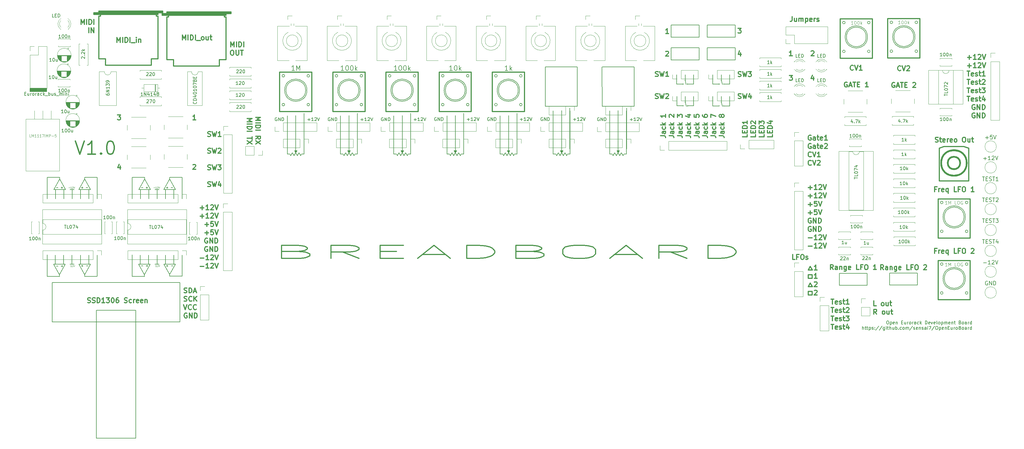
<source format=gbr>
G04 #@! TF.GenerationSoftware,KiCad,Pcbnew,(5.0.2)-1*
G04 #@! TF.CreationDate,2021-01-10T12:53:51+01:00*
G04 #@! TF.ProjectId,OpenEuroBoard,4f70656e-4575-4726-9f42-6f6172642e6b,rev?*
G04 #@! TF.SameCoordinates,Original*
G04 #@! TF.FileFunction,Legend,Top*
G04 #@! TF.FilePolarity,Positive*
%FSLAX46Y46*%
G04 Gerber Fmt 4.6, Leading zero omitted, Abs format (unit mm)*
G04 Created by KiCad (PCBNEW (5.0.2)-1) date 10/01/2021 12:53:51*
%MOMM*%
%LPD*%
G01*
G04 APERTURE LIST*
%ADD10C,0.200000*%
%ADD11C,0.300000*%
%ADD12C,0.400000*%
%ADD13C,0.150000*%
%ADD14C,0.125000*%
%ADD15C,0.120000*%
%ADD16C,0.304800*%
%ADD17C,0.200660*%
G04 APERTURE END LIST*
D10*
X294904114Y-83458080D02*
X294789829Y-83400937D01*
X294618400Y-83400937D01*
X294446972Y-83458080D01*
X294332686Y-83572365D01*
X294275543Y-83686651D01*
X294218400Y-83915222D01*
X294218400Y-84086651D01*
X294275543Y-84315222D01*
X294332686Y-84429508D01*
X294446972Y-84543794D01*
X294618400Y-84600937D01*
X294732686Y-84600937D01*
X294904114Y-84543794D01*
X294961257Y-84486651D01*
X294961257Y-84086651D01*
X294732686Y-84086651D01*
X295475543Y-84600937D02*
X295475543Y-83400937D01*
X296161257Y-84600937D01*
X296161257Y-83400937D01*
X296732686Y-84600937D02*
X296732686Y-83400937D01*
X297018400Y-83400937D01*
X297189829Y-83458080D01*
X297304114Y-83572365D01*
X297361257Y-83686651D01*
X297418400Y-83915222D01*
X297418400Y-84086651D01*
X297361257Y-84315222D01*
X297304114Y-84429508D01*
X297189829Y-84543794D01*
X297018400Y-84600937D01*
X296732686Y-84600937D01*
X293704114Y-77781554D02*
X294618400Y-77781554D01*
X295818400Y-78238697D02*
X295132685Y-78238697D01*
X295475542Y-78238697D02*
X295475542Y-77038697D01*
X295361257Y-77210125D01*
X295246971Y-77324411D01*
X295132685Y-77381554D01*
X296275542Y-77152982D02*
X296332685Y-77095840D01*
X296446971Y-77038697D01*
X296732685Y-77038697D01*
X296846971Y-77095840D01*
X296904114Y-77152982D01*
X296961257Y-77267268D01*
X296961257Y-77381554D01*
X296904114Y-77552982D01*
X296218400Y-78238697D01*
X296961257Y-78238697D01*
X297304114Y-77038697D02*
X297704114Y-78238697D01*
X298104114Y-77038697D01*
X293332685Y-70676457D02*
X294018400Y-70676457D01*
X293675542Y-71876457D02*
X293675542Y-70676457D01*
X294418400Y-71247885D02*
X294818400Y-71247885D01*
X294989828Y-71876457D02*
X294418400Y-71876457D01*
X294418400Y-70676457D01*
X294989828Y-70676457D01*
X295446971Y-71819314D02*
X295618400Y-71876457D01*
X295904114Y-71876457D01*
X296018400Y-71819314D01*
X296075542Y-71762171D01*
X296132685Y-71647885D01*
X296132685Y-71533600D01*
X296075542Y-71419314D01*
X296018400Y-71362171D01*
X295904114Y-71305028D01*
X295675542Y-71247885D01*
X295561257Y-71190742D01*
X295504114Y-71133600D01*
X295446971Y-71019314D01*
X295446971Y-70905028D01*
X295504114Y-70790742D01*
X295561257Y-70733600D01*
X295675542Y-70676457D01*
X295961257Y-70676457D01*
X296132685Y-70733600D01*
X296475542Y-70676457D02*
X297161257Y-70676457D01*
X296818400Y-71876457D02*
X296818400Y-70676457D01*
X298075542Y-71076457D02*
X298075542Y-71876457D01*
X297789828Y-70619314D02*
X297504114Y-71476457D01*
X298246971Y-71476457D01*
X293332685Y-64314217D02*
X294018400Y-64314217D01*
X293675542Y-65514217D02*
X293675542Y-64314217D01*
X294418400Y-64885645D02*
X294818400Y-64885645D01*
X294989828Y-65514217D02*
X294418400Y-65514217D01*
X294418400Y-64314217D01*
X294989828Y-64314217D01*
X295446971Y-65457074D02*
X295618400Y-65514217D01*
X295904114Y-65514217D01*
X296018400Y-65457074D01*
X296075542Y-65399931D01*
X296132685Y-65285645D01*
X296132685Y-65171360D01*
X296075542Y-65057074D01*
X296018400Y-64999931D01*
X295904114Y-64942788D01*
X295675542Y-64885645D01*
X295561257Y-64828502D01*
X295504114Y-64771360D01*
X295446971Y-64657074D01*
X295446971Y-64542788D01*
X295504114Y-64428502D01*
X295561257Y-64371360D01*
X295675542Y-64314217D01*
X295961257Y-64314217D01*
X296132685Y-64371360D01*
X296475542Y-64314217D02*
X297161257Y-64314217D01*
X296818400Y-65514217D02*
X296818400Y-64314217D01*
X297446971Y-64314217D02*
X298189828Y-64314217D01*
X297789828Y-64771360D01*
X297961257Y-64771360D01*
X298075542Y-64828502D01*
X298132685Y-64885645D01*
X298189828Y-64999931D01*
X298189828Y-65285645D01*
X298132685Y-65399931D01*
X298075542Y-65457074D01*
X297961257Y-65514217D01*
X297618400Y-65514217D01*
X297504114Y-65457074D01*
X297446971Y-65399931D01*
X293332685Y-57951977D02*
X294018400Y-57951977D01*
X293675542Y-59151977D02*
X293675542Y-57951977D01*
X294418400Y-58523405D02*
X294818400Y-58523405D01*
X294989828Y-59151977D02*
X294418400Y-59151977D01*
X294418400Y-57951977D01*
X294989828Y-57951977D01*
X295446971Y-59094834D02*
X295618400Y-59151977D01*
X295904114Y-59151977D01*
X296018400Y-59094834D01*
X296075542Y-59037691D01*
X296132685Y-58923405D01*
X296132685Y-58809120D01*
X296075542Y-58694834D01*
X296018400Y-58637691D01*
X295904114Y-58580548D01*
X295675542Y-58523405D01*
X295561257Y-58466262D01*
X295504114Y-58409120D01*
X295446971Y-58294834D01*
X295446971Y-58180548D01*
X295504114Y-58066262D01*
X295561257Y-58009120D01*
X295675542Y-57951977D01*
X295961257Y-57951977D01*
X296132685Y-58009120D01*
X296475542Y-57951977D02*
X297161257Y-57951977D01*
X296818400Y-59151977D02*
X296818400Y-57951977D01*
X297504114Y-58066262D02*
X297561257Y-58009120D01*
X297675542Y-57951977D01*
X297961257Y-57951977D01*
X298075542Y-58009120D01*
X298132685Y-58066262D01*
X298189828Y-58180548D01*
X298189828Y-58294834D01*
X298132685Y-58466262D01*
X297446971Y-59151977D01*
X298189828Y-59151977D01*
X293332685Y-51589737D02*
X294018400Y-51589737D01*
X293675542Y-52789737D02*
X293675542Y-51589737D01*
X294418400Y-52161165D02*
X294818400Y-52161165D01*
X294989828Y-52789737D02*
X294418400Y-52789737D01*
X294418400Y-51589737D01*
X294989828Y-51589737D01*
X295446971Y-52732594D02*
X295618400Y-52789737D01*
X295904114Y-52789737D01*
X296018400Y-52732594D01*
X296075542Y-52675451D01*
X296132685Y-52561165D01*
X296132685Y-52446880D01*
X296075542Y-52332594D01*
X296018400Y-52275451D01*
X295904114Y-52218308D01*
X295675542Y-52161165D01*
X295561257Y-52104022D01*
X295504114Y-52046880D01*
X295446971Y-51932594D01*
X295446971Y-51818308D01*
X295504114Y-51704022D01*
X295561257Y-51646880D01*
X295675542Y-51589737D01*
X295961257Y-51589737D01*
X296132685Y-51646880D01*
X296475542Y-51589737D02*
X297161257Y-51589737D01*
X296818400Y-52789737D02*
X296818400Y-51589737D01*
X298189828Y-52789737D02*
X297504114Y-52789737D01*
X297846971Y-52789737D02*
X297846971Y-51589737D01*
X297732685Y-51761165D01*
X297618400Y-51875451D01*
X297504114Y-51932594D01*
X293704114Y-45970354D02*
X294618400Y-45970354D01*
X294161257Y-46427497D02*
X294161257Y-45513211D01*
X295818400Y-46427497D02*
X295132685Y-46427497D01*
X295475542Y-46427497D02*
X295475542Y-45227497D01*
X295361257Y-45398925D01*
X295246971Y-45513211D01*
X295132685Y-45570354D01*
X296275542Y-45341782D02*
X296332685Y-45284640D01*
X296446971Y-45227497D01*
X296732685Y-45227497D01*
X296846971Y-45284640D01*
X296904114Y-45341782D01*
X296961257Y-45456068D01*
X296961257Y-45570354D01*
X296904114Y-45741782D01*
X296218400Y-46427497D01*
X296961257Y-46427497D01*
X297304114Y-45227497D02*
X297704114Y-46427497D01*
X298104114Y-45227497D01*
X294275543Y-39608114D02*
X295189829Y-39608114D01*
X294732686Y-40065257D02*
X294732686Y-39150971D01*
X296332686Y-38865257D02*
X295761257Y-38865257D01*
X295704114Y-39436685D01*
X295761257Y-39379542D01*
X295875543Y-39322400D01*
X296161257Y-39322400D01*
X296275543Y-39379542D01*
X296332686Y-39436685D01*
X296389829Y-39550971D01*
X296389829Y-39836685D01*
X296332686Y-39950971D01*
X296275543Y-40008114D01*
X296161257Y-40065257D01*
X295875543Y-40065257D01*
X295761257Y-40008114D01*
X295704114Y-39950971D01*
X296732686Y-38865257D02*
X297132686Y-40065257D01*
X297532686Y-38865257D01*
D11*
X278984000Y-40921767D02*
X279198285Y-40993196D01*
X279555428Y-40993196D01*
X279698285Y-40921767D01*
X279769714Y-40850339D01*
X279841142Y-40707482D01*
X279841142Y-40564625D01*
X279769714Y-40421767D01*
X279698285Y-40350339D01*
X279555428Y-40278910D01*
X279269714Y-40207482D01*
X279126857Y-40136053D01*
X279055428Y-40064625D01*
X278984000Y-39921767D01*
X278984000Y-39778910D01*
X279055428Y-39636053D01*
X279126857Y-39564625D01*
X279269714Y-39493196D01*
X279626857Y-39493196D01*
X279841142Y-39564625D01*
X280269714Y-39993196D02*
X280841142Y-39993196D01*
X280484000Y-39493196D02*
X280484000Y-40778910D01*
X280555428Y-40921767D01*
X280698285Y-40993196D01*
X280841142Y-40993196D01*
X281912571Y-40921767D02*
X281769714Y-40993196D01*
X281484000Y-40993196D01*
X281341142Y-40921767D01*
X281269714Y-40778910D01*
X281269714Y-40207482D01*
X281341142Y-40064625D01*
X281484000Y-39993196D01*
X281769714Y-39993196D01*
X281912571Y-40064625D01*
X281984000Y-40207482D01*
X281984000Y-40350339D01*
X281269714Y-40493196D01*
X282626857Y-40993196D02*
X282626857Y-39993196D01*
X282626857Y-40278910D02*
X282698285Y-40136053D01*
X282769714Y-40064625D01*
X282912571Y-39993196D01*
X283055428Y-39993196D01*
X284126857Y-40921767D02*
X283984000Y-40993196D01*
X283698285Y-40993196D01*
X283555428Y-40921767D01*
X283484000Y-40778910D01*
X283484000Y-40207482D01*
X283555428Y-40064625D01*
X283698285Y-39993196D01*
X283984000Y-39993196D01*
X284126857Y-40064625D01*
X284198285Y-40207482D01*
X284198285Y-40350339D01*
X283484000Y-40493196D01*
X285055428Y-40993196D02*
X284912571Y-40921767D01*
X284841142Y-40850339D01*
X284769714Y-40707482D01*
X284769714Y-40278910D01*
X284841142Y-40136053D01*
X284912571Y-40064625D01*
X285055428Y-39993196D01*
X285269714Y-39993196D01*
X285412571Y-40064625D01*
X285484000Y-40136053D01*
X285555428Y-40278910D01*
X285555428Y-40707482D01*
X285484000Y-40850339D01*
X285412571Y-40921767D01*
X285269714Y-40993196D01*
X285055428Y-40993196D01*
X287626857Y-39493196D02*
X287912571Y-39493196D01*
X288055428Y-39564625D01*
X288198285Y-39707482D01*
X288269714Y-39993196D01*
X288269714Y-40493196D01*
X288198285Y-40778910D01*
X288055428Y-40921767D01*
X287912571Y-40993196D01*
X287626857Y-40993196D01*
X287484000Y-40921767D01*
X287341142Y-40778910D01*
X287269714Y-40493196D01*
X287269714Y-39993196D01*
X287341142Y-39707482D01*
X287484000Y-39564625D01*
X287626857Y-39493196D01*
X289555428Y-39993196D02*
X289555428Y-40993196D01*
X288912571Y-39993196D02*
X288912571Y-40778910D01*
X288984000Y-40921767D01*
X289126857Y-40993196D01*
X289341142Y-40993196D01*
X289484000Y-40921767D01*
X289555428Y-40850339D01*
X290055428Y-39993196D02*
X290626857Y-39993196D01*
X290269714Y-39493196D02*
X290269714Y-40778910D01*
X290341142Y-40921767D01*
X290484000Y-40993196D01*
X290626857Y-40993196D01*
X260956028Y-90945171D02*
X260241742Y-90945171D01*
X260241742Y-89445171D01*
X262813171Y-90945171D02*
X262670314Y-90873742D01*
X262598885Y-90802314D01*
X262527457Y-90659457D01*
X262527457Y-90230885D01*
X262598885Y-90088028D01*
X262670314Y-90016600D01*
X262813171Y-89945171D01*
X263027457Y-89945171D01*
X263170314Y-90016600D01*
X263241742Y-90088028D01*
X263313171Y-90230885D01*
X263313171Y-90659457D01*
X263241742Y-90802314D01*
X263170314Y-90873742D01*
X263027457Y-90945171D01*
X262813171Y-90945171D01*
X264598885Y-89945171D02*
X264598885Y-90945171D01*
X263956028Y-89945171D02*
X263956028Y-90730885D01*
X264027457Y-90873742D01*
X264170314Y-90945171D01*
X264384600Y-90945171D01*
X264527457Y-90873742D01*
X264598885Y-90802314D01*
X265098885Y-89945171D02*
X265670314Y-89945171D01*
X265313171Y-89445171D02*
X265313171Y-90730885D01*
X265384600Y-90873742D01*
X265527457Y-90945171D01*
X265670314Y-90945171D01*
X261098885Y-93495171D02*
X260598885Y-92780885D01*
X260241742Y-93495171D02*
X260241742Y-91995171D01*
X260813171Y-91995171D01*
X260956028Y-92066600D01*
X261027457Y-92138028D01*
X261098885Y-92280885D01*
X261098885Y-92495171D01*
X261027457Y-92638028D01*
X260956028Y-92709457D01*
X260813171Y-92780885D01*
X260241742Y-92780885D01*
X263098885Y-93495171D02*
X262956028Y-93423742D01*
X262884600Y-93352314D01*
X262813171Y-93209457D01*
X262813171Y-92780885D01*
X262884600Y-92638028D01*
X262956028Y-92566600D01*
X263098885Y-92495171D01*
X263313171Y-92495171D01*
X263456028Y-92566600D01*
X263527457Y-92638028D01*
X263598885Y-92780885D01*
X263598885Y-93209457D01*
X263527457Y-93352314D01*
X263456028Y-93423742D01*
X263313171Y-93495171D01*
X263098885Y-93495171D01*
X264884600Y-92495171D02*
X264884600Y-93495171D01*
X264241742Y-92495171D02*
X264241742Y-93280885D01*
X264313171Y-93423742D01*
X264456028Y-93495171D01*
X264670314Y-93495171D01*
X264813171Y-93423742D01*
X264884600Y-93352314D01*
X265384600Y-92495171D02*
X265956028Y-92495171D01*
X265598885Y-91995171D02*
X265598885Y-93280885D01*
X265670314Y-93423742D01*
X265813171Y-93495171D01*
X265956028Y-93495171D01*
X288802142Y-15159742D02*
X289945000Y-15159742D01*
X289373571Y-15731171D02*
X289373571Y-14588314D01*
X291445000Y-15731171D02*
X290587857Y-15731171D01*
X291016428Y-15731171D02*
X291016428Y-14231171D01*
X290873571Y-14445457D01*
X290730714Y-14588314D01*
X290587857Y-14659742D01*
X292016428Y-14374028D02*
X292087857Y-14302600D01*
X292230714Y-14231171D01*
X292587857Y-14231171D01*
X292730714Y-14302600D01*
X292802142Y-14374028D01*
X292873571Y-14516885D01*
X292873571Y-14659742D01*
X292802142Y-14874028D01*
X291945000Y-15731171D01*
X292873571Y-15731171D01*
X293302142Y-14231171D02*
X293802142Y-15731171D01*
X294302142Y-14231171D01*
X288802142Y-17709742D02*
X289945000Y-17709742D01*
X289373571Y-18281171D02*
X289373571Y-17138314D01*
X291445000Y-18281171D02*
X290587857Y-18281171D01*
X291016428Y-18281171D02*
X291016428Y-16781171D01*
X290873571Y-16995457D01*
X290730714Y-17138314D01*
X290587857Y-17209742D01*
X292016428Y-16924028D02*
X292087857Y-16852600D01*
X292230714Y-16781171D01*
X292587857Y-16781171D01*
X292730714Y-16852600D01*
X292802142Y-16924028D01*
X292873571Y-17066885D01*
X292873571Y-17209742D01*
X292802142Y-17424028D01*
X291945000Y-18281171D01*
X292873571Y-18281171D01*
X293302142Y-16781171D02*
X293802142Y-18281171D01*
X294302142Y-16781171D01*
X288659285Y-19331171D02*
X289516428Y-19331171D01*
X289087857Y-20831171D02*
X289087857Y-19331171D01*
X290587857Y-20759742D02*
X290445000Y-20831171D01*
X290159285Y-20831171D01*
X290016428Y-20759742D01*
X289945000Y-20616885D01*
X289945000Y-20045457D01*
X290016428Y-19902600D01*
X290159285Y-19831171D01*
X290445000Y-19831171D01*
X290587857Y-19902600D01*
X290659285Y-20045457D01*
X290659285Y-20188314D01*
X289945000Y-20331171D01*
X291230714Y-20759742D02*
X291373571Y-20831171D01*
X291659285Y-20831171D01*
X291802142Y-20759742D01*
X291873571Y-20616885D01*
X291873571Y-20545457D01*
X291802142Y-20402600D01*
X291659285Y-20331171D01*
X291445000Y-20331171D01*
X291302142Y-20259742D01*
X291230714Y-20116885D01*
X291230714Y-20045457D01*
X291302142Y-19902600D01*
X291445000Y-19831171D01*
X291659285Y-19831171D01*
X291802142Y-19902600D01*
X292302142Y-19831171D02*
X292873571Y-19831171D01*
X292516428Y-19331171D02*
X292516428Y-20616885D01*
X292587857Y-20759742D01*
X292730714Y-20831171D01*
X292873571Y-20831171D01*
X294159285Y-20831171D02*
X293302142Y-20831171D01*
X293730714Y-20831171D02*
X293730714Y-19331171D01*
X293587857Y-19545457D01*
X293445000Y-19688314D01*
X293302142Y-19759742D01*
X288659285Y-21881171D02*
X289516428Y-21881171D01*
X289087857Y-23381171D02*
X289087857Y-21881171D01*
X290587857Y-23309742D02*
X290445000Y-23381171D01*
X290159285Y-23381171D01*
X290016428Y-23309742D01*
X289945000Y-23166885D01*
X289945000Y-22595457D01*
X290016428Y-22452600D01*
X290159285Y-22381171D01*
X290445000Y-22381171D01*
X290587857Y-22452600D01*
X290659285Y-22595457D01*
X290659285Y-22738314D01*
X289945000Y-22881171D01*
X291230714Y-23309742D02*
X291373571Y-23381171D01*
X291659285Y-23381171D01*
X291802142Y-23309742D01*
X291873571Y-23166885D01*
X291873571Y-23095457D01*
X291802142Y-22952600D01*
X291659285Y-22881171D01*
X291445000Y-22881171D01*
X291302142Y-22809742D01*
X291230714Y-22666885D01*
X291230714Y-22595457D01*
X291302142Y-22452600D01*
X291445000Y-22381171D01*
X291659285Y-22381171D01*
X291802142Y-22452600D01*
X292302142Y-22381171D02*
X292873571Y-22381171D01*
X292516428Y-21881171D02*
X292516428Y-23166885D01*
X292587857Y-23309742D01*
X292730714Y-23381171D01*
X292873571Y-23381171D01*
X293302142Y-22024028D02*
X293373571Y-21952600D01*
X293516428Y-21881171D01*
X293873571Y-21881171D01*
X294016428Y-21952600D01*
X294087857Y-22024028D01*
X294159285Y-22166885D01*
X294159285Y-22309742D01*
X294087857Y-22524028D01*
X293230714Y-23381171D01*
X294159285Y-23381171D01*
X288659285Y-24431171D02*
X289516428Y-24431171D01*
X289087857Y-25931171D02*
X289087857Y-24431171D01*
X290587857Y-25859742D02*
X290445000Y-25931171D01*
X290159285Y-25931171D01*
X290016428Y-25859742D01*
X289945000Y-25716885D01*
X289945000Y-25145457D01*
X290016428Y-25002600D01*
X290159285Y-24931171D01*
X290445000Y-24931171D01*
X290587857Y-25002600D01*
X290659285Y-25145457D01*
X290659285Y-25288314D01*
X289945000Y-25431171D01*
X291230714Y-25859742D02*
X291373571Y-25931171D01*
X291659285Y-25931171D01*
X291802142Y-25859742D01*
X291873571Y-25716885D01*
X291873571Y-25645457D01*
X291802142Y-25502600D01*
X291659285Y-25431171D01*
X291445000Y-25431171D01*
X291302142Y-25359742D01*
X291230714Y-25216885D01*
X291230714Y-25145457D01*
X291302142Y-25002600D01*
X291445000Y-24931171D01*
X291659285Y-24931171D01*
X291802142Y-25002600D01*
X292302142Y-24931171D02*
X292873571Y-24931171D01*
X292516428Y-24431171D02*
X292516428Y-25716885D01*
X292587857Y-25859742D01*
X292730714Y-25931171D01*
X292873571Y-25931171D01*
X293230714Y-24431171D02*
X294159285Y-24431171D01*
X293659285Y-25002600D01*
X293873571Y-25002600D01*
X294016428Y-25074028D01*
X294087857Y-25145457D01*
X294159285Y-25288314D01*
X294159285Y-25645457D01*
X294087857Y-25788314D01*
X294016428Y-25859742D01*
X293873571Y-25931171D01*
X293445000Y-25931171D01*
X293302142Y-25859742D01*
X293230714Y-25788314D01*
X288659285Y-26981171D02*
X289516428Y-26981171D01*
X289087857Y-28481171D02*
X289087857Y-26981171D01*
X290587857Y-28409742D02*
X290445000Y-28481171D01*
X290159285Y-28481171D01*
X290016428Y-28409742D01*
X289945000Y-28266885D01*
X289945000Y-27695457D01*
X290016428Y-27552600D01*
X290159285Y-27481171D01*
X290445000Y-27481171D01*
X290587857Y-27552600D01*
X290659285Y-27695457D01*
X290659285Y-27838314D01*
X289945000Y-27981171D01*
X291230714Y-28409742D02*
X291373571Y-28481171D01*
X291659285Y-28481171D01*
X291802142Y-28409742D01*
X291873571Y-28266885D01*
X291873571Y-28195457D01*
X291802142Y-28052600D01*
X291659285Y-27981171D01*
X291445000Y-27981171D01*
X291302142Y-27909742D01*
X291230714Y-27766885D01*
X291230714Y-27695457D01*
X291302142Y-27552600D01*
X291445000Y-27481171D01*
X291659285Y-27481171D01*
X291802142Y-27552600D01*
X292302142Y-27481171D02*
X292873571Y-27481171D01*
X292516428Y-26981171D02*
X292516428Y-28266885D01*
X292587857Y-28409742D01*
X292730714Y-28481171D01*
X292873571Y-28481171D01*
X294016428Y-27481171D02*
X294016428Y-28481171D01*
X293659285Y-26909742D02*
X293302142Y-27981171D01*
X294230714Y-27981171D01*
X291016428Y-29602600D02*
X290873571Y-29531171D01*
X290659285Y-29531171D01*
X290445000Y-29602600D01*
X290302142Y-29745457D01*
X290230714Y-29888314D01*
X290159285Y-30174028D01*
X290159285Y-30388314D01*
X290230714Y-30674028D01*
X290302142Y-30816885D01*
X290445000Y-30959742D01*
X290659285Y-31031171D01*
X290802142Y-31031171D01*
X291016428Y-30959742D01*
X291087857Y-30888314D01*
X291087857Y-30388314D01*
X290802142Y-30388314D01*
X291730714Y-31031171D02*
X291730714Y-29531171D01*
X292587857Y-31031171D01*
X292587857Y-29531171D01*
X293302142Y-31031171D02*
X293302142Y-29531171D01*
X293659285Y-29531171D01*
X293873571Y-29602600D01*
X294016428Y-29745457D01*
X294087857Y-29888314D01*
X294159285Y-30174028D01*
X294159285Y-30388314D01*
X294087857Y-30674028D01*
X294016428Y-30816885D01*
X293873571Y-30959742D01*
X293659285Y-31031171D01*
X293302142Y-31031171D01*
X291016428Y-32152600D02*
X290873571Y-32081171D01*
X290659285Y-32081171D01*
X290445000Y-32152600D01*
X290302142Y-32295457D01*
X290230714Y-32438314D01*
X290159285Y-32724028D01*
X290159285Y-32938314D01*
X290230714Y-33224028D01*
X290302142Y-33366885D01*
X290445000Y-33509742D01*
X290659285Y-33581171D01*
X290802142Y-33581171D01*
X291016428Y-33509742D01*
X291087857Y-33438314D01*
X291087857Y-32938314D01*
X290802142Y-32938314D01*
X291730714Y-33581171D02*
X291730714Y-32081171D01*
X292587857Y-33581171D01*
X292587857Y-32081171D01*
X293302142Y-33581171D02*
X293302142Y-32081171D01*
X293659285Y-32081171D01*
X293873571Y-32152600D01*
X294016428Y-32295457D01*
X294087857Y-32438314D01*
X294159285Y-32724028D01*
X294159285Y-32938314D01*
X294087857Y-33224028D01*
X294016428Y-33366885D01*
X293873571Y-33509742D01*
X293659285Y-33581171D01*
X293302142Y-33581171D01*
X247175057Y-88927171D02*
X248032200Y-88927171D01*
X247603628Y-90427171D02*
X247603628Y-88927171D01*
X249103628Y-90355742D02*
X248960771Y-90427171D01*
X248675057Y-90427171D01*
X248532200Y-90355742D01*
X248460771Y-90212885D01*
X248460771Y-89641457D01*
X248532200Y-89498600D01*
X248675057Y-89427171D01*
X248960771Y-89427171D01*
X249103628Y-89498600D01*
X249175057Y-89641457D01*
X249175057Y-89784314D01*
X248460771Y-89927171D01*
X249746485Y-90355742D02*
X249889342Y-90427171D01*
X250175057Y-90427171D01*
X250317914Y-90355742D01*
X250389342Y-90212885D01*
X250389342Y-90141457D01*
X250317914Y-89998600D01*
X250175057Y-89927171D01*
X249960771Y-89927171D01*
X249817914Y-89855742D01*
X249746485Y-89712885D01*
X249746485Y-89641457D01*
X249817914Y-89498600D01*
X249960771Y-89427171D01*
X250175057Y-89427171D01*
X250317914Y-89498600D01*
X250817914Y-89427171D02*
X251389342Y-89427171D01*
X251032200Y-88927171D02*
X251032200Y-90212885D01*
X251103628Y-90355742D01*
X251246485Y-90427171D01*
X251389342Y-90427171D01*
X252675057Y-90427171D02*
X251817914Y-90427171D01*
X252246485Y-90427171D02*
X252246485Y-88927171D01*
X252103628Y-89141457D01*
X251960771Y-89284314D01*
X251817914Y-89355742D01*
X247175057Y-91477171D02*
X248032200Y-91477171D01*
X247603628Y-92977171D02*
X247603628Y-91477171D01*
X249103628Y-92905742D02*
X248960771Y-92977171D01*
X248675057Y-92977171D01*
X248532200Y-92905742D01*
X248460771Y-92762885D01*
X248460771Y-92191457D01*
X248532200Y-92048600D01*
X248675057Y-91977171D01*
X248960771Y-91977171D01*
X249103628Y-92048600D01*
X249175057Y-92191457D01*
X249175057Y-92334314D01*
X248460771Y-92477171D01*
X249746485Y-92905742D02*
X249889342Y-92977171D01*
X250175057Y-92977171D01*
X250317914Y-92905742D01*
X250389342Y-92762885D01*
X250389342Y-92691457D01*
X250317914Y-92548600D01*
X250175057Y-92477171D01*
X249960771Y-92477171D01*
X249817914Y-92405742D01*
X249746485Y-92262885D01*
X249746485Y-92191457D01*
X249817914Y-92048600D01*
X249960771Y-91977171D01*
X250175057Y-91977171D01*
X250317914Y-92048600D01*
X250817914Y-91977171D02*
X251389342Y-91977171D01*
X251032200Y-91477171D02*
X251032200Y-92762885D01*
X251103628Y-92905742D01*
X251246485Y-92977171D01*
X251389342Y-92977171D01*
X251817914Y-91620028D02*
X251889342Y-91548600D01*
X252032200Y-91477171D01*
X252389342Y-91477171D01*
X252532200Y-91548600D01*
X252603628Y-91620028D01*
X252675057Y-91762885D01*
X252675057Y-91905742D01*
X252603628Y-92120028D01*
X251746485Y-92977171D01*
X252675057Y-92977171D01*
X247175057Y-94027171D02*
X248032200Y-94027171D01*
X247603628Y-95527171D02*
X247603628Y-94027171D01*
X249103628Y-95455742D02*
X248960771Y-95527171D01*
X248675057Y-95527171D01*
X248532200Y-95455742D01*
X248460771Y-95312885D01*
X248460771Y-94741457D01*
X248532200Y-94598600D01*
X248675057Y-94527171D01*
X248960771Y-94527171D01*
X249103628Y-94598600D01*
X249175057Y-94741457D01*
X249175057Y-94884314D01*
X248460771Y-95027171D01*
X249746485Y-95455742D02*
X249889342Y-95527171D01*
X250175057Y-95527171D01*
X250317914Y-95455742D01*
X250389342Y-95312885D01*
X250389342Y-95241457D01*
X250317914Y-95098600D01*
X250175057Y-95027171D01*
X249960771Y-95027171D01*
X249817914Y-94955742D01*
X249746485Y-94812885D01*
X249746485Y-94741457D01*
X249817914Y-94598600D01*
X249960771Y-94527171D01*
X250175057Y-94527171D01*
X250317914Y-94598600D01*
X250817914Y-94527171D02*
X251389342Y-94527171D01*
X251032200Y-94027171D02*
X251032200Y-95312885D01*
X251103628Y-95455742D01*
X251246485Y-95527171D01*
X251389342Y-95527171D01*
X251746485Y-94027171D02*
X252675057Y-94027171D01*
X252175057Y-94598600D01*
X252389342Y-94598600D01*
X252532200Y-94670028D01*
X252603628Y-94741457D01*
X252675057Y-94884314D01*
X252675057Y-95241457D01*
X252603628Y-95384314D01*
X252532200Y-95455742D01*
X252389342Y-95527171D01*
X251960771Y-95527171D01*
X251817914Y-95455742D01*
X251746485Y-95384314D01*
X247175057Y-96577171D02*
X248032200Y-96577171D01*
X247603628Y-98077171D02*
X247603628Y-96577171D01*
X249103628Y-98005742D02*
X248960771Y-98077171D01*
X248675057Y-98077171D01*
X248532200Y-98005742D01*
X248460771Y-97862885D01*
X248460771Y-97291457D01*
X248532200Y-97148600D01*
X248675057Y-97077171D01*
X248960771Y-97077171D01*
X249103628Y-97148600D01*
X249175057Y-97291457D01*
X249175057Y-97434314D01*
X248460771Y-97577171D01*
X249746485Y-98005742D02*
X249889342Y-98077171D01*
X250175057Y-98077171D01*
X250317914Y-98005742D01*
X250389342Y-97862885D01*
X250389342Y-97791457D01*
X250317914Y-97648600D01*
X250175057Y-97577171D01*
X249960771Y-97577171D01*
X249817914Y-97505742D01*
X249746485Y-97362885D01*
X249746485Y-97291457D01*
X249817914Y-97148600D01*
X249960771Y-97077171D01*
X250175057Y-97077171D01*
X250317914Y-97148600D01*
X250817914Y-97077171D02*
X251389342Y-97077171D01*
X251032200Y-96577171D02*
X251032200Y-97862885D01*
X251103628Y-98005742D01*
X251246485Y-98077171D01*
X251389342Y-98077171D01*
X252532200Y-97077171D02*
X252532200Y-98077171D01*
X252175057Y-96505742D02*
X251817914Y-97577171D01*
X252746485Y-97577171D01*
X279269714Y-74147731D02*
X278769714Y-74147731D01*
X278769714Y-74933445D02*
X278769714Y-73433445D01*
X279484000Y-73433445D01*
X280055428Y-74933445D02*
X280055428Y-73933445D01*
X280055428Y-74219159D02*
X280126857Y-74076302D01*
X280198285Y-74004874D01*
X280341142Y-73933445D01*
X280484000Y-73933445D01*
X281555428Y-74862016D02*
X281412571Y-74933445D01*
X281126857Y-74933445D01*
X280984000Y-74862016D01*
X280912571Y-74719159D01*
X280912571Y-74147731D01*
X280984000Y-74004874D01*
X281126857Y-73933445D01*
X281412571Y-73933445D01*
X281555428Y-74004874D01*
X281626857Y-74147731D01*
X281626857Y-74290588D01*
X280912571Y-74433445D01*
X282912571Y-73933445D02*
X282912571Y-75433445D01*
X282912571Y-74862016D02*
X282769714Y-74933445D01*
X282484000Y-74933445D01*
X282341142Y-74862016D01*
X282269714Y-74790588D01*
X282198285Y-74647731D01*
X282198285Y-74219159D01*
X282269714Y-74076302D01*
X282341142Y-74004874D01*
X282484000Y-73933445D01*
X282769714Y-73933445D01*
X282912571Y-74004874D01*
X285484000Y-74933445D02*
X284769714Y-74933445D01*
X284769714Y-73433445D01*
X286484000Y-74147731D02*
X285984000Y-74147731D01*
X285984000Y-74933445D02*
X285984000Y-73433445D01*
X286698285Y-73433445D01*
X287555428Y-73433445D02*
X287841142Y-73433445D01*
X287984000Y-73504874D01*
X288126857Y-73647731D01*
X288198285Y-73933445D01*
X288198285Y-74433445D01*
X288126857Y-74719159D01*
X287984000Y-74862016D01*
X287841142Y-74933445D01*
X287555428Y-74933445D01*
X287412571Y-74862016D01*
X287269714Y-74719159D01*
X287198285Y-74433445D01*
X287198285Y-73933445D01*
X287269714Y-73647731D01*
X287412571Y-73504874D01*
X287555428Y-73433445D01*
X289912571Y-73576302D02*
X289984000Y-73504874D01*
X290126857Y-73433445D01*
X290484000Y-73433445D01*
X290626857Y-73504874D01*
X290698285Y-73576302D01*
X290769714Y-73719159D01*
X290769714Y-73862016D01*
X290698285Y-74076302D01*
X289841142Y-74933445D01*
X290769714Y-74933445D01*
X279269714Y-55345882D02*
X278769714Y-55345882D01*
X278769714Y-56131596D02*
X278769714Y-54631596D01*
X279484000Y-54631596D01*
X280055428Y-56131596D02*
X280055428Y-55131596D01*
X280055428Y-55417310D02*
X280126857Y-55274453D01*
X280198285Y-55203025D01*
X280341142Y-55131596D01*
X280484000Y-55131596D01*
X281555428Y-56060167D02*
X281412571Y-56131596D01*
X281126857Y-56131596D01*
X280984000Y-56060167D01*
X280912571Y-55917310D01*
X280912571Y-55345882D01*
X280984000Y-55203025D01*
X281126857Y-55131596D01*
X281412571Y-55131596D01*
X281555428Y-55203025D01*
X281626857Y-55345882D01*
X281626857Y-55488739D01*
X280912571Y-55631596D01*
X282912571Y-55131596D02*
X282912571Y-56631596D01*
X282912571Y-56060167D02*
X282769714Y-56131596D01*
X282484000Y-56131596D01*
X282341142Y-56060167D01*
X282269714Y-55988739D01*
X282198285Y-55845882D01*
X282198285Y-55417310D01*
X282269714Y-55274453D01*
X282341142Y-55203025D01*
X282484000Y-55131596D01*
X282769714Y-55131596D01*
X282912571Y-55203025D01*
X285484000Y-56131596D02*
X284769714Y-56131596D01*
X284769714Y-54631596D01*
X286484000Y-55345882D02*
X285984000Y-55345882D01*
X285984000Y-56131596D02*
X285984000Y-54631596D01*
X286698285Y-54631596D01*
X287555428Y-54631596D02*
X287841142Y-54631596D01*
X287984000Y-54703025D01*
X288126857Y-54845882D01*
X288198285Y-55131596D01*
X288198285Y-55631596D01*
X288126857Y-55917310D01*
X287984000Y-56060167D01*
X287841142Y-56131596D01*
X287555428Y-56131596D01*
X287412571Y-56060167D01*
X287269714Y-55917310D01*
X287198285Y-55631596D01*
X287198285Y-55131596D01*
X287269714Y-54845882D01*
X287412571Y-54703025D01*
X287555428Y-54631596D01*
X290769714Y-56131596D02*
X289912571Y-56131596D01*
X290341142Y-56131596D02*
X290341142Y-54631596D01*
X290198285Y-54845882D01*
X290055428Y-54988739D01*
X289912571Y-55060167D01*
X218869914Y-27632742D02*
X219084200Y-27704171D01*
X219441342Y-27704171D01*
X219584200Y-27632742D01*
X219655628Y-27561314D01*
X219727057Y-27418457D01*
X219727057Y-27275600D01*
X219655628Y-27132742D01*
X219584200Y-27061314D01*
X219441342Y-26989885D01*
X219155628Y-26918457D01*
X219012771Y-26847028D01*
X218941342Y-26775600D01*
X218869914Y-26632742D01*
X218869914Y-26489885D01*
X218941342Y-26347028D01*
X219012771Y-26275600D01*
X219155628Y-26204171D01*
X219512771Y-26204171D01*
X219727057Y-26275600D01*
X220227057Y-26204171D02*
X220584200Y-27704171D01*
X220869914Y-26632742D01*
X221155628Y-27704171D01*
X221512771Y-26204171D01*
X222727057Y-26704171D02*
X222727057Y-27704171D01*
X222369914Y-26132742D02*
X222012771Y-27204171D01*
X222941342Y-27204171D01*
X219584200Y-13699371D02*
X219584200Y-14699371D01*
X219227057Y-13127942D02*
X218869914Y-14199371D01*
X219798485Y-14199371D01*
X218869914Y-20927142D02*
X219084200Y-20998571D01*
X219441342Y-20998571D01*
X219584200Y-20927142D01*
X219655628Y-20855714D01*
X219727057Y-20712857D01*
X219727057Y-20570000D01*
X219655628Y-20427142D01*
X219584200Y-20355714D01*
X219441342Y-20284285D01*
X219155628Y-20212857D01*
X219012771Y-20141428D01*
X218941342Y-20070000D01*
X218869914Y-19927142D01*
X218869914Y-19784285D01*
X218941342Y-19641428D01*
X219012771Y-19570000D01*
X219155628Y-19498571D01*
X219512771Y-19498571D01*
X219727057Y-19570000D01*
X220227057Y-19498571D02*
X220584200Y-20998571D01*
X220869914Y-19927142D01*
X221155628Y-20998571D01*
X221512771Y-19498571D01*
X221941342Y-19498571D02*
X222869914Y-19498571D01*
X222369914Y-20070000D01*
X222584200Y-20070000D01*
X222727057Y-20141428D01*
X222798485Y-20212857D01*
X222869914Y-20355714D01*
X222869914Y-20712857D01*
X222798485Y-20855714D01*
X222727057Y-20927142D01*
X222584200Y-20998571D01*
X222155628Y-20998571D01*
X222012771Y-20927142D01*
X221941342Y-20855714D01*
X218798485Y-6239771D02*
X219727057Y-6239771D01*
X219227057Y-6811200D01*
X219441342Y-6811200D01*
X219584200Y-6882628D01*
X219655628Y-6954057D01*
X219727057Y-7096914D01*
X219727057Y-7454057D01*
X219655628Y-7596914D01*
X219584200Y-7668342D01*
X219441342Y-7739771D01*
X219012771Y-7739771D01*
X218869914Y-7668342D01*
X218798485Y-7596914D01*
X193622314Y-27632742D02*
X193836600Y-27704171D01*
X194193742Y-27704171D01*
X194336600Y-27632742D01*
X194408028Y-27561314D01*
X194479457Y-27418457D01*
X194479457Y-27275600D01*
X194408028Y-27132742D01*
X194336600Y-27061314D01*
X194193742Y-26989885D01*
X193908028Y-26918457D01*
X193765171Y-26847028D01*
X193693742Y-26775600D01*
X193622314Y-26632742D01*
X193622314Y-26489885D01*
X193693742Y-26347028D01*
X193765171Y-26275600D01*
X193908028Y-26204171D01*
X194265171Y-26204171D01*
X194479457Y-26275600D01*
X194979457Y-26204171D02*
X195336600Y-27704171D01*
X195622314Y-26632742D01*
X195908028Y-27704171D01*
X196265171Y-26204171D01*
X196765171Y-26347028D02*
X196836600Y-26275600D01*
X196979457Y-26204171D01*
X197336600Y-26204171D01*
X197479457Y-26275600D01*
X197550885Y-26347028D01*
X197622314Y-26489885D01*
X197622314Y-26632742D01*
X197550885Y-26847028D01*
X196693742Y-27704171D01*
X197622314Y-27704171D01*
X196765172Y-13393028D02*
X196836600Y-13321600D01*
X196979458Y-13250171D01*
X197336600Y-13250171D01*
X197479458Y-13321600D01*
X197550886Y-13393028D01*
X197622315Y-13535885D01*
X197622315Y-13678742D01*
X197550886Y-13893028D01*
X196693743Y-14750171D01*
X197622315Y-14750171D01*
X193622314Y-20876342D02*
X193836600Y-20947771D01*
X194193742Y-20947771D01*
X194336600Y-20876342D01*
X194408028Y-20804914D01*
X194479457Y-20662057D01*
X194479457Y-20519200D01*
X194408028Y-20376342D01*
X194336600Y-20304914D01*
X194193742Y-20233485D01*
X193908028Y-20162057D01*
X193765171Y-20090628D01*
X193693742Y-20019200D01*
X193622314Y-19876342D01*
X193622314Y-19733485D01*
X193693742Y-19590628D01*
X193765171Y-19519200D01*
X193908028Y-19447771D01*
X194265171Y-19447771D01*
X194479457Y-19519200D01*
X194979457Y-19447771D02*
X195336600Y-20947771D01*
X195622314Y-19876342D01*
X195908028Y-20947771D01*
X196265171Y-19447771D01*
X197622314Y-20947771D02*
X196765171Y-20947771D01*
X197193742Y-20947771D02*
X197193742Y-19447771D01*
X197050885Y-19662057D01*
X196908028Y-19804914D01*
X196765171Y-19876342D01*
X197622315Y-7841371D02*
X196765172Y-7841371D01*
X197193743Y-7841371D02*
X197193743Y-6341371D01*
X197050886Y-6555657D01*
X196908029Y-6698514D01*
X196765172Y-6769942D01*
D10*
X202815770Y-22161097D02*
G75*
G03X202815770Y-22161097I-101600J0D01*
G01*
X200123370Y-23278697D02*
X202002970Y-23278697D01*
X203526970Y-23278697D02*
G75*
G03X203526970Y-23278697I-101600J0D01*
G01*
X202714170Y-22211897D02*
X203018970Y-23380297D01*
X202155370Y-23278697D02*
G75*
G03X202155370Y-23278697I-101600J0D01*
G01*
X205254170Y-23278697D02*
X203425370Y-23278697D01*
X202714170Y-20383097D02*
X202714170Y-22211897D01*
X200123370Y-20383097D02*
X200123370Y-23278697D01*
X205254170Y-20383097D02*
X205254170Y-23278697D01*
X213839370Y-22161097D02*
G75*
G03X213839370Y-22161097I-101600J0D01*
G01*
X211146970Y-23278697D02*
X213026570Y-23278697D01*
X214550570Y-23278697D02*
G75*
G03X214550570Y-23278697I-101600J0D01*
G01*
X213737770Y-22211897D02*
X214042570Y-23380297D01*
X213178970Y-23278697D02*
G75*
G03X213178970Y-23278697I-101600J0D01*
G01*
X216277770Y-23278697D02*
X214448970Y-23278697D01*
X213737770Y-20383097D02*
X213737770Y-22211897D01*
X211146970Y-20383097D02*
X211146970Y-23278697D01*
X216277770Y-20383097D02*
X216277770Y-23278697D01*
X213839370Y-28815897D02*
G75*
G03X213839370Y-28815897I-101600J0D01*
G01*
X211146970Y-29933497D02*
X213026570Y-29933497D01*
X214550570Y-29933497D02*
G75*
G03X214550570Y-29933497I-101600J0D01*
G01*
X213737770Y-28866697D02*
X214042570Y-30035097D01*
X213178970Y-29933497D02*
G75*
G03X213178970Y-29933497I-101600J0D01*
G01*
X216277770Y-29933497D02*
X214448970Y-29933497D01*
X213737770Y-27037897D02*
X213737770Y-28866697D01*
X211146970Y-27037897D02*
X211146970Y-29933497D01*
X216277770Y-27037897D02*
X216277770Y-29933497D01*
X202844400Y-28803600D02*
G75*
G03X202844400Y-28803600I-101600J0D01*
G01*
X203555600Y-29921200D02*
G75*
G03X203555600Y-29921200I-101600J0D01*
G01*
X202184000Y-29921200D02*
G75*
G03X202184000Y-29921200I-101600J0D01*
G01*
X202742800Y-28854400D02*
X203047600Y-30022800D01*
X205282800Y-29921200D02*
X203454000Y-29921200D01*
X205282800Y-27025600D02*
X205282800Y-29921200D01*
X202742800Y-27025600D02*
X202742800Y-28854400D01*
X200152000Y-29921200D02*
X202031600Y-29921200D01*
X200152000Y-27025600D02*
X200152000Y-29921200D01*
D11*
X20495914Y-89913542D02*
X20710200Y-89984971D01*
X21067342Y-89984971D01*
X21210200Y-89913542D01*
X21281628Y-89842114D01*
X21353057Y-89699257D01*
X21353057Y-89556400D01*
X21281628Y-89413542D01*
X21210200Y-89342114D01*
X21067342Y-89270685D01*
X20781628Y-89199257D01*
X20638771Y-89127828D01*
X20567342Y-89056400D01*
X20495914Y-88913542D01*
X20495914Y-88770685D01*
X20567342Y-88627828D01*
X20638771Y-88556400D01*
X20781628Y-88484971D01*
X21138771Y-88484971D01*
X21353057Y-88556400D01*
X21924485Y-89913542D02*
X22138771Y-89984971D01*
X22495914Y-89984971D01*
X22638771Y-89913542D01*
X22710200Y-89842114D01*
X22781628Y-89699257D01*
X22781628Y-89556400D01*
X22710200Y-89413542D01*
X22638771Y-89342114D01*
X22495914Y-89270685D01*
X22210200Y-89199257D01*
X22067342Y-89127828D01*
X21995914Y-89056400D01*
X21924485Y-88913542D01*
X21924485Y-88770685D01*
X21995914Y-88627828D01*
X22067342Y-88556400D01*
X22210200Y-88484971D01*
X22567342Y-88484971D01*
X22781628Y-88556400D01*
X23424485Y-89984971D02*
X23424485Y-88484971D01*
X23781628Y-88484971D01*
X23995914Y-88556400D01*
X24138771Y-88699257D01*
X24210200Y-88842114D01*
X24281628Y-89127828D01*
X24281628Y-89342114D01*
X24210200Y-89627828D01*
X24138771Y-89770685D01*
X23995914Y-89913542D01*
X23781628Y-89984971D01*
X23424485Y-89984971D01*
X25710200Y-89984971D02*
X24853057Y-89984971D01*
X25281628Y-89984971D02*
X25281628Y-88484971D01*
X25138771Y-88699257D01*
X24995914Y-88842114D01*
X24853057Y-88913542D01*
X26210200Y-88484971D02*
X27138771Y-88484971D01*
X26638771Y-89056400D01*
X26853057Y-89056400D01*
X26995914Y-89127828D01*
X27067342Y-89199257D01*
X27138771Y-89342114D01*
X27138771Y-89699257D01*
X27067342Y-89842114D01*
X26995914Y-89913542D01*
X26853057Y-89984971D01*
X26424485Y-89984971D01*
X26281628Y-89913542D01*
X26210200Y-89842114D01*
X28067342Y-88484971D02*
X28210200Y-88484971D01*
X28353057Y-88556400D01*
X28424485Y-88627828D01*
X28495914Y-88770685D01*
X28567342Y-89056400D01*
X28567342Y-89413542D01*
X28495914Y-89699257D01*
X28424485Y-89842114D01*
X28353057Y-89913542D01*
X28210200Y-89984971D01*
X28067342Y-89984971D01*
X27924485Y-89913542D01*
X27853057Y-89842114D01*
X27781628Y-89699257D01*
X27710200Y-89413542D01*
X27710200Y-89056400D01*
X27781628Y-88770685D01*
X27853057Y-88627828D01*
X27924485Y-88556400D01*
X28067342Y-88484971D01*
X29853057Y-88484971D02*
X29567342Y-88484971D01*
X29424485Y-88556400D01*
X29353057Y-88627828D01*
X29210200Y-88842114D01*
X29138771Y-89127828D01*
X29138771Y-89699257D01*
X29210200Y-89842114D01*
X29281628Y-89913542D01*
X29424485Y-89984971D01*
X29710200Y-89984971D01*
X29853057Y-89913542D01*
X29924485Y-89842114D01*
X29995914Y-89699257D01*
X29995914Y-89342114D01*
X29924485Y-89199257D01*
X29853057Y-89127828D01*
X29710200Y-89056400D01*
X29424485Y-89056400D01*
X29281628Y-89127828D01*
X29210200Y-89199257D01*
X29138771Y-89342114D01*
X31710200Y-89913542D02*
X31924485Y-89984971D01*
X32281628Y-89984971D01*
X32424485Y-89913542D01*
X32495914Y-89842114D01*
X32567342Y-89699257D01*
X32567342Y-89556400D01*
X32495914Y-89413542D01*
X32424485Y-89342114D01*
X32281628Y-89270685D01*
X31995914Y-89199257D01*
X31853057Y-89127828D01*
X31781628Y-89056400D01*
X31710200Y-88913542D01*
X31710200Y-88770685D01*
X31781628Y-88627828D01*
X31853057Y-88556400D01*
X31995914Y-88484971D01*
X32353057Y-88484971D01*
X32567342Y-88556400D01*
X33853057Y-89913542D02*
X33710200Y-89984971D01*
X33424485Y-89984971D01*
X33281628Y-89913542D01*
X33210200Y-89842114D01*
X33138771Y-89699257D01*
X33138771Y-89270685D01*
X33210200Y-89127828D01*
X33281628Y-89056400D01*
X33424485Y-88984971D01*
X33710200Y-88984971D01*
X33853057Y-89056400D01*
X34495914Y-89984971D02*
X34495914Y-88984971D01*
X34495914Y-89270685D02*
X34567342Y-89127828D01*
X34638771Y-89056400D01*
X34781628Y-88984971D01*
X34924485Y-88984971D01*
X35995914Y-89913542D02*
X35853057Y-89984971D01*
X35567342Y-89984971D01*
X35424485Y-89913542D01*
X35353057Y-89770685D01*
X35353057Y-89199257D01*
X35424485Y-89056400D01*
X35567342Y-88984971D01*
X35853057Y-88984971D01*
X35995914Y-89056400D01*
X36067342Y-89199257D01*
X36067342Y-89342114D01*
X35353057Y-89484971D01*
X37281628Y-89913542D02*
X37138771Y-89984971D01*
X36853057Y-89984971D01*
X36710200Y-89913542D01*
X36638771Y-89770685D01*
X36638771Y-89199257D01*
X36710200Y-89056400D01*
X36853057Y-88984971D01*
X37138771Y-88984971D01*
X37281628Y-89056400D01*
X37353057Y-89199257D01*
X37353057Y-89342114D01*
X36638771Y-89484971D01*
X37995914Y-88984971D02*
X37995914Y-89984971D01*
X37995914Y-89127828D02*
X38067342Y-89056400D01*
X38210200Y-88984971D01*
X38424485Y-88984971D01*
X38567342Y-89056400D01*
X38638771Y-89199257D01*
X38638771Y-89984971D01*
D10*
X177393600Y-30022800D02*
X177342800Y-18034000D01*
X187147200Y-18034000D02*
X187147200Y-30022800D01*
X177393600Y-18034000D02*
X187147200Y-18034000D01*
X187147200Y-30022800D02*
X177393600Y-30022800D01*
X184861200Y-30530800D02*
X184861200Y-43027600D01*
X160070800Y-30022800D02*
X160020000Y-18034000D01*
X169824400Y-18034000D02*
X169824400Y-30022800D01*
X160070800Y-18034000D02*
X169824400Y-18034000D01*
X169824400Y-30022800D02*
X160070800Y-30022800D01*
X167538400Y-30530800D02*
X167538400Y-43027600D01*
D12*
X16734171Y-40633923D02*
X18067504Y-44633923D01*
X19400838Y-40633923D01*
X22829409Y-44633923D02*
X20543695Y-44633923D01*
X21686552Y-44633923D02*
X21686552Y-40633923D01*
X21305600Y-41205352D01*
X20924647Y-41586304D01*
X20543695Y-41776780D01*
X24543695Y-44252971D02*
X24734171Y-44443447D01*
X24543695Y-44633923D01*
X24353219Y-44443447D01*
X24543695Y-44252971D01*
X24543695Y-44633923D01*
X27210361Y-40633923D02*
X27591314Y-40633923D01*
X27972266Y-40824400D01*
X28162742Y-41014876D01*
X28353219Y-41395828D01*
X28543695Y-42157733D01*
X28543695Y-43110114D01*
X28353219Y-43872019D01*
X28162742Y-44252971D01*
X27972266Y-44443447D01*
X27591314Y-44633923D01*
X27210361Y-44633923D01*
X26829409Y-44443447D01*
X26638933Y-44252971D01*
X26448457Y-43872019D01*
X26257980Y-43110114D01*
X26257980Y-42157733D01*
X26448457Y-41395828D01*
X26638933Y-41014876D01*
X26829409Y-40824400D01*
X27210361Y-40633923D01*
D11*
X18480885Y-5042371D02*
X18480885Y-3542371D01*
X18980885Y-4613800D01*
X19480885Y-3542371D01*
X19480885Y-5042371D01*
X20195171Y-5042371D02*
X20195171Y-3542371D01*
X20909457Y-5042371D02*
X20909457Y-3542371D01*
X21266600Y-3542371D01*
X21480885Y-3613800D01*
X21623742Y-3756657D01*
X21695171Y-3899514D01*
X21766600Y-4185228D01*
X21766600Y-4399514D01*
X21695171Y-4685228D01*
X21623742Y-4828085D01*
X21480885Y-4970942D01*
X21266600Y-5042371D01*
X20909457Y-5042371D01*
X22409457Y-5042371D02*
X22409457Y-3542371D01*
X20838028Y-7592371D02*
X20838028Y-6092371D01*
X21552314Y-7592371D02*
X21552314Y-6092371D01*
X22409457Y-7592371D01*
X22409457Y-6092371D01*
X64153742Y-11900371D02*
X64153742Y-10400371D01*
X64653742Y-11471800D01*
X65153742Y-10400371D01*
X65153742Y-11900371D01*
X65868028Y-11900371D02*
X65868028Y-10400371D01*
X66582314Y-11900371D02*
X66582314Y-10400371D01*
X66939457Y-10400371D01*
X67153742Y-10471800D01*
X67296600Y-10614657D01*
X67368028Y-10757514D01*
X67439457Y-11043228D01*
X67439457Y-11257514D01*
X67368028Y-11543228D01*
X67296600Y-11686085D01*
X67153742Y-11828942D01*
X66939457Y-11900371D01*
X66582314Y-11900371D01*
X68082314Y-11900371D02*
X68082314Y-10400371D01*
X64439457Y-12950371D02*
X64725171Y-12950371D01*
X64868028Y-13021800D01*
X65010885Y-13164657D01*
X65082314Y-13450371D01*
X65082314Y-13950371D01*
X65010885Y-14236085D01*
X64868028Y-14378942D01*
X64725171Y-14450371D01*
X64439457Y-14450371D01*
X64296600Y-14378942D01*
X64153742Y-14236085D01*
X64082314Y-13950371D01*
X64082314Y-13450371D01*
X64153742Y-13164657D01*
X64296600Y-13021800D01*
X64439457Y-12950371D01*
X65725171Y-12950371D02*
X65725171Y-14164657D01*
X65796600Y-14307514D01*
X65868028Y-14378942D01*
X66010885Y-14450371D01*
X66296600Y-14450371D01*
X66439457Y-14378942D01*
X66510885Y-14307514D01*
X66582314Y-14164657D01*
X66582314Y-12950371D01*
X67082314Y-12950371D02*
X67939457Y-12950371D01*
X67510885Y-14450371D02*
X67510885Y-12950371D01*
X268448742Y-19067714D02*
X268377314Y-19139142D01*
X268163028Y-19210571D01*
X268020171Y-19210571D01*
X267805885Y-19139142D01*
X267663028Y-18996285D01*
X267591600Y-18853428D01*
X267520171Y-18567714D01*
X267520171Y-18353428D01*
X267591600Y-18067714D01*
X267663028Y-17924857D01*
X267805885Y-17782000D01*
X268020171Y-17710571D01*
X268163028Y-17710571D01*
X268377314Y-17782000D01*
X268448742Y-17853428D01*
X268877314Y-17710571D02*
X269377314Y-19210571D01*
X269877314Y-17710571D01*
X270305885Y-17853428D02*
X270377314Y-17782000D01*
X270520171Y-17710571D01*
X270877314Y-17710571D01*
X271020171Y-17782000D01*
X271091600Y-17853428D01*
X271163028Y-17996285D01*
X271163028Y-18139142D01*
X271091600Y-18353428D01*
X270234457Y-19210571D01*
X271163028Y-19210571D01*
X266555885Y-22882000D02*
X266413028Y-22810571D01*
X266198742Y-22810571D01*
X265984457Y-22882000D01*
X265841600Y-23024857D01*
X265770171Y-23167714D01*
X265698742Y-23453428D01*
X265698742Y-23667714D01*
X265770171Y-23953428D01*
X265841600Y-24096285D01*
X265984457Y-24239142D01*
X266198742Y-24310571D01*
X266341600Y-24310571D01*
X266555885Y-24239142D01*
X266627314Y-24167714D01*
X266627314Y-23667714D01*
X266341600Y-23667714D01*
X267198742Y-23882000D02*
X267913028Y-23882000D01*
X267055885Y-24310571D02*
X267555885Y-22810571D01*
X268055885Y-24310571D01*
X268341600Y-22810571D02*
X269198742Y-22810571D01*
X268770171Y-24310571D02*
X268770171Y-22810571D01*
X269698742Y-23524857D02*
X270198742Y-23524857D01*
X270413028Y-24310571D02*
X269698742Y-24310571D01*
X269698742Y-22810571D01*
X270413028Y-22810571D01*
X272127314Y-22953428D02*
X272198742Y-22882000D01*
X272341600Y-22810571D01*
X272698742Y-22810571D01*
X272841600Y-22882000D01*
X272913028Y-22953428D01*
X272984457Y-23096285D01*
X272984457Y-23239142D01*
X272913028Y-23453428D01*
X272055885Y-24310571D01*
X272984457Y-24310571D01*
X253970742Y-18915314D02*
X253899314Y-18986742D01*
X253685028Y-19058171D01*
X253542171Y-19058171D01*
X253327885Y-18986742D01*
X253185028Y-18843885D01*
X253113600Y-18701028D01*
X253042171Y-18415314D01*
X253042171Y-18201028D01*
X253113600Y-17915314D01*
X253185028Y-17772457D01*
X253327885Y-17629600D01*
X253542171Y-17558171D01*
X253685028Y-17558171D01*
X253899314Y-17629600D01*
X253970742Y-17701028D01*
X254399314Y-17558171D02*
X254899314Y-19058171D01*
X255399314Y-17558171D01*
X256685028Y-19058171D02*
X255827885Y-19058171D01*
X256256457Y-19058171D02*
X256256457Y-17558171D01*
X256113600Y-17772457D01*
X255970742Y-17915314D01*
X255827885Y-17986742D01*
X252077885Y-22729600D02*
X251935028Y-22658171D01*
X251720742Y-22658171D01*
X251506457Y-22729600D01*
X251363600Y-22872457D01*
X251292171Y-23015314D01*
X251220742Y-23301028D01*
X251220742Y-23515314D01*
X251292171Y-23801028D01*
X251363600Y-23943885D01*
X251506457Y-24086742D01*
X251720742Y-24158171D01*
X251863600Y-24158171D01*
X252077885Y-24086742D01*
X252149314Y-24015314D01*
X252149314Y-23515314D01*
X251863600Y-23515314D01*
X252720742Y-23729600D02*
X253435028Y-23729600D01*
X252577885Y-24158171D02*
X253077885Y-22658171D01*
X253577885Y-24158171D01*
X253863600Y-22658171D02*
X254720742Y-22658171D01*
X254292171Y-24158171D02*
X254292171Y-22658171D01*
X255220742Y-23372457D02*
X255720742Y-23372457D01*
X255935028Y-24158171D02*
X255220742Y-24158171D01*
X255220742Y-22658171D01*
X255935028Y-22658171D01*
X258506457Y-24158171D02*
X257649314Y-24158171D01*
X258077885Y-24158171D02*
X258077885Y-22658171D01*
X257935028Y-22872457D01*
X257792171Y-23015314D01*
X257649314Y-23086742D01*
X195231571Y-39049685D02*
X196303000Y-39049685D01*
X196517285Y-39121114D01*
X196660142Y-39263971D01*
X196731571Y-39478257D01*
X196731571Y-39621114D01*
X196731571Y-37692542D02*
X195945857Y-37692542D01*
X195803000Y-37763971D01*
X195731571Y-37906828D01*
X195731571Y-38192542D01*
X195803000Y-38335400D01*
X196660142Y-37692542D02*
X196731571Y-37835400D01*
X196731571Y-38192542D01*
X196660142Y-38335400D01*
X196517285Y-38406828D01*
X196374428Y-38406828D01*
X196231571Y-38335400D01*
X196160142Y-38192542D01*
X196160142Y-37835400D01*
X196088714Y-37692542D01*
X196660142Y-36335400D02*
X196731571Y-36478257D01*
X196731571Y-36763971D01*
X196660142Y-36906828D01*
X196588714Y-36978257D01*
X196445857Y-37049685D01*
X196017285Y-37049685D01*
X195874428Y-36978257D01*
X195803000Y-36906828D01*
X195731571Y-36763971D01*
X195731571Y-36478257D01*
X195803000Y-36335400D01*
X196731571Y-35692542D02*
X195231571Y-35692542D01*
X196160142Y-35549685D02*
X196731571Y-35121114D01*
X195731571Y-35121114D02*
X196303000Y-35692542D01*
X196731571Y-32549685D02*
X196731571Y-33406828D01*
X196731571Y-32978257D02*
X195231571Y-32978257D01*
X195445857Y-33121114D01*
X195588714Y-33263971D01*
X195660142Y-33406828D01*
X197781571Y-39049685D02*
X198853000Y-39049685D01*
X199067285Y-39121114D01*
X199210142Y-39263971D01*
X199281571Y-39478257D01*
X199281571Y-39621114D01*
X199281571Y-37692542D02*
X198495857Y-37692542D01*
X198353000Y-37763971D01*
X198281571Y-37906828D01*
X198281571Y-38192542D01*
X198353000Y-38335400D01*
X199210142Y-37692542D02*
X199281571Y-37835400D01*
X199281571Y-38192542D01*
X199210142Y-38335400D01*
X199067285Y-38406828D01*
X198924428Y-38406828D01*
X198781571Y-38335400D01*
X198710142Y-38192542D01*
X198710142Y-37835400D01*
X198638714Y-37692542D01*
X199210142Y-36335400D02*
X199281571Y-36478257D01*
X199281571Y-36763971D01*
X199210142Y-36906828D01*
X199138714Y-36978257D01*
X198995857Y-37049685D01*
X198567285Y-37049685D01*
X198424428Y-36978257D01*
X198353000Y-36906828D01*
X198281571Y-36763971D01*
X198281571Y-36478257D01*
X198353000Y-36335400D01*
X199281571Y-35692542D02*
X197781571Y-35692542D01*
X198710142Y-35549685D02*
X199281571Y-35121114D01*
X198281571Y-35121114D02*
X198853000Y-35692542D01*
X197924428Y-33406828D02*
X197853000Y-33335400D01*
X197781571Y-33192542D01*
X197781571Y-32835400D01*
X197853000Y-32692542D01*
X197924428Y-32621114D01*
X198067285Y-32549685D01*
X198210142Y-32549685D01*
X198424428Y-32621114D01*
X199281571Y-33478257D01*
X199281571Y-32549685D01*
X200331571Y-39049685D02*
X201403000Y-39049685D01*
X201617285Y-39121114D01*
X201760142Y-39263971D01*
X201831571Y-39478257D01*
X201831571Y-39621114D01*
X201831571Y-37692542D02*
X201045857Y-37692542D01*
X200903000Y-37763971D01*
X200831571Y-37906828D01*
X200831571Y-38192542D01*
X200903000Y-38335400D01*
X201760142Y-37692542D02*
X201831571Y-37835400D01*
X201831571Y-38192542D01*
X201760142Y-38335400D01*
X201617285Y-38406828D01*
X201474428Y-38406828D01*
X201331571Y-38335400D01*
X201260142Y-38192542D01*
X201260142Y-37835400D01*
X201188714Y-37692542D01*
X201760142Y-36335400D02*
X201831571Y-36478257D01*
X201831571Y-36763971D01*
X201760142Y-36906828D01*
X201688714Y-36978257D01*
X201545857Y-37049685D01*
X201117285Y-37049685D01*
X200974428Y-36978257D01*
X200903000Y-36906828D01*
X200831571Y-36763971D01*
X200831571Y-36478257D01*
X200903000Y-36335400D01*
X201831571Y-35692542D02*
X200331571Y-35692542D01*
X201260142Y-35549685D02*
X201831571Y-35121114D01*
X200831571Y-35121114D02*
X201403000Y-35692542D01*
X200331571Y-33478257D02*
X200331571Y-32549685D01*
X200903000Y-33049685D01*
X200903000Y-32835400D01*
X200974428Y-32692542D01*
X201045857Y-32621114D01*
X201188714Y-32549685D01*
X201545857Y-32549685D01*
X201688714Y-32621114D01*
X201760142Y-32692542D01*
X201831571Y-32835400D01*
X201831571Y-33263971D01*
X201760142Y-33406828D01*
X201688714Y-33478257D01*
X202881571Y-39049685D02*
X203953000Y-39049685D01*
X204167285Y-39121114D01*
X204310142Y-39263971D01*
X204381571Y-39478257D01*
X204381571Y-39621114D01*
X204381571Y-37692542D02*
X203595857Y-37692542D01*
X203453000Y-37763971D01*
X203381571Y-37906828D01*
X203381571Y-38192542D01*
X203453000Y-38335400D01*
X204310142Y-37692542D02*
X204381571Y-37835400D01*
X204381571Y-38192542D01*
X204310142Y-38335400D01*
X204167285Y-38406828D01*
X204024428Y-38406828D01*
X203881571Y-38335400D01*
X203810142Y-38192542D01*
X203810142Y-37835400D01*
X203738714Y-37692542D01*
X204310142Y-36335400D02*
X204381571Y-36478257D01*
X204381571Y-36763971D01*
X204310142Y-36906828D01*
X204238714Y-36978257D01*
X204095857Y-37049685D01*
X203667285Y-37049685D01*
X203524428Y-36978257D01*
X203453000Y-36906828D01*
X203381571Y-36763971D01*
X203381571Y-36478257D01*
X203453000Y-36335400D01*
X204381571Y-35692542D02*
X202881571Y-35692542D01*
X203810142Y-35549685D02*
X204381571Y-35121114D01*
X203381571Y-35121114D02*
X203953000Y-35692542D01*
X203381571Y-32692542D02*
X204381571Y-32692542D01*
X202810142Y-33049685D02*
X203881571Y-33406828D01*
X203881571Y-32478257D01*
X205431571Y-39049685D02*
X206503000Y-39049685D01*
X206717285Y-39121114D01*
X206860142Y-39263971D01*
X206931571Y-39478257D01*
X206931571Y-39621114D01*
X206931571Y-37692542D02*
X206145857Y-37692542D01*
X206003000Y-37763971D01*
X205931571Y-37906828D01*
X205931571Y-38192542D01*
X206003000Y-38335400D01*
X206860142Y-37692542D02*
X206931571Y-37835400D01*
X206931571Y-38192542D01*
X206860142Y-38335400D01*
X206717285Y-38406828D01*
X206574428Y-38406828D01*
X206431571Y-38335400D01*
X206360142Y-38192542D01*
X206360142Y-37835400D01*
X206288714Y-37692542D01*
X206860142Y-36335400D02*
X206931571Y-36478257D01*
X206931571Y-36763971D01*
X206860142Y-36906828D01*
X206788714Y-36978257D01*
X206645857Y-37049685D01*
X206217285Y-37049685D01*
X206074428Y-36978257D01*
X206003000Y-36906828D01*
X205931571Y-36763971D01*
X205931571Y-36478257D01*
X206003000Y-36335400D01*
X206931571Y-35692542D02*
X205431571Y-35692542D01*
X206360142Y-35549685D02*
X206931571Y-35121114D01*
X205931571Y-35121114D02*
X206503000Y-35692542D01*
X205431571Y-32621114D02*
X205431571Y-33335400D01*
X206145857Y-33406828D01*
X206074428Y-33335400D01*
X206003000Y-33192542D01*
X206003000Y-32835400D01*
X206074428Y-32692542D01*
X206145857Y-32621114D01*
X206288714Y-32549685D01*
X206645857Y-32549685D01*
X206788714Y-32621114D01*
X206860142Y-32692542D01*
X206931571Y-32835400D01*
X206931571Y-33192542D01*
X206860142Y-33335400D01*
X206788714Y-33406828D01*
X207981571Y-39049685D02*
X209053000Y-39049685D01*
X209267285Y-39121114D01*
X209410142Y-39263971D01*
X209481571Y-39478257D01*
X209481571Y-39621114D01*
X209481571Y-37692542D02*
X208695857Y-37692542D01*
X208553000Y-37763971D01*
X208481571Y-37906828D01*
X208481571Y-38192542D01*
X208553000Y-38335400D01*
X209410142Y-37692542D02*
X209481571Y-37835400D01*
X209481571Y-38192542D01*
X209410142Y-38335400D01*
X209267285Y-38406828D01*
X209124428Y-38406828D01*
X208981571Y-38335400D01*
X208910142Y-38192542D01*
X208910142Y-37835400D01*
X208838714Y-37692542D01*
X209410142Y-36335400D02*
X209481571Y-36478257D01*
X209481571Y-36763971D01*
X209410142Y-36906828D01*
X209338714Y-36978257D01*
X209195857Y-37049685D01*
X208767285Y-37049685D01*
X208624428Y-36978257D01*
X208553000Y-36906828D01*
X208481571Y-36763971D01*
X208481571Y-36478257D01*
X208553000Y-36335400D01*
X209481571Y-35692542D02*
X207981571Y-35692542D01*
X208910142Y-35549685D02*
X209481571Y-35121114D01*
X208481571Y-35121114D02*
X209053000Y-35692542D01*
X207981571Y-32692542D02*
X207981571Y-32978257D01*
X208053000Y-33121114D01*
X208124428Y-33192542D01*
X208338714Y-33335400D01*
X208624428Y-33406828D01*
X209195857Y-33406828D01*
X209338714Y-33335400D01*
X209410142Y-33263971D01*
X209481571Y-33121114D01*
X209481571Y-32835400D01*
X209410142Y-32692542D01*
X209338714Y-32621114D01*
X209195857Y-32549685D01*
X208838714Y-32549685D01*
X208695857Y-32621114D01*
X208624428Y-32692542D01*
X208553000Y-32835400D01*
X208553000Y-33121114D01*
X208624428Y-33263971D01*
X208695857Y-33335400D01*
X208838714Y-33406828D01*
X210531571Y-39049685D02*
X211603000Y-39049685D01*
X211817285Y-39121114D01*
X211960142Y-39263971D01*
X212031571Y-39478257D01*
X212031571Y-39621114D01*
X212031571Y-37692542D02*
X211245857Y-37692542D01*
X211103000Y-37763971D01*
X211031571Y-37906828D01*
X211031571Y-38192542D01*
X211103000Y-38335400D01*
X211960142Y-37692542D02*
X212031571Y-37835400D01*
X212031571Y-38192542D01*
X211960142Y-38335400D01*
X211817285Y-38406828D01*
X211674428Y-38406828D01*
X211531571Y-38335400D01*
X211460142Y-38192542D01*
X211460142Y-37835400D01*
X211388714Y-37692542D01*
X211960142Y-36335400D02*
X212031571Y-36478257D01*
X212031571Y-36763971D01*
X211960142Y-36906828D01*
X211888714Y-36978257D01*
X211745857Y-37049685D01*
X211317285Y-37049685D01*
X211174428Y-36978257D01*
X211103000Y-36906828D01*
X211031571Y-36763971D01*
X211031571Y-36478257D01*
X211103000Y-36335400D01*
X212031571Y-35692542D02*
X210531571Y-35692542D01*
X211460142Y-35549685D02*
X212031571Y-35121114D01*
X211031571Y-35121114D02*
X211603000Y-35692542D01*
X210531571Y-33478257D02*
X210531571Y-32478257D01*
X212031571Y-33121114D01*
X213081571Y-39049685D02*
X214153000Y-39049685D01*
X214367285Y-39121114D01*
X214510142Y-39263971D01*
X214581571Y-39478257D01*
X214581571Y-39621114D01*
X214581571Y-37692542D02*
X213795857Y-37692542D01*
X213653000Y-37763971D01*
X213581571Y-37906828D01*
X213581571Y-38192542D01*
X213653000Y-38335400D01*
X214510142Y-37692542D02*
X214581571Y-37835400D01*
X214581571Y-38192542D01*
X214510142Y-38335400D01*
X214367285Y-38406828D01*
X214224428Y-38406828D01*
X214081571Y-38335400D01*
X214010142Y-38192542D01*
X214010142Y-37835400D01*
X213938714Y-37692542D01*
X214510142Y-36335400D02*
X214581571Y-36478257D01*
X214581571Y-36763971D01*
X214510142Y-36906828D01*
X214438714Y-36978257D01*
X214295857Y-37049685D01*
X213867285Y-37049685D01*
X213724428Y-36978257D01*
X213653000Y-36906828D01*
X213581571Y-36763971D01*
X213581571Y-36478257D01*
X213653000Y-36335400D01*
X214581571Y-35692542D02*
X213081571Y-35692542D01*
X214010142Y-35549685D02*
X214581571Y-35121114D01*
X213581571Y-35121114D02*
X214153000Y-35692542D01*
X213724428Y-33121114D02*
X213653000Y-33263971D01*
X213581571Y-33335400D01*
X213438714Y-33406828D01*
X213367285Y-33406828D01*
X213224428Y-33335400D01*
X213153000Y-33263971D01*
X213081571Y-33121114D01*
X213081571Y-32835400D01*
X213153000Y-32692542D01*
X213224428Y-32621114D01*
X213367285Y-32549685D01*
X213438714Y-32549685D01*
X213581571Y-32621114D01*
X213653000Y-32692542D01*
X213724428Y-32835400D01*
X213724428Y-33121114D01*
X213795857Y-33263971D01*
X213867285Y-33335400D01*
X214010142Y-33406828D01*
X214295857Y-33406828D01*
X214438714Y-33335400D01*
X214510142Y-33263971D01*
X214581571Y-33121114D01*
X214581571Y-32835400D01*
X214510142Y-32692542D01*
X214438714Y-32621114D01*
X214295857Y-32549685D01*
X214010142Y-32549685D01*
X213867285Y-32621114D01*
X213795857Y-32692542D01*
X213724428Y-32835400D01*
X241834600Y-21116171D02*
X241834600Y-22116171D01*
X241477457Y-20544742D02*
X241120314Y-21616171D01*
X242048885Y-21616171D01*
X234444885Y-20616171D02*
X235373457Y-20616171D01*
X234873457Y-21187600D01*
X235087742Y-21187600D01*
X235230600Y-21259028D01*
X235302028Y-21330457D01*
X235373457Y-21473314D01*
X235373457Y-21830457D01*
X235302028Y-21973314D01*
X235230600Y-22044742D01*
X235087742Y-22116171D01*
X234659171Y-22116171D01*
X234516314Y-22044742D01*
X234444885Y-21973314D01*
X241120314Y-13291428D02*
X241191742Y-13220000D01*
X241334600Y-13148571D01*
X241691742Y-13148571D01*
X241834600Y-13220000D01*
X241906028Y-13291428D01*
X241977457Y-13434285D01*
X241977457Y-13577142D01*
X241906028Y-13791428D01*
X241048885Y-14648571D01*
X241977457Y-14648571D01*
X235373457Y-14648571D02*
X234516314Y-14648571D01*
X234944885Y-14648571D02*
X234944885Y-13148571D01*
X234802028Y-13362857D01*
X234659171Y-13505714D01*
X234516314Y-13577142D01*
X221643571Y-38662371D02*
X221643571Y-39376657D01*
X220143571Y-39376657D01*
X220857857Y-38162371D02*
X220857857Y-37662371D01*
X221643571Y-37448085D02*
X221643571Y-38162371D01*
X220143571Y-38162371D01*
X220143571Y-37448085D01*
X221643571Y-36805228D02*
X220143571Y-36805228D01*
X220143571Y-36448085D01*
X220215000Y-36233800D01*
X220357857Y-36090942D01*
X220500714Y-36019514D01*
X220786428Y-35948085D01*
X221000714Y-35948085D01*
X221286428Y-36019514D01*
X221429285Y-36090942D01*
X221572142Y-36233800D01*
X221643571Y-36448085D01*
X221643571Y-36805228D01*
X221643571Y-34519514D02*
X221643571Y-35376657D01*
X221643571Y-34948085D02*
X220143571Y-34948085D01*
X220357857Y-35090942D01*
X220500714Y-35233800D01*
X220572142Y-35376657D01*
X224193571Y-38662371D02*
X224193571Y-39376657D01*
X222693571Y-39376657D01*
X223407857Y-38162371D02*
X223407857Y-37662371D01*
X224193571Y-37448085D02*
X224193571Y-38162371D01*
X222693571Y-38162371D01*
X222693571Y-37448085D01*
X224193571Y-36805228D02*
X222693571Y-36805228D01*
X222693571Y-36448085D01*
X222765000Y-36233800D01*
X222907857Y-36090942D01*
X223050714Y-36019514D01*
X223336428Y-35948085D01*
X223550714Y-35948085D01*
X223836428Y-36019514D01*
X223979285Y-36090942D01*
X224122142Y-36233800D01*
X224193571Y-36448085D01*
X224193571Y-36805228D01*
X222836428Y-35376657D02*
X222765000Y-35305228D01*
X222693571Y-35162371D01*
X222693571Y-34805228D01*
X222765000Y-34662371D01*
X222836428Y-34590942D01*
X222979285Y-34519514D01*
X223122142Y-34519514D01*
X223336428Y-34590942D01*
X224193571Y-35448085D01*
X224193571Y-34519514D01*
X226743571Y-38662371D02*
X226743571Y-39376657D01*
X225243571Y-39376657D01*
X225957857Y-38162371D02*
X225957857Y-37662371D01*
X226743571Y-37448085D02*
X226743571Y-38162371D01*
X225243571Y-38162371D01*
X225243571Y-37448085D01*
X226743571Y-36805228D02*
X225243571Y-36805228D01*
X225243571Y-36448085D01*
X225315000Y-36233800D01*
X225457857Y-36090942D01*
X225600714Y-36019514D01*
X225886428Y-35948085D01*
X226100714Y-35948085D01*
X226386428Y-36019514D01*
X226529285Y-36090942D01*
X226672142Y-36233800D01*
X226743571Y-36448085D01*
X226743571Y-36805228D01*
X225243571Y-35448085D02*
X225243571Y-34519514D01*
X225815000Y-35019514D01*
X225815000Y-34805228D01*
X225886428Y-34662371D01*
X225957857Y-34590942D01*
X226100714Y-34519514D01*
X226457857Y-34519514D01*
X226600714Y-34590942D01*
X226672142Y-34662371D01*
X226743571Y-34805228D01*
X226743571Y-35233800D01*
X226672142Y-35376657D01*
X226600714Y-35448085D01*
X229293571Y-38662371D02*
X229293571Y-39376657D01*
X227793571Y-39376657D01*
X228507857Y-38162371D02*
X228507857Y-37662371D01*
X229293571Y-37448085D02*
X229293571Y-38162371D01*
X227793571Y-38162371D01*
X227793571Y-37448085D01*
X229293571Y-36805228D02*
X227793571Y-36805228D01*
X227793571Y-36448085D01*
X227865000Y-36233800D01*
X228007857Y-36090942D01*
X228150714Y-36019514D01*
X228436428Y-35948085D01*
X228650714Y-35948085D01*
X228936428Y-36019514D01*
X229079285Y-36090942D01*
X229222142Y-36233800D01*
X229293571Y-36448085D01*
X229293571Y-36805228D01*
X228293571Y-34662371D02*
X229293571Y-34662371D01*
X227722142Y-35019514D02*
X228793571Y-35376657D01*
X228793571Y-34448085D01*
D10*
X184048400Y-44653200D02*
X184810400Y-44653200D01*
X182270400Y-44196000D02*
X182778400Y-45161200D01*
D13*
G36*
X182270400Y-44246800D02*
X181864000Y-43637200D01*
X182676800Y-43637200D01*
X182270400Y-44246800D01*
G37*
X182270400Y-44246800D02*
X181864000Y-43637200D01*
X182676800Y-43637200D01*
X182270400Y-44246800D01*
D10*
X180746400Y-45161200D02*
X181254400Y-44196000D01*
X181762400Y-45161200D02*
X182270400Y-44196000D01*
X182270400Y-44246800D02*
X182270400Y-31343600D01*
X184810400Y-31394400D02*
X184810400Y-44653200D01*
X183794400Y-45161200D02*
X184048400Y-44653200D01*
X181254400Y-44196000D02*
X181762400Y-45161200D01*
X180746400Y-45161200D02*
X180492400Y-44653200D01*
X183286400Y-44196000D02*
X183794400Y-45161200D01*
X182778400Y-45161200D02*
X183286400Y-44196000D01*
X180492400Y-44653200D02*
X179730400Y-44653200D01*
X179679600Y-31394400D02*
X179679600Y-44653200D01*
X166827200Y-44653200D02*
X167589200Y-44653200D01*
X165049200Y-44196000D02*
X165557200Y-45161200D01*
D13*
G36*
X165049200Y-44246800D02*
X164642800Y-43637200D01*
X165455600Y-43637200D01*
X165049200Y-44246800D01*
G37*
X165049200Y-44246800D02*
X164642800Y-43637200D01*
X165455600Y-43637200D01*
X165049200Y-44246800D01*
D10*
X163525200Y-45161200D02*
X164033200Y-44196000D01*
X164541200Y-45161200D02*
X165049200Y-44196000D01*
X165049200Y-44246800D02*
X165049200Y-31292800D01*
X167589200Y-31394400D02*
X167589200Y-44653200D01*
X166573200Y-45161200D02*
X166827200Y-44653200D01*
X164033200Y-44196000D02*
X164541200Y-45161200D01*
X163525200Y-45161200D02*
X163271200Y-44653200D01*
X166065200Y-44196000D02*
X166573200Y-45161200D01*
X165557200Y-45161200D02*
X166065200Y-44196000D01*
X163271200Y-44653200D02*
X162509200Y-44653200D01*
X162458400Y-31394400D02*
X162458400Y-44653200D01*
X150622000Y-44653200D02*
X151384000Y-44653200D01*
X148844000Y-44196000D02*
X149352000Y-45161200D01*
D13*
G36*
X148844000Y-44246800D02*
X148437600Y-43637200D01*
X149250400Y-43637200D01*
X148844000Y-44246800D01*
G37*
X148844000Y-44246800D02*
X148437600Y-43637200D01*
X149250400Y-43637200D01*
X148844000Y-44246800D01*
D10*
X147320000Y-45161200D02*
X147828000Y-44196000D01*
X148336000Y-45161200D02*
X148844000Y-44196000D01*
X148844000Y-44246800D02*
X148844000Y-32816800D01*
X151384000Y-32156400D02*
X151384000Y-44653200D01*
X150368000Y-45161200D02*
X150622000Y-44653200D01*
X147828000Y-44196000D02*
X148336000Y-45161200D01*
X147320000Y-45161200D02*
X147066000Y-44653200D01*
X149860000Y-44196000D02*
X150368000Y-45161200D01*
X149352000Y-45161200D02*
X149860000Y-44196000D01*
X147066000Y-44653200D02*
X146304000Y-44653200D01*
X146253200Y-32969200D02*
X146253200Y-44653200D01*
X134416800Y-44653200D02*
X135178800Y-44653200D01*
X132638800Y-44196000D02*
X133146800Y-45161200D01*
D13*
G36*
X132638800Y-44246800D02*
X132232400Y-43637200D01*
X133045200Y-43637200D01*
X132638800Y-44246800D01*
G37*
X132638800Y-44246800D02*
X132232400Y-43637200D01*
X133045200Y-43637200D01*
X132638800Y-44246800D01*
D10*
X131114800Y-45161200D02*
X131622800Y-44196000D01*
X132130800Y-45161200D02*
X132638800Y-44196000D01*
X132638800Y-44246800D02*
X132638800Y-32816800D01*
X135178800Y-32156400D02*
X135178800Y-44653200D01*
X134162800Y-45161200D02*
X134416800Y-44653200D01*
X131622800Y-44196000D02*
X132130800Y-45161200D01*
X131114800Y-45161200D02*
X130860800Y-44653200D01*
X133654800Y-44196000D02*
X134162800Y-45161200D01*
X133146800Y-45161200D02*
X133654800Y-44196000D01*
X130860800Y-44653200D02*
X130098800Y-44653200D01*
X130048000Y-32969200D02*
X130048000Y-44653200D01*
X118211600Y-44653200D02*
X118973600Y-44653200D01*
X116433600Y-44196000D02*
X116941600Y-45161200D01*
D13*
G36*
X116433600Y-44246800D02*
X116027200Y-43637200D01*
X116840000Y-43637200D01*
X116433600Y-44246800D01*
G37*
X116433600Y-44246800D02*
X116027200Y-43637200D01*
X116840000Y-43637200D01*
X116433600Y-44246800D01*
D10*
X114909600Y-45161200D02*
X115417600Y-44196000D01*
X115925600Y-45161200D02*
X116433600Y-44196000D01*
X116433600Y-44246800D02*
X116433600Y-32816800D01*
X118973600Y-32156400D02*
X118973600Y-44653200D01*
X117957600Y-45161200D02*
X118211600Y-44653200D01*
X115417600Y-44196000D02*
X115925600Y-45161200D01*
X114909600Y-45161200D02*
X114655600Y-44653200D01*
X117449600Y-44196000D02*
X117957600Y-45161200D01*
X116941600Y-45161200D02*
X117449600Y-44196000D01*
X114655600Y-44653200D02*
X113893600Y-44653200D01*
X113842800Y-32969200D02*
X113842800Y-44653200D01*
X101955600Y-44653200D02*
X102717600Y-44653200D01*
X100177600Y-44196000D02*
X100685600Y-45161200D01*
D13*
G36*
X100177600Y-44246800D02*
X99771200Y-43637200D01*
X100584000Y-43637200D01*
X100177600Y-44246800D01*
G37*
X100177600Y-44246800D02*
X99771200Y-43637200D01*
X100584000Y-43637200D01*
X100177600Y-44246800D01*
D10*
X98653600Y-45161200D02*
X99161600Y-44196000D01*
X99669600Y-45161200D02*
X100177600Y-44196000D01*
X100177600Y-44246800D02*
X100177600Y-32816800D01*
X102717600Y-32156400D02*
X102717600Y-44653200D01*
X101701600Y-45161200D02*
X101955600Y-44653200D01*
X99161600Y-44196000D02*
X99669600Y-45161200D01*
X98653600Y-45161200D02*
X98399600Y-44653200D01*
X101193600Y-44196000D02*
X101701600Y-45161200D01*
X100685600Y-45161200D02*
X101193600Y-44196000D01*
X98399600Y-44653200D02*
X97637600Y-44653200D01*
X97586800Y-32969200D02*
X97586800Y-44653200D01*
X83972400Y-44246800D02*
X83972400Y-32816800D01*
D13*
G36*
X83972400Y-44246800D02*
X83566000Y-43637200D01*
X84378800Y-43637200D01*
X83972400Y-44246800D01*
G37*
X83972400Y-44246800D02*
X83566000Y-43637200D01*
X84378800Y-43637200D01*
X83972400Y-44246800D01*
D10*
X86512400Y-32156400D02*
X86512400Y-44653200D01*
X81381600Y-32969200D02*
X81381600Y-44653200D01*
X82194400Y-44653200D02*
X81432400Y-44653200D01*
X82448400Y-45161200D02*
X82194400Y-44653200D01*
X85750400Y-44653200D02*
X86512400Y-44653200D01*
X85496400Y-45161200D02*
X85750400Y-44653200D01*
X84988400Y-44196000D02*
X85496400Y-45161200D01*
X84480400Y-45161200D02*
X84988400Y-44196000D01*
X83972400Y-44196000D02*
X84480400Y-45161200D01*
X83464400Y-45161200D02*
X83972400Y-44196000D01*
X82956400Y-44196000D02*
X83464400Y-45161200D01*
X82448400Y-45161200D02*
X82956400Y-44196000D01*
D11*
X57139685Y-39185142D02*
X57353971Y-39256571D01*
X57711114Y-39256571D01*
X57853971Y-39185142D01*
X57925400Y-39113714D01*
X57996828Y-38970857D01*
X57996828Y-38828000D01*
X57925400Y-38685142D01*
X57853971Y-38613714D01*
X57711114Y-38542285D01*
X57425400Y-38470857D01*
X57282542Y-38399428D01*
X57211114Y-38328000D01*
X57139685Y-38185142D01*
X57139685Y-38042285D01*
X57211114Y-37899428D01*
X57282542Y-37828000D01*
X57425400Y-37756571D01*
X57782542Y-37756571D01*
X57996828Y-37828000D01*
X58496828Y-37756571D02*
X58853971Y-39256571D01*
X59139685Y-38185142D01*
X59425400Y-39256571D01*
X59782542Y-37756571D01*
X61139685Y-39256571D02*
X60282542Y-39256571D01*
X60711114Y-39256571D02*
X60711114Y-37756571D01*
X60568257Y-37970857D01*
X60425400Y-38113714D01*
X60282542Y-38185142D01*
X57139685Y-44285142D02*
X57353971Y-44356571D01*
X57711114Y-44356571D01*
X57853971Y-44285142D01*
X57925400Y-44213714D01*
X57996828Y-44070857D01*
X57996828Y-43928000D01*
X57925400Y-43785142D01*
X57853971Y-43713714D01*
X57711114Y-43642285D01*
X57425400Y-43570857D01*
X57282542Y-43499428D01*
X57211114Y-43428000D01*
X57139685Y-43285142D01*
X57139685Y-43142285D01*
X57211114Y-42999428D01*
X57282542Y-42928000D01*
X57425400Y-42856571D01*
X57782542Y-42856571D01*
X57996828Y-42928000D01*
X58496828Y-42856571D02*
X58853971Y-44356571D01*
X59139685Y-43285142D01*
X59425400Y-44356571D01*
X59782542Y-42856571D01*
X60282542Y-42999428D02*
X60353971Y-42928000D01*
X60496828Y-42856571D01*
X60853971Y-42856571D01*
X60996828Y-42928000D01*
X61068257Y-42999428D01*
X61139685Y-43142285D01*
X61139685Y-43285142D01*
X61068257Y-43499428D01*
X60211114Y-44356571D01*
X61139685Y-44356571D01*
X57139685Y-49385142D02*
X57353971Y-49456571D01*
X57711114Y-49456571D01*
X57853971Y-49385142D01*
X57925400Y-49313714D01*
X57996828Y-49170857D01*
X57996828Y-49028000D01*
X57925400Y-48885142D01*
X57853971Y-48813714D01*
X57711114Y-48742285D01*
X57425400Y-48670857D01*
X57282542Y-48599428D01*
X57211114Y-48528000D01*
X57139685Y-48385142D01*
X57139685Y-48242285D01*
X57211114Y-48099428D01*
X57282542Y-48028000D01*
X57425400Y-47956571D01*
X57782542Y-47956571D01*
X57996828Y-48028000D01*
X58496828Y-47956571D02*
X58853971Y-49456571D01*
X59139685Y-48385142D01*
X59425400Y-49456571D01*
X59782542Y-47956571D01*
X60211114Y-47956571D02*
X61139685Y-47956571D01*
X60639685Y-48528000D01*
X60853971Y-48528000D01*
X60996828Y-48599428D01*
X61068257Y-48670857D01*
X61139685Y-48813714D01*
X61139685Y-49170857D01*
X61068257Y-49313714D01*
X60996828Y-49385142D01*
X60853971Y-49456571D01*
X60425400Y-49456571D01*
X60282542Y-49385142D01*
X60211114Y-49313714D01*
X57139685Y-54485142D02*
X57353971Y-54556571D01*
X57711114Y-54556571D01*
X57853971Y-54485142D01*
X57925400Y-54413714D01*
X57996828Y-54270857D01*
X57996828Y-54128000D01*
X57925400Y-53985142D01*
X57853971Y-53913714D01*
X57711114Y-53842285D01*
X57425400Y-53770857D01*
X57282542Y-53699428D01*
X57211114Y-53628000D01*
X57139685Y-53485142D01*
X57139685Y-53342285D01*
X57211114Y-53199428D01*
X57282542Y-53128000D01*
X57425400Y-53056571D01*
X57782542Y-53056571D01*
X57996828Y-53128000D01*
X58496828Y-53056571D02*
X58853971Y-54556571D01*
X59139685Y-53485142D01*
X59425400Y-54556571D01*
X59782542Y-53056571D01*
X60996828Y-53556571D02*
X60996828Y-54556571D01*
X60639685Y-52985142D02*
X60282542Y-54056571D01*
X61211114Y-54056571D01*
X30415228Y-48294171D02*
X30415228Y-49294171D01*
X30058085Y-47722742D02*
X29700942Y-48794171D01*
X30629514Y-48794171D01*
X29629514Y-32706571D02*
X30558085Y-32706571D01*
X30058085Y-33278000D01*
X30272371Y-33278000D01*
X30415228Y-33349428D01*
X30486657Y-33420857D01*
X30558085Y-33563714D01*
X30558085Y-33920857D01*
X30486657Y-34063714D01*
X30415228Y-34135142D01*
X30272371Y-34206571D01*
X29843800Y-34206571D01*
X29700942Y-34135142D01*
X29629514Y-34063714D01*
X52611742Y-47937028D02*
X52683171Y-47865600D01*
X52826028Y-47794171D01*
X53183171Y-47794171D01*
X53326028Y-47865600D01*
X53397457Y-47937028D01*
X53468885Y-48079885D01*
X53468885Y-48222742D01*
X53397457Y-48437028D01*
X52540314Y-49294171D01*
X53468885Y-49294171D01*
X53468885Y-34206571D02*
X52611742Y-34206571D01*
X53040314Y-34206571D02*
X53040314Y-32706571D01*
X52897457Y-32920857D01*
X52754600Y-33063714D01*
X52611742Y-33135142D01*
X49909114Y-86901342D02*
X50123400Y-86972771D01*
X50480542Y-86972771D01*
X50623400Y-86901342D01*
X50694828Y-86829914D01*
X50766257Y-86687057D01*
X50766257Y-86544200D01*
X50694828Y-86401342D01*
X50623400Y-86329914D01*
X50480542Y-86258485D01*
X50194828Y-86187057D01*
X50051971Y-86115628D01*
X49980542Y-86044200D01*
X49909114Y-85901342D01*
X49909114Y-85758485D01*
X49980542Y-85615628D01*
X50051971Y-85544200D01*
X50194828Y-85472771D01*
X50551971Y-85472771D01*
X50766257Y-85544200D01*
X51409114Y-86972771D02*
X51409114Y-85472771D01*
X51766257Y-85472771D01*
X51980542Y-85544200D01*
X52123400Y-85687057D01*
X52194828Y-85829914D01*
X52266257Y-86115628D01*
X52266257Y-86329914D01*
X52194828Y-86615628D01*
X52123400Y-86758485D01*
X51980542Y-86901342D01*
X51766257Y-86972771D01*
X51409114Y-86972771D01*
X52837685Y-86544200D02*
X53551971Y-86544200D01*
X52694828Y-86972771D02*
X53194828Y-85472771D01*
X53694828Y-86972771D01*
X49909114Y-89451342D02*
X50123400Y-89522771D01*
X50480542Y-89522771D01*
X50623400Y-89451342D01*
X50694828Y-89379914D01*
X50766257Y-89237057D01*
X50766257Y-89094200D01*
X50694828Y-88951342D01*
X50623400Y-88879914D01*
X50480542Y-88808485D01*
X50194828Y-88737057D01*
X50051971Y-88665628D01*
X49980542Y-88594200D01*
X49909114Y-88451342D01*
X49909114Y-88308485D01*
X49980542Y-88165628D01*
X50051971Y-88094200D01*
X50194828Y-88022771D01*
X50551971Y-88022771D01*
X50766257Y-88094200D01*
X52266257Y-89379914D02*
X52194828Y-89451342D01*
X51980542Y-89522771D01*
X51837685Y-89522771D01*
X51623400Y-89451342D01*
X51480542Y-89308485D01*
X51409114Y-89165628D01*
X51337685Y-88879914D01*
X51337685Y-88665628D01*
X51409114Y-88379914D01*
X51480542Y-88237057D01*
X51623400Y-88094200D01*
X51837685Y-88022771D01*
X51980542Y-88022771D01*
X52194828Y-88094200D01*
X52266257Y-88165628D01*
X52909114Y-89522771D02*
X52909114Y-88022771D01*
X53766257Y-89522771D02*
X53123400Y-88665628D01*
X53766257Y-88022771D02*
X52909114Y-88879914D01*
X49766257Y-90572771D02*
X50266257Y-92072771D01*
X50766257Y-90572771D01*
X52123400Y-91929914D02*
X52051971Y-92001342D01*
X51837685Y-92072771D01*
X51694828Y-92072771D01*
X51480542Y-92001342D01*
X51337685Y-91858485D01*
X51266257Y-91715628D01*
X51194828Y-91429914D01*
X51194828Y-91215628D01*
X51266257Y-90929914D01*
X51337685Y-90787057D01*
X51480542Y-90644200D01*
X51694828Y-90572771D01*
X51837685Y-90572771D01*
X52051971Y-90644200D01*
X52123400Y-90715628D01*
X53623400Y-91929914D02*
X53551971Y-92001342D01*
X53337685Y-92072771D01*
X53194828Y-92072771D01*
X52980542Y-92001342D01*
X52837685Y-91858485D01*
X52766257Y-91715628D01*
X52694828Y-91429914D01*
X52694828Y-91215628D01*
X52766257Y-90929914D01*
X52837685Y-90787057D01*
X52980542Y-90644200D01*
X53194828Y-90572771D01*
X53337685Y-90572771D01*
X53551971Y-90644200D01*
X53623400Y-90715628D01*
X50766257Y-93194200D02*
X50623400Y-93122771D01*
X50409114Y-93122771D01*
X50194828Y-93194200D01*
X50051971Y-93337057D01*
X49980542Y-93479914D01*
X49909114Y-93765628D01*
X49909114Y-93979914D01*
X49980542Y-94265628D01*
X50051971Y-94408485D01*
X50194828Y-94551342D01*
X50409114Y-94622771D01*
X50551971Y-94622771D01*
X50766257Y-94551342D01*
X50837685Y-94479914D01*
X50837685Y-93979914D01*
X50551971Y-93979914D01*
X51480542Y-94622771D02*
X51480542Y-93122771D01*
X52337685Y-94622771D01*
X52337685Y-93122771D01*
X53051971Y-94622771D02*
X53051971Y-93122771D01*
X53409114Y-93122771D01*
X53623400Y-93194200D01*
X53766257Y-93337057D01*
X53837685Y-93479914D01*
X53909114Y-93765628D01*
X53909114Y-93979914D01*
X53837685Y-94265628D01*
X53766257Y-94408485D01*
X53623400Y-94551342D01*
X53409114Y-94622771D01*
X53051971Y-94622771D01*
X241063057Y-38960600D02*
X240920200Y-38889171D01*
X240705914Y-38889171D01*
X240491628Y-38960600D01*
X240348771Y-39103457D01*
X240277342Y-39246314D01*
X240205914Y-39532028D01*
X240205914Y-39746314D01*
X240277342Y-40032028D01*
X240348771Y-40174885D01*
X240491628Y-40317742D01*
X240705914Y-40389171D01*
X240848771Y-40389171D01*
X241063057Y-40317742D01*
X241134485Y-40246314D01*
X241134485Y-39746314D01*
X240848771Y-39746314D01*
X242420200Y-40389171D02*
X242420200Y-39603457D01*
X242348771Y-39460600D01*
X242205914Y-39389171D01*
X241920200Y-39389171D01*
X241777342Y-39460600D01*
X242420200Y-40317742D02*
X242277342Y-40389171D01*
X241920200Y-40389171D01*
X241777342Y-40317742D01*
X241705914Y-40174885D01*
X241705914Y-40032028D01*
X241777342Y-39889171D01*
X241920200Y-39817742D01*
X242277342Y-39817742D01*
X242420200Y-39746314D01*
X242920200Y-39389171D02*
X243491628Y-39389171D01*
X243134485Y-38889171D02*
X243134485Y-40174885D01*
X243205914Y-40317742D01*
X243348771Y-40389171D01*
X243491628Y-40389171D01*
X244563057Y-40317742D02*
X244420200Y-40389171D01*
X244134485Y-40389171D01*
X243991628Y-40317742D01*
X243920200Y-40174885D01*
X243920200Y-39603457D01*
X243991628Y-39460600D01*
X244134485Y-39389171D01*
X244420200Y-39389171D01*
X244563057Y-39460600D01*
X244634485Y-39603457D01*
X244634485Y-39746314D01*
X243920200Y-39889171D01*
X246063057Y-40389171D02*
X245205914Y-40389171D01*
X245634485Y-40389171D02*
X245634485Y-38889171D01*
X245491628Y-39103457D01*
X245348771Y-39246314D01*
X245205914Y-39317742D01*
X241063057Y-41510600D02*
X240920200Y-41439171D01*
X240705914Y-41439171D01*
X240491628Y-41510600D01*
X240348771Y-41653457D01*
X240277342Y-41796314D01*
X240205914Y-42082028D01*
X240205914Y-42296314D01*
X240277342Y-42582028D01*
X240348771Y-42724885D01*
X240491628Y-42867742D01*
X240705914Y-42939171D01*
X240848771Y-42939171D01*
X241063057Y-42867742D01*
X241134485Y-42796314D01*
X241134485Y-42296314D01*
X240848771Y-42296314D01*
X242420200Y-42939171D02*
X242420200Y-42153457D01*
X242348771Y-42010600D01*
X242205914Y-41939171D01*
X241920200Y-41939171D01*
X241777342Y-42010600D01*
X242420200Y-42867742D02*
X242277342Y-42939171D01*
X241920200Y-42939171D01*
X241777342Y-42867742D01*
X241705914Y-42724885D01*
X241705914Y-42582028D01*
X241777342Y-42439171D01*
X241920200Y-42367742D01*
X242277342Y-42367742D01*
X242420200Y-42296314D01*
X242920200Y-41939171D02*
X243491628Y-41939171D01*
X243134485Y-41439171D02*
X243134485Y-42724885D01*
X243205914Y-42867742D01*
X243348771Y-42939171D01*
X243491628Y-42939171D01*
X244563057Y-42867742D02*
X244420200Y-42939171D01*
X244134485Y-42939171D01*
X243991628Y-42867742D01*
X243920200Y-42724885D01*
X243920200Y-42153457D01*
X243991628Y-42010600D01*
X244134485Y-41939171D01*
X244420200Y-41939171D01*
X244563057Y-42010600D01*
X244634485Y-42153457D01*
X244634485Y-42296314D01*
X243920200Y-42439171D01*
X245205914Y-41582028D02*
X245277342Y-41510600D01*
X245420200Y-41439171D01*
X245777342Y-41439171D01*
X245920200Y-41510600D01*
X245991628Y-41582028D01*
X246063057Y-41724885D01*
X246063057Y-41867742D01*
X245991628Y-42082028D01*
X245134485Y-42939171D01*
X246063057Y-42939171D01*
X241134485Y-45346314D02*
X241063057Y-45417742D01*
X240848771Y-45489171D01*
X240705914Y-45489171D01*
X240491628Y-45417742D01*
X240348771Y-45274885D01*
X240277342Y-45132028D01*
X240205914Y-44846314D01*
X240205914Y-44632028D01*
X240277342Y-44346314D01*
X240348771Y-44203457D01*
X240491628Y-44060600D01*
X240705914Y-43989171D01*
X240848771Y-43989171D01*
X241063057Y-44060600D01*
X241134485Y-44132028D01*
X241563057Y-43989171D02*
X242063057Y-45489171D01*
X242563057Y-43989171D01*
X243848771Y-45489171D02*
X242991628Y-45489171D01*
X243420200Y-45489171D02*
X243420200Y-43989171D01*
X243277342Y-44203457D01*
X243134485Y-44346314D01*
X242991628Y-44417742D01*
X241134485Y-47896314D02*
X241063057Y-47967742D01*
X240848771Y-48039171D01*
X240705914Y-48039171D01*
X240491628Y-47967742D01*
X240348771Y-47824885D01*
X240277342Y-47682028D01*
X240205914Y-47396314D01*
X240205914Y-47182028D01*
X240277342Y-46896314D01*
X240348771Y-46753457D01*
X240491628Y-46610600D01*
X240705914Y-46539171D01*
X240848771Y-46539171D01*
X241063057Y-46610600D01*
X241134485Y-46682028D01*
X241563057Y-46539171D02*
X242063057Y-48039171D01*
X242563057Y-46539171D01*
X242991628Y-46682028D02*
X243063057Y-46610600D01*
X243205914Y-46539171D01*
X243563057Y-46539171D01*
X243705914Y-46610600D01*
X243777342Y-46682028D01*
X243848771Y-46824885D01*
X243848771Y-46967742D01*
X243777342Y-47182028D01*
X242920200Y-48039171D01*
X243848771Y-48039171D01*
D10*
X176507504Y-33536000D02*
X176412266Y-33488380D01*
X176269409Y-33488380D01*
X176126552Y-33536000D01*
X176031314Y-33631238D01*
X175983695Y-33726476D01*
X175936076Y-33916952D01*
X175936076Y-34059809D01*
X175983695Y-34250285D01*
X176031314Y-34345523D01*
X176126552Y-34440761D01*
X176269409Y-34488380D01*
X176364647Y-34488380D01*
X176507504Y-34440761D01*
X176555123Y-34393142D01*
X176555123Y-34059809D01*
X176364647Y-34059809D01*
X176983695Y-34488380D02*
X176983695Y-33488380D01*
X177555123Y-34488380D01*
X177555123Y-33488380D01*
X178031314Y-34488380D02*
X178031314Y-33488380D01*
X178269409Y-33488380D01*
X178412266Y-33536000D01*
X178507504Y-33631238D01*
X178555123Y-33726476D01*
X178602742Y-33916952D01*
X178602742Y-34059809D01*
X178555123Y-34250285D01*
X178507504Y-34345523D01*
X178412266Y-34440761D01*
X178269409Y-34488380D01*
X178031314Y-34488380D01*
X185888457Y-34107428D02*
X186650361Y-34107428D01*
X186269409Y-34488380D02*
X186269409Y-33726476D01*
X187650361Y-34488380D02*
X187078933Y-34488380D01*
X187364647Y-34488380D02*
X187364647Y-33488380D01*
X187269409Y-33631238D01*
X187174171Y-33726476D01*
X187078933Y-33774095D01*
X188031314Y-33583619D02*
X188078933Y-33536000D01*
X188174171Y-33488380D01*
X188412266Y-33488380D01*
X188507504Y-33536000D01*
X188555123Y-33583619D01*
X188602742Y-33678857D01*
X188602742Y-33774095D01*
X188555123Y-33916952D01*
X187983695Y-34488380D01*
X188602742Y-34488380D01*
X188888457Y-33488380D02*
X189221790Y-34488380D01*
X189555123Y-33488380D01*
X159235504Y-33485200D02*
X159140266Y-33437580D01*
X158997409Y-33437580D01*
X158854552Y-33485200D01*
X158759314Y-33580438D01*
X158711695Y-33675676D01*
X158664076Y-33866152D01*
X158664076Y-34009009D01*
X158711695Y-34199485D01*
X158759314Y-34294723D01*
X158854552Y-34389961D01*
X158997409Y-34437580D01*
X159092647Y-34437580D01*
X159235504Y-34389961D01*
X159283123Y-34342342D01*
X159283123Y-34009009D01*
X159092647Y-34009009D01*
X159711695Y-34437580D02*
X159711695Y-33437580D01*
X160283123Y-34437580D01*
X160283123Y-33437580D01*
X160759314Y-34437580D02*
X160759314Y-33437580D01*
X160997409Y-33437580D01*
X161140266Y-33485200D01*
X161235504Y-33580438D01*
X161283123Y-33675676D01*
X161330742Y-33866152D01*
X161330742Y-34009009D01*
X161283123Y-34199485D01*
X161235504Y-34294723D01*
X161140266Y-34389961D01*
X160997409Y-34437580D01*
X160759314Y-34437580D01*
X168616457Y-34056628D02*
X169378361Y-34056628D01*
X168997409Y-34437580D02*
X168997409Y-33675676D01*
X170378361Y-34437580D02*
X169806933Y-34437580D01*
X170092647Y-34437580D02*
X170092647Y-33437580D01*
X169997409Y-33580438D01*
X169902171Y-33675676D01*
X169806933Y-33723295D01*
X170759314Y-33532819D02*
X170806933Y-33485200D01*
X170902171Y-33437580D01*
X171140266Y-33437580D01*
X171235504Y-33485200D01*
X171283123Y-33532819D01*
X171330742Y-33628057D01*
X171330742Y-33723295D01*
X171283123Y-33866152D01*
X170711695Y-34437580D01*
X171330742Y-34437580D01*
X171616457Y-33437580D02*
X171949790Y-34437580D01*
X172283123Y-33437580D01*
X142979504Y-33485200D02*
X142884266Y-33437580D01*
X142741409Y-33437580D01*
X142598552Y-33485200D01*
X142503314Y-33580438D01*
X142455695Y-33675676D01*
X142408076Y-33866152D01*
X142408076Y-34009009D01*
X142455695Y-34199485D01*
X142503314Y-34294723D01*
X142598552Y-34389961D01*
X142741409Y-34437580D01*
X142836647Y-34437580D01*
X142979504Y-34389961D01*
X143027123Y-34342342D01*
X143027123Y-34009009D01*
X142836647Y-34009009D01*
X143455695Y-34437580D02*
X143455695Y-33437580D01*
X144027123Y-34437580D01*
X144027123Y-33437580D01*
X144503314Y-34437580D02*
X144503314Y-33437580D01*
X144741409Y-33437580D01*
X144884266Y-33485200D01*
X144979504Y-33580438D01*
X145027123Y-33675676D01*
X145074742Y-33866152D01*
X145074742Y-34009009D01*
X145027123Y-34199485D01*
X144979504Y-34294723D01*
X144884266Y-34389961D01*
X144741409Y-34437580D01*
X144503314Y-34437580D01*
X152360457Y-34056628D02*
X153122361Y-34056628D01*
X152741409Y-34437580D02*
X152741409Y-33675676D01*
X154122361Y-34437580D02*
X153550933Y-34437580D01*
X153836647Y-34437580D02*
X153836647Y-33437580D01*
X153741409Y-33580438D01*
X153646171Y-33675676D01*
X153550933Y-33723295D01*
X154503314Y-33532819D02*
X154550933Y-33485200D01*
X154646171Y-33437580D01*
X154884266Y-33437580D01*
X154979504Y-33485200D01*
X155027123Y-33532819D01*
X155074742Y-33628057D01*
X155074742Y-33723295D01*
X155027123Y-33866152D01*
X154455695Y-34437580D01*
X155074742Y-34437580D01*
X155360457Y-33437580D02*
X155693790Y-34437580D01*
X156027123Y-33437580D01*
X126825104Y-33485200D02*
X126729866Y-33437580D01*
X126587009Y-33437580D01*
X126444152Y-33485200D01*
X126348914Y-33580438D01*
X126301295Y-33675676D01*
X126253676Y-33866152D01*
X126253676Y-34009009D01*
X126301295Y-34199485D01*
X126348914Y-34294723D01*
X126444152Y-34389961D01*
X126587009Y-34437580D01*
X126682247Y-34437580D01*
X126825104Y-34389961D01*
X126872723Y-34342342D01*
X126872723Y-34009009D01*
X126682247Y-34009009D01*
X127301295Y-34437580D02*
X127301295Y-33437580D01*
X127872723Y-34437580D01*
X127872723Y-33437580D01*
X128348914Y-34437580D02*
X128348914Y-33437580D01*
X128587009Y-33437580D01*
X128729866Y-33485200D01*
X128825104Y-33580438D01*
X128872723Y-33675676D01*
X128920342Y-33866152D01*
X128920342Y-34009009D01*
X128872723Y-34199485D01*
X128825104Y-34294723D01*
X128729866Y-34389961D01*
X128587009Y-34437580D01*
X128348914Y-34437580D01*
X136206057Y-34056628D02*
X136967961Y-34056628D01*
X136587009Y-34437580D02*
X136587009Y-33675676D01*
X137967961Y-34437580D02*
X137396533Y-34437580D01*
X137682247Y-34437580D02*
X137682247Y-33437580D01*
X137587009Y-33580438D01*
X137491771Y-33675676D01*
X137396533Y-33723295D01*
X138348914Y-33532819D02*
X138396533Y-33485200D01*
X138491771Y-33437580D01*
X138729866Y-33437580D01*
X138825104Y-33485200D01*
X138872723Y-33532819D01*
X138920342Y-33628057D01*
X138920342Y-33723295D01*
X138872723Y-33866152D01*
X138301295Y-34437580D01*
X138920342Y-34437580D01*
X139206057Y-33437580D02*
X139539390Y-34437580D01*
X139872723Y-33437580D01*
X110619904Y-33536000D02*
X110524666Y-33488380D01*
X110381809Y-33488380D01*
X110238952Y-33536000D01*
X110143714Y-33631238D01*
X110096095Y-33726476D01*
X110048476Y-33916952D01*
X110048476Y-34059809D01*
X110096095Y-34250285D01*
X110143714Y-34345523D01*
X110238952Y-34440761D01*
X110381809Y-34488380D01*
X110477047Y-34488380D01*
X110619904Y-34440761D01*
X110667523Y-34393142D01*
X110667523Y-34059809D01*
X110477047Y-34059809D01*
X111096095Y-34488380D02*
X111096095Y-33488380D01*
X111667523Y-34488380D01*
X111667523Y-33488380D01*
X112143714Y-34488380D02*
X112143714Y-33488380D01*
X112381809Y-33488380D01*
X112524666Y-33536000D01*
X112619904Y-33631238D01*
X112667523Y-33726476D01*
X112715142Y-33916952D01*
X112715142Y-34059809D01*
X112667523Y-34250285D01*
X112619904Y-34345523D01*
X112524666Y-34440761D01*
X112381809Y-34488380D01*
X112143714Y-34488380D01*
X120000857Y-34107428D02*
X120762761Y-34107428D01*
X120381809Y-34488380D02*
X120381809Y-33726476D01*
X121762761Y-34488380D02*
X121191333Y-34488380D01*
X121477047Y-34488380D02*
X121477047Y-33488380D01*
X121381809Y-33631238D01*
X121286571Y-33726476D01*
X121191333Y-33774095D01*
X122143714Y-33583619D02*
X122191333Y-33536000D01*
X122286571Y-33488380D01*
X122524666Y-33488380D01*
X122619904Y-33536000D01*
X122667523Y-33583619D01*
X122715142Y-33678857D01*
X122715142Y-33774095D01*
X122667523Y-33916952D01*
X122096095Y-34488380D01*
X122715142Y-34488380D01*
X123000857Y-33488380D02*
X123334190Y-34488380D01*
X123667523Y-33488380D01*
X94414704Y-33536000D02*
X94319466Y-33488380D01*
X94176609Y-33488380D01*
X94033752Y-33536000D01*
X93938514Y-33631238D01*
X93890895Y-33726476D01*
X93843276Y-33916952D01*
X93843276Y-34059809D01*
X93890895Y-34250285D01*
X93938514Y-34345523D01*
X94033752Y-34440761D01*
X94176609Y-34488380D01*
X94271847Y-34488380D01*
X94414704Y-34440761D01*
X94462323Y-34393142D01*
X94462323Y-34059809D01*
X94271847Y-34059809D01*
X94890895Y-34488380D02*
X94890895Y-33488380D01*
X95462323Y-34488380D01*
X95462323Y-33488380D01*
X95938514Y-34488380D02*
X95938514Y-33488380D01*
X96176609Y-33488380D01*
X96319466Y-33536000D01*
X96414704Y-33631238D01*
X96462323Y-33726476D01*
X96509942Y-33916952D01*
X96509942Y-34059809D01*
X96462323Y-34250285D01*
X96414704Y-34345523D01*
X96319466Y-34440761D01*
X96176609Y-34488380D01*
X95938514Y-34488380D01*
X103795657Y-34107428D02*
X104557561Y-34107428D01*
X104176609Y-34488380D02*
X104176609Y-33726476D01*
X105557561Y-34488380D02*
X104986133Y-34488380D01*
X105271847Y-34488380D02*
X105271847Y-33488380D01*
X105176609Y-33631238D01*
X105081371Y-33726476D01*
X104986133Y-33774095D01*
X105938514Y-33583619D02*
X105986133Y-33536000D01*
X106081371Y-33488380D01*
X106319466Y-33488380D01*
X106414704Y-33536000D01*
X106462323Y-33583619D01*
X106509942Y-33678857D01*
X106509942Y-33774095D01*
X106462323Y-33916952D01*
X105890895Y-34488380D01*
X106509942Y-34488380D01*
X106795657Y-33488380D02*
X107128990Y-34488380D01*
X107462323Y-33488380D01*
X78209504Y-33536000D02*
X78114266Y-33488380D01*
X77971409Y-33488380D01*
X77828552Y-33536000D01*
X77733314Y-33631238D01*
X77685695Y-33726476D01*
X77638076Y-33916952D01*
X77638076Y-34059809D01*
X77685695Y-34250285D01*
X77733314Y-34345523D01*
X77828552Y-34440761D01*
X77971409Y-34488380D01*
X78066647Y-34488380D01*
X78209504Y-34440761D01*
X78257123Y-34393142D01*
X78257123Y-34059809D01*
X78066647Y-34059809D01*
X78685695Y-34488380D02*
X78685695Y-33488380D01*
X79257123Y-34488380D01*
X79257123Y-33488380D01*
X79733314Y-34488380D02*
X79733314Y-33488380D01*
X79971409Y-33488380D01*
X80114266Y-33536000D01*
X80209504Y-33631238D01*
X80257123Y-33726476D01*
X80304742Y-33916952D01*
X80304742Y-34059809D01*
X80257123Y-34250285D01*
X80209504Y-34345523D01*
X80114266Y-34440761D01*
X79971409Y-34488380D01*
X79733314Y-34488380D01*
X87590457Y-34107428D02*
X88352361Y-34107428D01*
X87971409Y-34488380D02*
X87971409Y-33726476D01*
X89352361Y-34488380D02*
X88780933Y-34488380D01*
X89066647Y-34488380D02*
X89066647Y-33488380D01*
X88971409Y-33631238D01*
X88876171Y-33726476D01*
X88780933Y-33774095D01*
X89733314Y-33583619D02*
X89780933Y-33536000D01*
X89876171Y-33488380D01*
X90114266Y-33488380D01*
X90209504Y-33536000D01*
X90257123Y-33583619D01*
X90304742Y-33678857D01*
X90304742Y-33774095D01*
X90257123Y-33916952D01*
X89685695Y-34488380D01*
X90304742Y-34488380D01*
X90590457Y-33488380D02*
X90923790Y-34488380D01*
X91257123Y-33488380D01*
D11*
X263183657Y-79926571D02*
X262683657Y-79212285D01*
X262326514Y-79926571D02*
X262326514Y-78426571D01*
X262897942Y-78426571D01*
X263040800Y-78498000D01*
X263112228Y-78569428D01*
X263183657Y-78712285D01*
X263183657Y-78926571D01*
X263112228Y-79069428D01*
X263040800Y-79140857D01*
X262897942Y-79212285D01*
X262326514Y-79212285D01*
X264469371Y-79926571D02*
X264469371Y-79140857D01*
X264397942Y-78998000D01*
X264255085Y-78926571D01*
X263969371Y-78926571D01*
X263826514Y-78998000D01*
X264469371Y-79855142D02*
X264326514Y-79926571D01*
X263969371Y-79926571D01*
X263826514Y-79855142D01*
X263755085Y-79712285D01*
X263755085Y-79569428D01*
X263826514Y-79426571D01*
X263969371Y-79355142D01*
X264326514Y-79355142D01*
X264469371Y-79283714D01*
X265183657Y-78926571D02*
X265183657Y-79926571D01*
X265183657Y-79069428D02*
X265255085Y-78998000D01*
X265397942Y-78926571D01*
X265612228Y-78926571D01*
X265755085Y-78998000D01*
X265826514Y-79140857D01*
X265826514Y-79926571D01*
X267183657Y-78926571D02*
X267183657Y-80140857D01*
X267112228Y-80283714D01*
X267040800Y-80355142D01*
X266897942Y-80426571D01*
X266683657Y-80426571D01*
X266540800Y-80355142D01*
X267183657Y-79855142D02*
X267040800Y-79926571D01*
X266755085Y-79926571D01*
X266612228Y-79855142D01*
X266540800Y-79783714D01*
X266469371Y-79640857D01*
X266469371Y-79212285D01*
X266540800Y-79069428D01*
X266612228Y-78998000D01*
X266755085Y-78926571D01*
X267040800Y-78926571D01*
X267183657Y-78998000D01*
X268469371Y-79855142D02*
X268326514Y-79926571D01*
X268040800Y-79926571D01*
X267897942Y-79855142D01*
X267826514Y-79712285D01*
X267826514Y-79140857D01*
X267897942Y-78998000D01*
X268040800Y-78926571D01*
X268326514Y-78926571D01*
X268469371Y-78998000D01*
X268540800Y-79140857D01*
X268540800Y-79283714D01*
X267826514Y-79426571D01*
X271040800Y-79926571D02*
X270326514Y-79926571D01*
X270326514Y-78426571D01*
X272040800Y-79140857D02*
X271540800Y-79140857D01*
X271540800Y-79926571D02*
X271540800Y-78426571D01*
X272255085Y-78426571D01*
X273112228Y-78426571D02*
X273397942Y-78426571D01*
X273540800Y-78498000D01*
X273683657Y-78640857D01*
X273755085Y-78926571D01*
X273755085Y-79426571D01*
X273683657Y-79712285D01*
X273540800Y-79855142D01*
X273397942Y-79926571D01*
X273112228Y-79926571D01*
X272969371Y-79855142D01*
X272826514Y-79712285D01*
X272755085Y-79426571D01*
X272755085Y-78926571D01*
X272826514Y-78640857D01*
X272969371Y-78498000D01*
X273112228Y-78426571D01*
X275469371Y-78569428D02*
X275540800Y-78498000D01*
X275683657Y-78426571D01*
X276040800Y-78426571D01*
X276183657Y-78498000D01*
X276255085Y-78569428D01*
X276326514Y-78712285D01*
X276326514Y-78855142D01*
X276255085Y-79069428D01*
X275397942Y-79926571D01*
X276326514Y-79926571D01*
X247842057Y-79875771D02*
X247342057Y-79161485D01*
X246984914Y-79875771D02*
X246984914Y-78375771D01*
X247556342Y-78375771D01*
X247699200Y-78447200D01*
X247770628Y-78518628D01*
X247842057Y-78661485D01*
X247842057Y-78875771D01*
X247770628Y-79018628D01*
X247699200Y-79090057D01*
X247556342Y-79161485D01*
X246984914Y-79161485D01*
X249127771Y-79875771D02*
X249127771Y-79090057D01*
X249056342Y-78947200D01*
X248913485Y-78875771D01*
X248627771Y-78875771D01*
X248484914Y-78947200D01*
X249127771Y-79804342D02*
X248984914Y-79875771D01*
X248627771Y-79875771D01*
X248484914Y-79804342D01*
X248413485Y-79661485D01*
X248413485Y-79518628D01*
X248484914Y-79375771D01*
X248627771Y-79304342D01*
X248984914Y-79304342D01*
X249127771Y-79232914D01*
X249842057Y-78875771D02*
X249842057Y-79875771D01*
X249842057Y-79018628D02*
X249913485Y-78947200D01*
X250056342Y-78875771D01*
X250270628Y-78875771D01*
X250413485Y-78947200D01*
X250484914Y-79090057D01*
X250484914Y-79875771D01*
X251842057Y-78875771D02*
X251842057Y-80090057D01*
X251770628Y-80232914D01*
X251699200Y-80304342D01*
X251556342Y-80375771D01*
X251342057Y-80375771D01*
X251199200Y-80304342D01*
X251842057Y-79804342D02*
X251699200Y-79875771D01*
X251413485Y-79875771D01*
X251270628Y-79804342D01*
X251199200Y-79732914D01*
X251127771Y-79590057D01*
X251127771Y-79161485D01*
X251199200Y-79018628D01*
X251270628Y-78947200D01*
X251413485Y-78875771D01*
X251699200Y-78875771D01*
X251842057Y-78947200D01*
X253127771Y-79804342D02*
X252984914Y-79875771D01*
X252699200Y-79875771D01*
X252556342Y-79804342D01*
X252484914Y-79661485D01*
X252484914Y-79090057D01*
X252556342Y-78947200D01*
X252699200Y-78875771D01*
X252984914Y-78875771D01*
X253127771Y-78947200D01*
X253199200Y-79090057D01*
X253199200Y-79232914D01*
X252484914Y-79375771D01*
X255699200Y-79875771D02*
X254984914Y-79875771D01*
X254984914Y-78375771D01*
X256699200Y-79090057D02*
X256199200Y-79090057D01*
X256199200Y-79875771D02*
X256199200Y-78375771D01*
X256913485Y-78375771D01*
X257770628Y-78375771D02*
X258056342Y-78375771D01*
X258199200Y-78447200D01*
X258342057Y-78590057D01*
X258413485Y-78875771D01*
X258413485Y-79375771D01*
X258342057Y-79661485D01*
X258199200Y-79804342D01*
X258056342Y-79875771D01*
X257770628Y-79875771D01*
X257627771Y-79804342D01*
X257484914Y-79661485D01*
X257413485Y-79375771D01*
X257413485Y-78875771D01*
X257484914Y-78590057D01*
X257627771Y-78447200D01*
X257770628Y-78375771D01*
X260984914Y-79875771D02*
X260127771Y-79875771D01*
X260556342Y-79875771D02*
X260556342Y-78375771D01*
X260413485Y-78590057D01*
X260270628Y-78732914D01*
X260127771Y-78804342D01*
X236216428Y-76776971D02*
X235502142Y-76776971D01*
X235502142Y-75276971D01*
X237216428Y-75991257D02*
X236716428Y-75991257D01*
X236716428Y-76776971D02*
X236716428Y-75276971D01*
X237430714Y-75276971D01*
X238287857Y-75276971D02*
X238573571Y-75276971D01*
X238716428Y-75348400D01*
X238859285Y-75491257D01*
X238930714Y-75776971D01*
X238930714Y-76276971D01*
X238859285Y-76562685D01*
X238716428Y-76705542D01*
X238573571Y-76776971D01*
X238287857Y-76776971D01*
X238145000Y-76705542D01*
X238002142Y-76562685D01*
X237930714Y-76276971D01*
X237930714Y-75776971D01*
X238002142Y-75491257D01*
X238145000Y-75348400D01*
X238287857Y-75276971D01*
X239502142Y-76705542D02*
X239645000Y-76776971D01*
X239930714Y-76776971D01*
X240073571Y-76705542D01*
X240145000Y-76562685D01*
X240145000Y-76491257D01*
X240073571Y-76348400D01*
X239930714Y-76276971D01*
X239716428Y-76276971D01*
X239573571Y-76205542D01*
X239502142Y-76062685D01*
X239502142Y-75991257D01*
X239573571Y-75848400D01*
X239716428Y-75776971D01*
X239930714Y-75776971D01*
X240073571Y-75848400D01*
X240848771Y-78870314D02*
X241491628Y-80013171D01*
X240205914Y-80013171D01*
X240848771Y-78870314D01*
X242920200Y-80013171D02*
X242063057Y-80013171D01*
X242491628Y-80013171D02*
X242491628Y-78513171D01*
X242348771Y-78727457D01*
X242205914Y-78870314D01*
X242063057Y-78941742D01*
X240277342Y-81420314D02*
X241420200Y-81420314D01*
X241420200Y-82563171D01*
X240277342Y-82563171D01*
X240277342Y-81420314D01*
X242920200Y-82563171D02*
X242063057Y-82563171D01*
X242491628Y-82563171D02*
X242491628Y-81063171D01*
X242348771Y-81277457D01*
X242205914Y-81420314D01*
X242063057Y-81491742D01*
X240848771Y-83970314D02*
X241491628Y-85113171D01*
X240205914Y-85113171D01*
X240848771Y-83970314D01*
X242063057Y-83756028D02*
X242134485Y-83684600D01*
X242277342Y-83613171D01*
X242634485Y-83613171D01*
X242777342Y-83684600D01*
X242848771Y-83756028D01*
X242920200Y-83898885D01*
X242920200Y-84041742D01*
X242848771Y-84256028D01*
X241991628Y-85113171D01*
X242920200Y-85113171D01*
X240277342Y-86520314D02*
X241420200Y-86520314D01*
X241420200Y-87663171D01*
X240277342Y-87663171D01*
X240277342Y-86520314D01*
X242063057Y-86306028D02*
X242134485Y-86234600D01*
X242277342Y-86163171D01*
X242634485Y-86163171D01*
X242777342Y-86234600D01*
X242848771Y-86306028D01*
X242920200Y-86448885D01*
X242920200Y-86591742D01*
X242848771Y-86806028D01*
X241991628Y-87663171D01*
X242920200Y-87663171D01*
X240277342Y-54885342D02*
X241420200Y-54885342D01*
X240848771Y-55456771D02*
X240848771Y-54313914D01*
X242920200Y-55456771D02*
X242063057Y-55456771D01*
X242491628Y-55456771D02*
X242491628Y-53956771D01*
X242348771Y-54171057D01*
X242205914Y-54313914D01*
X242063057Y-54385342D01*
X243491628Y-54099628D02*
X243563057Y-54028200D01*
X243705914Y-53956771D01*
X244063057Y-53956771D01*
X244205914Y-54028200D01*
X244277342Y-54099628D01*
X244348771Y-54242485D01*
X244348771Y-54385342D01*
X244277342Y-54599628D01*
X243420200Y-55456771D01*
X244348771Y-55456771D01*
X244777342Y-53956771D02*
X245277342Y-55456771D01*
X245777342Y-53956771D01*
X240277342Y-57435342D02*
X241420200Y-57435342D01*
X240848771Y-58006771D02*
X240848771Y-56863914D01*
X242920200Y-58006771D02*
X242063057Y-58006771D01*
X242491628Y-58006771D02*
X242491628Y-56506771D01*
X242348771Y-56721057D01*
X242205914Y-56863914D01*
X242063057Y-56935342D01*
X243491628Y-56649628D02*
X243563057Y-56578200D01*
X243705914Y-56506771D01*
X244063057Y-56506771D01*
X244205914Y-56578200D01*
X244277342Y-56649628D01*
X244348771Y-56792485D01*
X244348771Y-56935342D01*
X244277342Y-57149628D01*
X243420200Y-58006771D01*
X244348771Y-58006771D01*
X244777342Y-56506771D02*
X245277342Y-58006771D01*
X245777342Y-56506771D01*
X240277342Y-59985342D02*
X241420200Y-59985342D01*
X240848771Y-60556771D02*
X240848771Y-59413914D01*
X242848771Y-59056771D02*
X242134485Y-59056771D01*
X242063057Y-59771057D01*
X242134485Y-59699628D01*
X242277342Y-59628200D01*
X242634485Y-59628200D01*
X242777342Y-59699628D01*
X242848771Y-59771057D01*
X242920200Y-59913914D01*
X242920200Y-60271057D01*
X242848771Y-60413914D01*
X242777342Y-60485342D01*
X242634485Y-60556771D01*
X242277342Y-60556771D01*
X242134485Y-60485342D01*
X242063057Y-60413914D01*
X243348771Y-59056771D02*
X243848771Y-60556771D01*
X244348771Y-59056771D01*
X240277342Y-62535342D02*
X241420200Y-62535342D01*
X240848771Y-63106771D02*
X240848771Y-61963914D01*
X242848771Y-61606771D02*
X242134485Y-61606771D01*
X242063057Y-62321057D01*
X242134485Y-62249628D01*
X242277342Y-62178200D01*
X242634485Y-62178200D01*
X242777342Y-62249628D01*
X242848771Y-62321057D01*
X242920200Y-62463914D01*
X242920200Y-62821057D01*
X242848771Y-62963914D01*
X242777342Y-63035342D01*
X242634485Y-63106771D01*
X242277342Y-63106771D01*
X242134485Y-63035342D01*
X242063057Y-62963914D01*
X243348771Y-61606771D02*
X243848771Y-63106771D01*
X244348771Y-61606771D01*
X241063057Y-64228200D02*
X240920200Y-64156771D01*
X240705914Y-64156771D01*
X240491628Y-64228200D01*
X240348771Y-64371057D01*
X240277342Y-64513914D01*
X240205914Y-64799628D01*
X240205914Y-65013914D01*
X240277342Y-65299628D01*
X240348771Y-65442485D01*
X240491628Y-65585342D01*
X240705914Y-65656771D01*
X240848771Y-65656771D01*
X241063057Y-65585342D01*
X241134485Y-65513914D01*
X241134485Y-65013914D01*
X240848771Y-65013914D01*
X241777342Y-65656771D02*
X241777342Y-64156771D01*
X242634485Y-65656771D01*
X242634485Y-64156771D01*
X243348771Y-65656771D02*
X243348771Y-64156771D01*
X243705914Y-64156771D01*
X243920200Y-64228200D01*
X244063057Y-64371057D01*
X244134485Y-64513914D01*
X244205914Y-64799628D01*
X244205914Y-65013914D01*
X244134485Y-65299628D01*
X244063057Y-65442485D01*
X243920200Y-65585342D01*
X243705914Y-65656771D01*
X243348771Y-65656771D01*
X241063057Y-66778200D02*
X240920200Y-66706771D01*
X240705914Y-66706771D01*
X240491628Y-66778200D01*
X240348771Y-66921057D01*
X240277342Y-67063914D01*
X240205914Y-67349628D01*
X240205914Y-67563914D01*
X240277342Y-67849628D01*
X240348771Y-67992485D01*
X240491628Y-68135342D01*
X240705914Y-68206771D01*
X240848771Y-68206771D01*
X241063057Y-68135342D01*
X241134485Y-68063914D01*
X241134485Y-67563914D01*
X240848771Y-67563914D01*
X241777342Y-68206771D02*
X241777342Y-66706771D01*
X242634485Y-68206771D01*
X242634485Y-66706771D01*
X243348771Y-68206771D02*
X243348771Y-66706771D01*
X243705914Y-66706771D01*
X243920200Y-66778200D01*
X244063057Y-66921057D01*
X244134485Y-67063914D01*
X244205914Y-67349628D01*
X244205914Y-67563914D01*
X244134485Y-67849628D01*
X244063057Y-67992485D01*
X243920200Y-68135342D01*
X243705914Y-68206771D01*
X243348771Y-68206771D01*
X240277342Y-70185342D02*
X241420200Y-70185342D01*
X242920200Y-70756771D02*
X242063057Y-70756771D01*
X242491628Y-70756771D02*
X242491628Y-69256771D01*
X242348771Y-69471057D01*
X242205914Y-69613914D01*
X242063057Y-69685342D01*
X243491628Y-69399628D02*
X243563057Y-69328200D01*
X243705914Y-69256771D01*
X244063057Y-69256771D01*
X244205914Y-69328200D01*
X244277342Y-69399628D01*
X244348771Y-69542485D01*
X244348771Y-69685342D01*
X244277342Y-69899628D01*
X243420200Y-70756771D01*
X244348771Y-70756771D01*
X244777342Y-69256771D02*
X245277342Y-70756771D01*
X245777342Y-69256771D01*
X240277342Y-72735342D02*
X241420200Y-72735342D01*
X242920200Y-73306771D02*
X242063057Y-73306771D01*
X242491628Y-73306771D02*
X242491628Y-71806771D01*
X242348771Y-72021057D01*
X242205914Y-72163914D01*
X242063057Y-72235342D01*
X243491628Y-71949628D02*
X243563057Y-71878200D01*
X243705914Y-71806771D01*
X244063057Y-71806771D01*
X244205914Y-71878200D01*
X244277342Y-71949628D01*
X244348771Y-72092485D01*
X244348771Y-72235342D01*
X244277342Y-72449628D01*
X243420200Y-73306771D01*
X244348771Y-73306771D01*
X244777342Y-71806771D02*
X245277342Y-73306771D01*
X245777342Y-71806771D01*
X54817342Y-61032142D02*
X55960200Y-61032142D01*
X55388771Y-61603571D02*
X55388771Y-60460714D01*
X57460200Y-61603571D02*
X56603057Y-61603571D01*
X57031628Y-61603571D02*
X57031628Y-60103571D01*
X56888771Y-60317857D01*
X56745914Y-60460714D01*
X56603057Y-60532142D01*
X58031628Y-60246428D02*
X58103057Y-60175000D01*
X58245914Y-60103571D01*
X58603057Y-60103571D01*
X58745914Y-60175000D01*
X58817342Y-60246428D01*
X58888771Y-60389285D01*
X58888771Y-60532142D01*
X58817342Y-60746428D01*
X57960200Y-61603571D01*
X58888771Y-61603571D01*
X59317342Y-60103571D02*
X59817342Y-61603571D01*
X60317342Y-60103571D01*
X54817342Y-63582142D02*
X55960200Y-63582142D01*
X55388771Y-64153571D02*
X55388771Y-63010714D01*
X57460200Y-64153571D02*
X56603057Y-64153571D01*
X57031628Y-64153571D02*
X57031628Y-62653571D01*
X56888771Y-62867857D01*
X56745914Y-63010714D01*
X56603057Y-63082142D01*
X58031628Y-62796428D02*
X58103057Y-62725000D01*
X58245914Y-62653571D01*
X58603057Y-62653571D01*
X58745914Y-62725000D01*
X58817342Y-62796428D01*
X58888771Y-62939285D01*
X58888771Y-63082142D01*
X58817342Y-63296428D01*
X57960200Y-64153571D01*
X58888771Y-64153571D01*
X59317342Y-62653571D02*
X59817342Y-64153571D01*
X60317342Y-62653571D01*
X56245914Y-66132142D02*
X57388771Y-66132142D01*
X56817342Y-66703571D02*
X56817342Y-65560714D01*
X58817342Y-65203571D02*
X58103057Y-65203571D01*
X58031628Y-65917857D01*
X58103057Y-65846428D01*
X58245914Y-65775000D01*
X58603057Y-65775000D01*
X58745914Y-65846428D01*
X58817342Y-65917857D01*
X58888771Y-66060714D01*
X58888771Y-66417857D01*
X58817342Y-66560714D01*
X58745914Y-66632142D01*
X58603057Y-66703571D01*
X58245914Y-66703571D01*
X58103057Y-66632142D01*
X58031628Y-66560714D01*
X59317342Y-65203571D02*
X59817342Y-66703571D01*
X60317342Y-65203571D01*
X56245914Y-68682142D02*
X57388771Y-68682142D01*
X56817342Y-69253571D02*
X56817342Y-68110714D01*
X58817342Y-67753571D02*
X58103057Y-67753571D01*
X58031628Y-68467857D01*
X58103057Y-68396428D01*
X58245914Y-68325000D01*
X58603057Y-68325000D01*
X58745914Y-68396428D01*
X58817342Y-68467857D01*
X58888771Y-68610714D01*
X58888771Y-68967857D01*
X58817342Y-69110714D01*
X58745914Y-69182142D01*
X58603057Y-69253571D01*
X58245914Y-69253571D01*
X58103057Y-69182142D01*
X58031628Y-69110714D01*
X59317342Y-67753571D02*
X59817342Y-69253571D01*
X60317342Y-67753571D01*
X57031628Y-70375000D02*
X56888771Y-70303571D01*
X56674485Y-70303571D01*
X56460200Y-70375000D01*
X56317342Y-70517857D01*
X56245914Y-70660714D01*
X56174485Y-70946428D01*
X56174485Y-71160714D01*
X56245914Y-71446428D01*
X56317342Y-71589285D01*
X56460200Y-71732142D01*
X56674485Y-71803571D01*
X56817342Y-71803571D01*
X57031628Y-71732142D01*
X57103057Y-71660714D01*
X57103057Y-71160714D01*
X56817342Y-71160714D01*
X57745914Y-71803571D02*
X57745914Y-70303571D01*
X58603057Y-71803571D01*
X58603057Y-70303571D01*
X59317342Y-71803571D02*
X59317342Y-70303571D01*
X59674485Y-70303571D01*
X59888771Y-70375000D01*
X60031628Y-70517857D01*
X60103057Y-70660714D01*
X60174485Y-70946428D01*
X60174485Y-71160714D01*
X60103057Y-71446428D01*
X60031628Y-71589285D01*
X59888771Y-71732142D01*
X59674485Y-71803571D01*
X59317342Y-71803571D01*
X57031628Y-72925000D02*
X56888771Y-72853571D01*
X56674485Y-72853571D01*
X56460200Y-72925000D01*
X56317342Y-73067857D01*
X56245914Y-73210714D01*
X56174485Y-73496428D01*
X56174485Y-73710714D01*
X56245914Y-73996428D01*
X56317342Y-74139285D01*
X56460200Y-74282142D01*
X56674485Y-74353571D01*
X56817342Y-74353571D01*
X57031628Y-74282142D01*
X57103057Y-74210714D01*
X57103057Y-73710714D01*
X56817342Y-73710714D01*
X57745914Y-74353571D02*
X57745914Y-72853571D01*
X58603057Y-74353571D01*
X58603057Y-72853571D01*
X59317342Y-74353571D02*
X59317342Y-72853571D01*
X59674485Y-72853571D01*
X59888771Y-72925000D01*
X60031628Y-73067857D01*
X60103057Y-73210714D01*
X60174485Y-73496428D01*
X60174485Y-73710714D01*
X60103057Y-73996428D01*
X60031628Y-74139285D01*
X59888771Y-74282142D01*
X59674485Y-74353571D01*
X59317342Y-74353571D01*
X54817342Y-76332142D02*
X55960200Y-76332142D01*
X57460200Y-76903571D02*
X56603057Y-76903571D01*
X57031628Y-76903571D02*
X57031628Y-75403571D01*
X56888771Y-75617857D01*
X56745914Y-75760714D01*
X56603057Y-75832142D01*
X58031628Y-75546428D02*
X58103057Y-75475000D01*
X58245914Y-75403571D01*
X58603057Y-75403571D01*
X58745914Y-75475000D01*
X58817342Y-75546428D01*
X58888771Y-75689285D01*
X58888771Y-75832142D01*
X58817342Y-76046428D01*
X57960200Y-76903571D01*
X58888771Y-76903571D01*
X59317342Y-75403571D02*
X59817342Y-76903571D01*
X60317342Y-75403571D01*
X54817342Y-78882142D02*
X55960200Y-78882142D01*
X57460200Y-79453571D02*
X56603057Y-79453571D01*
X57031628Y-79453571D02*
X57031628Y-77953571D01*
X56888771Y-78167857D01*
X56745914Y-78310714D01*
X56603057Y-78382142D01*
X58031628Y-78096428D02*
X58103057Y-78025000D01*
X58245914Y-77953571D01*
X58603057Y-77953571D01*
X58745914Y-78025000D01*
X58817342Y-78096428D01*
X58888771Y-78239285D01*
X58888771Y-78382142D01*
X58817342Y-78596428D01*
X57960200Y-79453571D01*
X58888771Y-79453571D01*
X59317342Y-77953571D02*
X59817342Y-79453571D01*
X60317342Y-77953571D01*
X84661428Y-74339485D02*
X86804285Y-74529961D01*
X87518571Y-74720438D01*
X88232857Y-75101390D01*
X88232857Y-75672819D01*
X87518571Y-76053771D01*
X86804285Y-76244247D01*
X85375714Y-76434723D01*
X79661428Y-76434723D01*
X79661428Y-72434723D01*
X84661428Y-72434723D01*
X86090000Y-72625200D01*
X86804285Y-72815676D01*
X87518571Y-73196628D01*
X87518571Y-73577580D01*
X86804285Y-73958533D01*
X86090000Y-74149009D01*
X84661428Y-74339485D01*
X79661428Y-74339485D01*
X103232857Y-76434723D02*
X98232857Y-74529961D01*
X94661428Y-76434723D02*
X94661428Y-72434723D01*
X100375714Y-72434723D01*
X101804285Y-72625200D01*
X102518571Y-72815676D01*
X103232857Y-73196628D01*
X103232857Y-73768057D01*
X102518571Y-74149009D01*
X101804285Y-74339485D01*
X100375714Y-74529961D01*
X94661428Y-74529961D01*
X109661428Y-74339485D02*
X114661428Y-74339485D01*
X116804285Y-76434723D02*
X109661428Y-76434723D01*
X109661428Y-72434723D01*
X116804285Y-72434723D01*
X122518571Y-75291866D02*
X129661428Y-75291866D01*
X121090000Y-76434723D02*
X126090000Y-72434723D01*
X131090000Y-76434723D01*
X136090000Y-76434723D02*
X136090000Y-72434723D01*
X139661428Y-72434723D01*
X141804285Y-72625200D01*
X143232857Y-73006152D01*
X143947142Y-73387104D01*
X144661428Y-74149009D01*
X144661428Y-74720438D01*
X143947142Y-75482342D01*
X143232857Y-75863295D01*
X141804285Y-76244247D01*
X139661428Y-76434723D01*
X136090000Y-76434723D01*
X156090000Y-74339485D02*
X158232857Y-74529961D01*
X158947142Y-74720438D01*
X159661428Y-75101390D01*
X159661428Y-75672819D01*
X158947142Y-76053771D01*
X158232857Y-76244247D01*
X156804285Y-76434723D01*
X151090000Y-76434723D01*
X151090000Y-72434723D01*
X156090000Y-72434723D01*
X157518571Y-72625200D01*
X158232857Y-72815676D01*
X158947142Y-73196628D01*
X158947142Y-73577580D01*
X158232857Y-73958533D01*
X157518571Y-74149009D01*
X156090000Y-74339485D01*
X151090000Y-74339485D01*
X168947142Y-72434723D02*
X171804285Y-72434723D01*
X173232857Y-72625200D01*
X174661428Y-73006152D01*
X175375714Y-73768057D01*
X175375714Y-75101390D01*
X174661428Y-75863295D01*
X173232857Y-76244247D01*
X171804285Y-76434723D01*
X168947142Y-76434723D01*
X167518571Y-76244247D01*
X166090000Y-75863295D01*
X165375714Y-75101390D01*
X165375714Y-73768057D01*
X166090000Y-73006152D01*
X167518571Y-72625200D01*
X168947142Y-72434723D01*
X181090000Y-75291866D02*
X188232857Y-75291866D01*
X179661428Y-76434723D02*
X184661428Y-72434723D01*
X189661428Y-76434723D01*
X203232857Y-76434723D02*
X198232857Y-74529961D01*
X194661428Y-76434723D02*
X194661428Y-72434723D01*
X200375714Y-72434723D01*
X201804285Y-72625200D01*
X202518571Y-72815676D01*
X203232857Y-73196628D01*
X203232857Y-73768057D01*
X202518571Y-74149009D01*
X201804285Y-74339485D01*
X200375714Y-74529961D01*
X194661428Y-74529961D01*
X209661428Y-76434723D02*
X209661428Y-72434723D01*
X213232857Y-72434723D01*
X215375714Y-72625200D01*
X216804285Y-73006152D01*
X217518571Y-73387104D01*
X218232857Y-74149009D01*
X218232857Y-74720438D01*
X217518571Y-75482342D01*
X216804285Y-75863295D01*
X215375714Y-76244247D01*
X213232857Y-76434723D01*
X209661428Y-76434723D01*
X71716428Y-33408657D02*
X73216428Y-33408657D01*
X72145000Y-33908657D01*
X73216428Y-34408657D01*
X71716428Y-34408657D01*
X71716428Y-35122942D02*
X73216428Y-35122942D01*
X71716428Y-35837228D02*
X73216428Y-35837228D01*
X73216428Y-36194371D01*
X73145000Y-36408657D01*
X73002142Y-36551514D01*
X72859285Y-36622942D01*
X72573571Y-36694371D01*
X72359285Y-36694371D01*
X72073571Y-36622942D01*
X71930714Y-36551514D01*
X71787857Y-36408657D01*
X71716428Y-36194371D01*
X71716428Y-35837228D01*
X71716428Y-37337228D02*
X73216428Y-37337228D01*
X71716428Y-40051514D02*
X72430714Y-39551514D01*
X71716428Y-39194371D02*
X73216428Y-39194371D01*
X73216428Y-39765800D01*
X73145000Y-39908657D01*
X73073571Y-39980085D01*
X72930714Y-40051514D01*
X72716428Y-40051514D01*
X72573571Y-39980085D01*
X72502142Y-39908657D01*
X72430714Y-39765800D01*
X72430714Y-39194371D01*
X73216428Y-40551514D02*
X71716428Y-41551514D01*
X73216428Y-41551514D02*
X71716428Y-40551514D01*
X69166428Y-33765800D02*
X70666428Y-33765800D01*
X69595000Y-34265800D01*
X70666428Y-34765800D01*
X69166428Y-34765800D01*
X69166428Y-35480085D02*
X70666428Y-35480085D01*
X69166428Y-36194371D02*
X70666428Y-36194371D01*
X70666428Y-36551514D01*
X70595000Y-36765800D01*
X70452142Y-36908657D01*
X70309285Y-36980085D01*
X70023571Y-37051514D01*
X69809285Y-37051514D01*
X69523571Y-36980085D01*
X69380714Y-36908657D01*
X69237857Y-36765800D01*
X69166428Y-36551514D01*
X69166428Y-36194371D01*
X69166428Y-37694371D02*
X70666428Y-37694371D01*
X70666428Y-39337228D02*
X70666428Y-40194371D01*
X69166428Y-39765800D02*
X70666428Y-39765800D01*
X70666428Y-40551514D02*
X69166428Y-41551514D01*
X70666428Y-41551514D02*
X69166428Y-40551514D01*
D14*
X40622647Y-54899714D02*
X41003600Y-54899714D01*
X41503600Y-55090190D02*
X41217885Y-55090190D01*
X41360742Y-55090190D02*
X41360742Y-54590190D01*
X41313123Y-54661619D01*
X41265504Y-54709238D01*
X41217885Y-54733047D01*
X41694076Y-54637809D02*
X41717885Y-54614000D01*
X41765504Y-54590190D01*
X41884552Y-54590190D01*
X41932171Y-54614000D01*
X41955980Y-54637809D01*
X41979790Y-54685428D01*
X41979790Y-54733047D01*
X41955980Y-54804476D01*
X41670266Y-55090190D01*
X41979790Y-55090190D01*
X42122647Y-54590190D02*
X42289314Y-55090190D01*
X42455980Y-54590190D01*
D10*
X43693960Y-55434084D02*
X45471960Y-52233684D01*
X43693960Y-55434084D02*
X47249960Y-55434084D01*
X45471960Y-52233684D02*
X45471960Y-51725684D01*
X45471960Y-52233684D02*
X47249960Y-55434084D01*
X45516800Y-51714400D02*
X49276000Y-51714400D01*
X46741960Y-58228084D02*
X46741960Y-55434084D01*
X44201960Y-58228084D02*
X44201960Y-55434084D01*
X45929160Y-54875284D02*
X46437160Y-54875284D01*
X44704000Y-55129284D02*
X44704000Y-54621284D01*
X44455960Y-54875284D02*
X44963960Y-54875284D01*
X49276000Y-51714400D02*
X49276000Y-58216800D01*
X38557200Y-55118000D02*
X38557200Y-54610000D01*
X38303200Y-54864000D02*
X38811200Y-54864000D01*
X37846000Y-52222400D02*
X37846000Y-51714400D01*
X36068000Y-55422800D02*
X37846000Y-52222400D01*
X36830000Y-54864000D02*
X37338000Y-54864000D01*
X37846000Y-52222400D02*
X39624000Y-55422800D01*
X41656000Y-58216800D02*
X41656000Y-55422800D01*
X34036000Y-51714400D02*
X34036000Y-58216800D01*
X41046400Y-55422800D02*
X42265600Y-55422800D01*
X37846000Y-51714400D02*
X34036000Y-51714400D01*
X41656000Y-55422800D02*
X41046400Y-55422800D01*
X36576000Y-58216800D02*
X36576000Y-55422800D01*
X36068000Y-55422800D02*
X39624000Y-55422800D01*
X39116000Y-58216800D02*
X39116000Y-55422800D01*
X41656000Y-75438000D02*
X41656000Y-78232000D01*
X42265600Y-78232000D02*
X41046400Y-78232000D01*
X41656000Y-78232000D02*
X42265600Y-78232000D01*
X36572981Y-75414139D02*
X36572981Y-78208139D01*
X37385781Y-78766939D02*
X36877781Y-78766939D01*
X39620981Y-78208139D02*
X37842981Y-81408539D01*
X39620981Y-78208139D02*
X36064981Y-78208139D01*
X38858981Y-78766939D02*
X38350981Y-78766939D01*
X38610941Y-78512939D02*
X38610941Y-79020939D01*
X39112981Y-75414139D02*
X39112981Y-78208139D01*
X37842981Y-81408539D02*
X37842981Y-81916539D01*
X37842981Y-81408539D02*
X36064981Y-78208139D01*
X34038941Y-81927823D02*
X34038941Y-75374623D01*
X37848941Y-81927823D02*
X34038941Y-81927823D01*
X49278941Y-81877023D02*
X49278941Y-75425423D01*
X45481197Y-81905065D02*
X49240397Y-81905065D01*
X45023997Y-78755465D02*
X44515997Y-78755465D01*
X45481197Y-81397065D02*
X45481197Y-81905065D01*
X44769997Y-78501465D02*
X44769997Y-79009465D01*
X47259197Y-78196665D02*
X45481197Y-81397065D01*
X46751197Y-75402665D02*
X46751197Y-78196665D01*
X47259197Y-78196665D02*
X43703197Y-78196665D01*
X46497197Y-78755465D02*
X45989197Y-78755465D01*
X45481197Y-81397065D02*
X43703197Y-78196665D01*
X44211197Y-75402665D02*
X44211197Y-78196665D01*
D14*
X41498876Y-79016990D02*
X41213161Y-79016990D01*
X41356019Y-79016990D02*
X41356019Y-78516990D01*
X41308400Y-78588419D01*
X41260780Y-78636038D01*
X41213161Y-78659847D01*
X41689352Y-78564609D02*
X41713161Y-78540800D01*
X41760780Y-78516990D01*
X41879828Y-78516990D01*
X41927447Y-78540800D01*
X41951257Y-78564609D01*
X41975066Y-78612228D01*
X41975066Y-78659847D01*
X41951257Y-78731276D01*
X41665542Y-79016990D01*
X41975066Y-79016990D01*
X42117923Y-78516990D02*
X42284590Y-79016990D01*
X42451257Y-78516990D01*
X15587935Y-79029567D02*
X15302220Y-79029567D01*
X15445078Y-79029567D02*
X15445078Y-78529567D01*
X15397459Y-78600996D01*
X15349839Y-78648615D01*
X15302220Y-78672424D01*
X15778411Y-78577186D02*
X15802220Y-78553377D01*
X15849839Y-78529567D01*
X15968887Y-78529567D01*
X16016506Y-78553377D01*
X16040316Y-78577186D01*
X16064125Y-78624805D01*
X16064125Y-78672424D01*
X16040316Y-78743853D01*
X15754601Y-79029567D01*
X16064125Y-79029567D01*
X16206982Y-78529567D02*
X16373649Y-79029567D01*
X16540316Y-78529567D01*
D10*
X15745059Y-75450577D02*
X15745059Y-78244577D01*
X16354659Y-78244577D02*
X15135459Y-78244577D01*
X15745059Y-78244577D02*
X16354659Y-78244577D01*
X8128000Y-81940400D02*
X8128000Y-75387200D01*
X11938000Y-81940400D02*
X8128000Y-81940400D01*
X23368000Y-81889600D02*
X23368000Y-75438000D01*
X19570256Y-81917642D02*
X23329456Y-81917642D01*
X23368000Y-51714400D02*
X23368000Y-58216800D01*
X19608800Y-51714400D02*
X23368000Y-51714400D01*
X20833960Y-58228084D02*
X20833960Y-55434084D01*
X20021160Y-54875284D02*
X20529160Y-54875284D01*
X17785960Y-55434084D02*
X19563960Y-52233684D01*
X17785960Y-55434084D02*
X21341960Y-55434084D01*
X18547960Y-54875284D02*
X19055960Y-54875284D01*
X18796000Y-55129284D02*
X18796000Y-54621284D01*
X18293960Y-58228084D02*
X18293960Y-55434084D01*
X19563960Y-52233684D02*
X19563960Y-51725684D01*
X19563960Y-52233684D02*
X21341960Y-55434084D01*
X12700000Y-78525516D02*
X12700000Y-79033516D01*
X11474840Y-78779516D02*
X10966840Y-78779516D01*
X11932040Y-81421116D02*
X11932040Y-81929116D01*
X13710040Y-78220716D02*
X11932040Y-81421116D01*
X12948040Y-78779516D02*
X12440040Y-78779516D01*
X11932040Y-81421116D02*
X10154040Y-78220716D01*
X13202040Y-75426716D02*
X13202040Y-78220716D01*
X13710040Y-78220716D02*
X10154040Y-78220716D01*
X10662040Y-75426716D02*
X10662040Y-78220716D01*
X18859056Y-78514042D02*
X18859056Y-79022042D01*
X19113056Y-78768042D02*
X18605056Y-78768042D01*
X19570256Y-81409642D02*
X19570256Y-81917642D01*
X21348256Y-78209242D02*
X19570256Y-81409642D01*
X20586256Y-78768042D02*
X20078256Y-78768042D01*
X19570256Y-81409642D02*
X17792256Y-78209242D01*
X20840256Y-75415242D02*
X20840256Y-78209242D01*
X21348256Y-78209242D02*
X17792256Y-78209242D01*
X18300256Y-75415242D02*
X18300256Y-78209242D01*
D14*
X14714647Y-54899714D02*
X15095600Y-54899714D01*
X15595600Y-55090190D02*
X15309885Y-55090190D01*
X15452742Y-55090190D02*
X15452742Y-54590190D01*
X15405123Y-54661619D01*
X15357504Y-54709238D01*
X15309885Y-54733047D01*
X15786076Y-54637809D02*
X15809885Y-54614000D01*
X15857504Y-54590190D01*
X15976552Y-54590190D01*
X16024171Y-54614000D01*
X16047980Y-54637809D01*
X16071790Y-54685428D01*
X16071790Y-54733047D01*
X16047980Y-54804476D01*
X15762266Y-55090190D01*
X16071790Y-55090190D01*
X16214647Y-54590190D02*
X16381314Y-55090190D01*
X16547980Y-54590190D01*
D10*
X15138400Y-55422800D02*
X16357600Y-55422800D01*
X15748000Y-55422800D02*
X15138400Y-55422800D01*
X15748000Y-58216800D02*
X15748000Y-55422800D01*
X8128000Y-51714400D02*
X8128000Y-58216800D01*
X11938000Y-51714400D02*
X8128000Y-51714400D01*
X11938000Y-52222400D02*
X11938000Y-51714400D01*
X10922000Y-54864000D02*
X11430000Y-54864000D01*
X12649200Y-55118000D02*
X12649200Y-54610000D01*
X12395200Y-54864000D02*
X12903200Y-54864000D01*
X11938000Y-52222400D02*
X13716000Y-55422800D01*
X10160000Y-55422800D02*
X11938000Y-52222400D01*
X10160000Y-55422800D02*
X13716000Y-55422800D01*
X13208000Y-58216800D02*
X13208000Y-55422800D01*
X10668000Y-58216800D02*
X10668000Y-55422800D01*
D13*
X264370538Y-95502980D02*
X264561014Y-95502980D01*
X264656252Y-95550600D01*
X264751490Y-95645838D01*
X264799109Y-95836314D01*
X264799109Y-96169647D01*
X264751490Y-96360123D01*
X264656252Y-96455361D01*
X264561014Y-96502980D01*
X264370538Y-96502980D01*
X264275300Y-96455361D01*
X264180061Y-96360123D01*
X264132442Y-96169647D01*
X264132442Y-95836314D01*
X264180061Y-95645838D01*
X264275300Y-95550600D01*
X264370538Y-95502980D01*
X265227680Y-95836314D02*
X265227680Y-96836314D01*
X265227680Y-95883933D02*
X265322919Y-95836314D01*
X265513395Y-95836314D01*
X265608633Y-95883933D01*
X265656252Y-95931552D01*
X265703871Y-96026790D01*
X265703871Y-96312504D01*
X265656252Y-96407742D01*
X265608633Y-96455361D01*
X265513395Y-96502980D01*
X265322919Y-96502980D01*
X265227680Y-96455361D01*
X266513395Y-96455361D02*
X266418157Y-96502980D01*
X266227680Y-96502980D01*
X266132442Y-96455361D01*
X266084823Y-96360123D01*
X266084823Y-95979171D01*
X266132442Y-95883933D01*
X266227680Y-95836314D01*
X266418157Y-95836314D01*
X266513395Y-95883933D01*
X266561014Y-95979171D01*
X266561014Y-96074409D01*
X266084823Y-96169647D01*
X266989585Y-95836314D02*
X266989585Y-96502980D01*
X266989585Y-95931552D02*
X267037204Y-95883933D01*
X267132442Y-95836314D01*
X267275300Y-95836314D01*
X267370538Y-95883933D01*
X267418157Y-95979171D01*
X267418157Y-96502980D01*
X268656252Y-95979171D02*
X268989585Y-95979171D01*
X269132442Y-96502980D02*
X268656252Y-96502980D01*
X268656252Y-95502980D01*
X269132442Y-95502980D01*
X269989585Y-95836314D02*
X269989585Y-96502980D01*
X269561014Y-95836314D02*
X269561014Y-96360123D01*
X269608633Y-96455361D01*
X269703871Y-96502980D01*
X269846728Y-96502980D01*
X269941966Y-96455361D01*
X269989585Y-96407742D01*
X270465776Y-96502980D02*
X270465776Y-95836314D01*
X270465776Y-96026790D02*
X270513395Y-95931552D01*
X270561014Y-95883933D01*
X270656252Y-95836314D01*
X270751490Y-95836314D01*
X271227680Y-96502980D02*
X271132442Y-96455361D01*
X271084823Y-96407742D01*
X271037204Y-96312504D01*
X271037204Y-96026790D01*
X271084823Y-95931552D01*
X271132442Y-95883933D01*
X271227680Y-95836314D01*
X271370538Y-95836314D01*
X271465776Y-95883933D01*
X271513395Y-95931552D01*
X271561014Y-96026790D01*
X271561014Y-96312504D01*
X271513395Y-96407742D01*
X271465776Y-96455361D01*
X271370538Y-96502980D01*
X271227680Y-96502980D01*
X271989585Y-96502980D02*
X271989585Y-95836314D01*
X271989585Y-96026790D02*
X272037204Y-95931552D01*
X272084823Y-95883933D01*
X272180061Y-95836314D01*
X272275300Y-95836314D01*
X273037204Y-96502980D02*
X273037204Y-95979171D01*
X272989585Y-95883933D01*
X272894347Y-95836314D01*
X272703871Y-95836314D01*
X272608633Y-95883933D01*
X273037204Y-96455361D02*
X272941966Y-96502980D01*
X272703871Y-96502980D01*
X272608633Y-96455361D01*
X272561014Y-96360123D01*
X272561014Y-96264885D01*
X272608633Y-96169647D01*
X272703871Y-96122028D01*
X272941966Y-96122028D01*
X273037204Y-96074409D01*
X273941966Y-96455361D02*
X273846728Y-96502980D01*
X273656252Y-96502980D01*
X273561014Y-96455361D01*
X273513395Y-96407742D01*
X273465776Y-96312504D01*
X273465776Y-96026790D01*
X273513395Y-95931552D01*
X273561014Y-95883933D01*
X273656252Y-95836314D01*
X273846728Y-95836314D01*
X273941966Y-95883933D01*
X274370538Y-96502980D02*
X274370538Y-95502980D01*
X274465776Y-96122028D02*
X274751490Y-96502980D01*
X274751490Y-95836314D02*
X274370538Y-96217266D01*
X275941966Y-96502980D02*
X275941966Y-95502980D01*
X276180061Y-95502980D01*
X276322919Y-95550600D01*
X276418157Y-95645838D01*
X276465776Y-95741076D01*
X276513395Y-95931552D01*
X276513395Y-96074409D01*
X276465776Y-96264885D01*
X276418157Y-96360123D01*
X276322919Y-96455361D01*
X276180061Y-96502980D01*
X275941966Y-96502980D01*
X277322919Y-96455361D02*
X277227680Y-96502980D01*
X277037204Y-96502980D01*
X276941966Y-96455361D01*
X276894347Y-96360123D01*
X276894347Y-95979171D01*
X276941966Y-95883933D01*
X277037204Y-95836314D01*
X277227680Y-95836314D01*
X277322919Y-95883933D01*
X277370538Y-95979171D01*
X277370538Y-96074409D01*
X276894347Y-96169647D01*
X277703871Y-95836314D02*
X277941966Y-96502980D01*
X278180061Y-95836314D01*
X278941966Y-96455361D02*
X278846728Y-96502980D01*
X278656252Y-96502980D01*
X278561014Y-96455361D01*
X278513395Y-96360123D01*
X278513395Y-95979171D01*
X278561014Y-95883933D01*
X278656252Y-95836314D01*
X278846728Y-95836314D01*
X278941966Y-95883933D01*
X278989585Y-95979171D01*
X278989585Y-96074409D01*
X278513395Y-96169647D01*
X279561014Y-96502980D02*
X279465776Y-96455361D01*
X279418157Y-96360123D01*
X279418157Y-95502980D01*
X280084823Y-96502980D02*
X279989585Y-96455361D01*
X279941966Y-96407742D01*
X279894347Y-96312504D01*
X279894347Y-96026790D01*
X279941966Y-95931552D01*
X279989585Y-95883933D01*
X280084823Y-95836314D01*
X280227680Y-95836314D01*
X280322919Y-95883933D01*
X280370538Y-95931552D01*
X280418157Y-96026790D01*
X280418157Y-96312504D01*
X280370538Y-96407742D01*
X280322919Y-96455361D01*
X280227680Y-96502980D01*
X280084823Y-96502980D01*
X280846728Y-95836314D02*
X280846728Y-96836314D01*
X280846728Y-95883933D02*
X280941966Y-95836314D01*
X281132442Y-95836314D01*
X281227680Y-95883933D01*
X281275300Y-95931552D01*
X281322919Y-96026790D01*
X281322919Y-96312504D01*
X281275300Y-96407742D01*
X281227680Y-96455361D01*
X281132442Y-96502980D01*
X280941966Y-96502980D01*
X280846728Y-96455361D01*
X281751490Y-96502980D02*
X281751490Y-95836314D01*
X281751490Y-95931552D02*
X281799109Y-95883933D01*
X281894347Y-95836314D01*
X282037204Y-95836314D01*
X282132442Y-95883933D01*
X282180061Y-95979171D01*
X282180061Y-96502980D01*
X282180061Y-95979171D02*
X282227680Y-95883933D01*
X282322919Y-95836314D01*
X282465776Y-95836314D01*
X282561014Y-95883933D01*
X282608633Y-95979171D01*
X282608633Y-96502980D01*
X283465776Y-96455361D02*
X283370538Y-96502980D01*
X283180061Y-96502980D01*
X283084823Y-96455361D01*
X283037204Y-96360123D01*
X283037204Y-95979171D01*
X283084823Y-95883933D01*
X283180061Y-95836314D01*
X283370538Y-95836314D01*
X283465776Y-95883933D01*
X283513395Y-95979171D01*
X283513395Y-96074409D01*
X283037204Y-96169647D01*
X283941966Y-95836314D02*
X283941966Y-96502980D01*
X283941966Y-95931552D02*
X283989585Y-95883933D01*
X284084823Y-95836314D01*
X284227680Y-95836314D01*
X284322919Y-95883933D01*
X284370538Y-95979171D01*
X284370538Y-96502980D01*
X284703871Y-95836314D02*
X285084823Y-95836314D01*
X284846728Y-95502980D02*
X284846728Y-96360123D01*
X284894347Y-96455361D01*
X284989585Y-96502980D01*
X285084823Y-96502980D01*
X286513395Y-95979171D02*
X286656252Y-96026790D01*
X286703871Y-96074409D01*
X286751490Y-96169647D01*
X286751490Y-96312504D01*
X286703871Y-96407742D01*
X286656252Y-96455361D01*
X286561014Y-96502980D01*
X286180061Y-96502980D01*
X286180061Y-95502980D01*
X286513395Y-95502980D01*
X286608633Y-95550600D01*
X286656252Y-95598219D01*
X286703871Y-95693457D01*
X286703871Y-95788695D01*
X286656252Y-95883933D01*
X286608633Y-95931552D01*
X286513395Y-95979171D01*
X286180061Y-95979171D01*
X287322919Y-96502980D02*
X287227680Y-96455361D01*
X287180061Y-96407742D01*
X287132442Y-96312504D01*
X287132442Y-96026790D01*
X287180061Y-95931552D01*
X287227680Y-95883933D01*
X287322919Y-95836314D01*
X287465776Y-95836314D01*
X287561014Y-95883933D01*
X287608633Y-95931552D01*
X287656252Y-96026790D01*
X287656252Y-96312504D01*
X287608633Y-96407742D01*
X287561014Y-96455361D01*
X287465776Y-96502980D01*
X287322919Y-96502980D01*
X288513395Y-96502980D02*
X288513395Y-95979171D01*
X288465776Y-95883933D01*
X288370538Y-95836314D01*
X288180061Y-95836314D01*
X288084823Y-95883933D01*
X288513395Y-96455361D02*
X288418157Y-96502980D01*
X288180061Y-96502980D01*
X288084823Y-96455361D01*
X288037204Y-96360123D01*
X288037204Y-96264885D01*
X288084823Y-96169647D01*
X288180061Y-96122028D01*
X288418157Y-96122028D01*
X288513395Y-96074409D01*
X288989585Y-96502980D02*
X288989585Y-95836314D01*
X288989585Y-96026790D02*
X289037204Y-95931552D01*
X289084823Y-95883933D01*
X289180061Y-95836314D01*
X289275300Y-95836314D01*
X290037204Y-96502980D02*
X290037204Y-95502980D01*
X290037204Y-96455361D02*
X289941966Y-96502980D01*
X289751490Y-96502980D01*
X289656252Y-96455361D01*
X289608633Y-96407742D01*
X289561014Y-96312504D01*
X289561014Y-96026790D01*
X289608633Y-95931552D01*
X289656252Y-95883933D01*
X289751490Y-95836314D01*
X289941966Y-95836314D01*
X290037204Y-95883933D01*
X256751490Y-98152980D02*
X256751490Y-97152980D01*
X257180061Y-98152980D02*
X257180061Y-97629171D01*
X257132442Y-97533933D01*
X257037204Y-97486314D01*
X256894347Y-97486314D01*
X256799109Y-97533933D01*
X256751490Y-97581552D01*
X257513395Y-97486314D02*
X257894347Y-97486314D01*
X257656252Y-97152980D02*
X257656252Y-98010123D01*
X257703871Y-98105361D01*
X257799109Y-98152980D01*
X257894347Y-98152980D01*
X258084823Y-97486314D02*
X258465776Y-97486314D01*
X258227680Y-97152980D02*
X258227680Y-98010123D01*
X258275300Y-98105361D01*
X258370538Y-98152980D01*
X258465776Y-98152980D01*
X258799109Y-97486314D02*
X258799109Y-98486314D01*
X258799109Y-97533933D02*
X258894347Y-97486314D01*
X259084823Y-97486314D01*
X259180061Y-97533933D01*
X259227680Y-97581552D01*
X259275300Y-97676790D01*
X259275300Y-97962504D01*
X259227680Y-98057742D01*
X259180061Y-98105361D01*
X259084823Y-98152980D01*
X258894347Y-98152980D01*
X258799109Y-98105361D01*
X259656252Y-98105361D02*
X259751490Y-98152980D01*
X259941966Y-98152980D01*
X260037204Y-98105361D01*
X260084823Y-98010123D01*
X260084823Y-97962504D01*
X260037204Y-97867266D01*
X259941966Y-97819647D01*
X259799109Y-97819647D01*
X259703871Y-97772028D01*
X259656252Y-97676790D01*
X259656252Y-97629171D01*
X259703871Y-97533933D01*
X259799109Y-97486314D01*
X259941966Y-97486314D01*
X260037204Y-97533933D01*
X260513395Y-98057742D02*
X260561014Y-98105361D01*
X260513395Y-98152980D01*
X260465776Y-98105361D01*
X260513395Y-98057742D01*
X260513395Y-98152980D01*
X260513395Y-97533933D02*
X260561014Y-97581552D01*
X260513395Y-97629171D01*
X260465776Y-97581552D01*
X260513395Y-97533933D01*
X260513395Y-97629171D01*
X261703871Y-97105361D02*
X260846728Y-98391076D01*
X262751490Y-97105361D02*
X261894347Y-98391076D01*
X263513395Y-97486314D02*
X263513395Y-98295838D01*
X263465776Y-98391076D01*
X263418157Y-98438695D01*
X263322919Y-98486314D01*
X263180061Y-98486314D01*
X263084823Y-98438695D01*
X263513395Y-98105361D02*
X263418157Y-98152980D01*
X263227680Y-98152980D01*
X263132442Y-98105361D01*
X263084823Y-98057742D01*
X263037204Y-97962504D01*
X263037204Y-97676790D01*
X263084823Y-97581552D01*
X263132442Y-97533933D01*
X263227680Y-97486314D01*
X263418157Y-97486314D01*
X263513395Y-97533933D01*
X263989585Y-98152980D02*
X263989585Y-97486314D01*
X263989585Y-97152980D02*
X263941966Y-97200600D01*
X263989585Y-97248219D01*
X264037204Y-97200600D01*
X263989585Y-97152980D01*
X263989585Y-97248219D01*
X264322919Y-97486314D02*
X264703871Y-97486314D01*
X264465776Y-97152980D02*
X264465776Y-98010123D01*
X264513395Y-98105361D01*
X264608633Y-98152980D01*
X264703871Y-98152980D01*
X265037204Y-98152980D02*
X265037204Y-97152980D01*
X265465776Y-98152980D02*
X265465776Y-97629171D01*
X265418157Y-97533933D01*
X265322919Y-97486314D01*
X265180061Y-97486314D01*
X265084823Y-97533933D01*
X265037204Y-97581552D01*
X266370538Y-97486314D02*
X266370538Y-98152980D01*
X265941966Y-97486314D02*
X265941966Y-98010123D01*
X265989585Y-98105361D01*
X266084823Y-98152980D01*
X266227680Y-98152980D01*
X266322919Y-98105361D01*
X266370538Y-98057742D01*
X266846728Y-98152980D02*
X266846728Y-97152980D01*
X266846728Y-97533933D02*
X266941966Y-97486314D01*
X267132442Y-97486314D01*
X267227680Y-97533933D01*
X267275300Y-97581552D01*
X267322919Y-97676790D01*
X267322919Y-97962504D01*
X267275300Y-98057742D01*
X267227680Y-98105361D01*
X267132442Y-98152980D01*
X266941966Y-98152980D01*
X266846728Y-98105361D01*
X267751490Y-98057742D02*
X267799109Y-98105361D01*
X267751490Y-98152980D01*
X267703871Y-98105361D01*
X267751490Y-98057742D01*
X267751490Y-98152980D01*
X268656252Y-98105361D02*
X268561014Y-98152980D01*
X268370538Y-98152980D01*
X268275300Y-98105361D01*
X268227680Y-98057742D01*
X268180061Y-97962504D01*
X268180061Y-97676790D01*
X268227680Y-97581552D01*
X268275300Y-97533933D01*
X268370538Y-97486314D01*
X268561014Y-97486314D01*
X268656252Y-97533933D01*
X269227680Y-98152980D02*
X269132442Y-98105361D01*
X269084823Y-98057742D01*
X269037204Y-97962504D01*
X269037204Y-97676790D01*
X269084823Y-97581552D01*
X269132442Y-97533933D01*
X269227680Y-97486314D01*
X269370538Y-97486314D01*
X269465776Y-97533933D01*
X269513395Y-97581552D01*
X269561014Y-97676790D01*
X269561014Y-97962504D01*
X269513395Y-98057742D01*
X269465776Y-98105361D01*
X269370538Y-98152980D01*
X269227680Y-98152980D01*
X269989585Y-98152980D02*
X269989585Y-97486314D01*
X269989585Y-97581552D02*
X270037204Y-97533933D01*
X270132442Y-97486314D01*
X270275300Y-97486314D01*
X270370538Y-97533933D01*
X270418157Y-97629171D01*
X270418157Y-98152980D01*
X270418157Y-97629171D02*
X270465776Y-97533933D01*
X270561014Y-97486314D01*
X270703871Y-97486314D01*
X270799109Y-97533933D01*
X270846728Y-97629171D01*
X270846728Y-98152980D01*
X272037204Y-97105361D02*
X271180061Y-98391076D01*
X272322919Y-98105361D02*
X272418157Y-98152980D01*
X272608633Y-98152980D01*
X272703871Y-98105361D01*
X272751490Y-98010123D01*
X272751490Y-97962504D01*
X272703871Y-97867266D01*
X272608633Y-97819647D01*
X272465776Y-97819647D01*
X272370538Y-97772028D01*
X272322919Y-97676790D01*
X272322919Y-97629171D01*
X272370538Y-97533933D01*
X272465776Y-97486314D01*
X272608633Y-97486314D01*
X272703871Y-97533933D01*
X273561014Y-98105361D02*
X273465776Y-98152980D01*
X273275300Y-98152980D01*
X273180061Y-98105361D01*
X273132442Y-98010123D01*
X273132442Y-97629171D01*
X273180061Y-97533933D01*
X273275300Y-97486314D01*
X273465776Y-97486314D01*
X273561014Y-97533933D01*
X273608633Y-97629171D01*
X273608633Y-97724409D01*
X273132442Y-97819647D01*
X274037204Y-97486314D02*
X274037204Y-98152980D01*
X274037204Y-97581552D02*
X274084823Y-97533933D01*
X274180061Y-97486314D01*
X274322919Y-97486314D01*
X274418157Y-97533933D01*
X274465776Y-97629171D01*
X274465776Y-98152980D01*
X274894347Y-98105361D02*
X274989585Y-98152980D01*
X275180061Y-98152980D01*
X275275300Y-98105361D01*
X275322919Y-98010123D01*
X275322919Y-97962504D01*
X275275300Y-97867266D01*
X275180061Y-97819647D01*
X275037204Y-97819647D01*
X274941966Y-97772028D01*
X274894347Y-97676790D01*
X274894347Y-97629171D01*
X274941966Y-97533933D01*
X275037204Y-97486314D01*
X275180061Y-97486314D01*
X275275300Y-97533933D01*
X276180061Y-98152980D02*
X276180061Y-97629171D01*
X276132442Y-97533933D01*
X276037204Y-97486314D01*
X275846728Y-97486314D01*
X275751490Y-97533933D01*
X276180061Y-98105361D02*
X276084823Y-98152980D01*
X275846728Y-98152980D01*
X275751490Y-98105361D01*
X275703871Y-98010123D01*
X275703871Y-97914885D01*
X275751490Y-97819647D01*
X275846728Y-97772028D01*
X276084823Y-97772028D01*
X276180061Y-97724409D01*
X276656252Y-98152980D02*
X276656252Y-97486314D01*
X276656252Y-97152980D02*
X276608633Y-97200600D01*
X276656252Y-97248219D01*
X276703871Y-97200600D01*
X276656252Y-97152980D01*
X276656252Y-97248219D01*
X277037204Y-97152980D02*
X277703871Y-97152980D01*
X277275300Y-98152980D01*
X278799109Y-97105361D02*
X277941966Y-98391076D01*
X279322919Y-97152980D02*
X279513395Y-97152980D01*
X279608633Y-97200600D01*
X279703871Y-97295838D01*
X279751490Y-97486314D01*
X279751490Y-97819647D01*
X279703871Y-98010123D01*
X279608633Y-98105361D01*
X279513395Y-98152980D01*
X279322919Y-98152980D01*
X279227680Y-98105361D01*
X279132442Y-98010123D01*
X279084823Y-97819647D01*
X279084823Y-97486314D01*
X279132442Y-97295838D01*
X279227680Y-97200600D01*
X279322919Y-97152980D01*
X280180061Y-97486314D02*
X280180061Y-98486314D01*
X280180061Y-97533933D02*
X280275300Y-97486314D01*
X280465776Y-97486314D01*
X280561014Y-97533933D01*
X280608633Y-97581552D01*
X280656252Y-97676790D01*
X280656252Y-97962504D01*
X280608633Y-98057742D01*
X280561014Y-98105361D01*
X280465776Y-98152980D01*
X280275300Y-98152980D01*
X280180061Y-98105361D01*
X281465776Y-98105361D02*
X281370538Y-98152980D01*
X281180061Y-98152980D01*
X281084823Y-98105361D01*
X281037204Y-98010123D01*
X281037204Y-97629171D01*
X281084823Y-97533933D01*
X281180061Y-97486314D01*
X281370538Y-97486314D01*
X281465776Y-97533933D01*
X281513395Y-97629171D01*
X281513395Y-97724409D01*
X281037204Y-97819647D01*
X281941966Y-97486314D02*
X281941966Y-98152980D01*
X281941966Y-97581552D02*
X281989585Y-97533933D01*
X282084823Y-97486314D01*
X282227680Y-97486314D01*
X282322919Y-97533933D01*
X282370538Y-97629171D01*
X282370538Y-98152980D01*
X282846728Y-97629171D02*
X283180061Y-97629171D01*
X283322919Y-98152980D02*
X282846728Y-98152980D01*
X282846728Y-97152980D01*
X283322919Y-97152980D01*
X284180061Y-97486314D02*
X284180061Y-98152980D01*
X283751490Y-97486314D02*
X283751490Y-98010123D01*
X283799109Y-98105361D01*
X283894347Y-98152980D01*
X284037204Y-98152980D01*
X284132442Y-98105361D01*
X284180061Y-98057742D01*
X284656252Y-98152980D02*
X284656252Y-97486314D01*
X284656252Y-97676790D02*
X284703871Y-97581552D01*
X284751490Y-97533933D01*
X284846728Y-97486314D01*
X284941966Y-97486314D01*
X285418157Y-98152980D02*
X285322919Y-98105361D01*
X285275300Y-98057742D01*
X285227680Y-97962504D01*
X285227680Y-97676790D01*
X285275300Y-97581552D01*
X285322919Y-97533933D01*
X285418157Y-97486314D01*
X285561014Y-97486314D01*
X285656252Y-97533933D01*
X285703871Y-97581552D01*
X285751490Y-97676790D01*
X285751490Y-97962504D01*
X285703871Y-98057742D01*
X285656252Y-98105361D01*
X285561014Y-98152980D01*
X285418157Y-98152980D01*
X286513395Y-97629171D02*
X286656252Y-97676790D01*
X286703871Y-97724409D01*
X286751490Y-97819647D01*
X286751490Y-97962504D01*
X286703871Y-98057742D01*
X286656252Y-98105361D01*
X286561014Y-98152980D01*
X286180061Y-98152980D01*
X286180061Y-97152980D01*
X286513395Y-97152980D01*
X286608633Y-97200600D01*
X286656252Y-97248219D01*
X286703871Y-97343457D01*
X286703871Y-97438695D01*
X286656252Y-97533933D01*
X286608633Y-97581552D01*
X286513395Y-97629171D01*
X286180061Y-97629171D01*
X287322919Y-98152980D02*
X287227680Y-98105361D01*
X287180061Y-98057742D01*
X287132442Y-97962504D01*
X287132442Y-97676790D01*
X287180061Y-97581552D01*
X287227680Y-97533933D01*
X287322919Y-97486314D01*
X287465776Y-97486314D01*
X287561014Y-97533933D01*
X287608633Y-97581552D01*
X287656252Y-97676790D01*
X287656252Y-97962504D01*
X287608633Y-98057742D01*
X287561014Y-98105361D01*
X287465776Y-98152980D01*
X287322919Y-98152980D01*
X288513395Y-98152980D02*
X288513395Y-97629171D01*
X288465776Y-97533933D01*
X288370538Y-97486314D01*
X288180061Y-97486314D01*
X288084823Y-97533933D01*
X288513395Y-98105361D02*
X288418157Y-98152980D01*
X288180061Y-98152980D01*
X288084823Y-98105361D01*
X288037204Y-98010123D01*
X288037204Y-97914885D01*
X288084823Y-97819647D01*
X288180061Y-97772028D01*
X288418157Y-97772028D01*
X288513395Y-97724409D01*
X288989585Y-98152980D02*
X288989585Y-97486314D01*
X288989585Y-97676790D02*
X289037204Y-97581552D01*
X289084823Y-97533933D01*
X289180061Y-97486314D01*
X289275300Y-97486314D01*
X290037204Y-98152980D02*
X290037204Y-97152980D01*
X290037204Y-98105361D02*
X289941966Y-98152980D01*
X289751490Y-98152980D01*
X289656252Y-98105361D01*
X289608633Y-98057742D01*
X289561014Y-97962504D01*
X289561014Y-97676790D01*
X289608633Y-97581552D01*
X289656252Y-97533933D01*
X289751490Y-97486314D01*
X289941966Y-97486314D01*
X290037204Y-97533933D01*
D15*
G04 #@! TO.C,J10*
X126936987Y-2414400D02*
X128256987Y-2414400D01*
X126936987Y-2414400D02*
X126936987Y-3514400D01*
X128756987Y-4794400D02*
X128756987Y-5394400D01*
X127916987Y-4794400D02*
X127916987Y-5394400D01*
X130136987Y-10074400D02*
G75*
G03X130136987Y-10074400I-1800000J0D01*
G01*
X127436987Y-5574400D02*
X123836987Y-5574400D01*
X132836987Y-5574400D02*
X129236987Y-5574400D01*
X127336987Y-16074400D02*
X123836987Y-16074400D01*
X132836987Y-16074400D02*
X129336987Y-16074400D01*
X129633250Y-7485823D02*
G75*
G02X128336987Y-12969400I-1296263J-2588577D01*
G01*
X127040724Y-7485823D02*
G75*
G03X128336987Y-12969400I1296263J-2588577D01*
G01*
X132836987Y-5574400D02*
X132836987Y-16074400D01*
X123836987Y-5574400D02*
X123836987Y-16074400D01*
G04 #@! TO.C,J13*
X154131093Y-5574400D02*
X154131093Y-16074400D01*
X163131093Y-5574400D02*
X163131093Y-16074400D01*
X157334830Y-7485823D02*
G75*
G03X158631093Y-12969400I1296263J-2588577D01*
G01*
X159927356Y-7485823D02*
G75*
G02X158631093Y-12969400I-1296263J-2588577D01*
G01*
X163131093Y-16074400D02*
X159631093Y-16074400D01*
X157631093Y-16074400D02*
X154131093Y-16074400D01*
X163131093Y-5574400D02*
X159531093Y-5574400D01*
X157731093Y-5574400D02*
X154131093Y-5574400D01*
X160431093Y-10074400D02*
G75*
G03X160431093Y-10074400I-1800000J0D01*
G01*
X158211093Y-4794400D02*
X158211093Y-5394400D01*
X159051093Y-4794400D02*
X159051093Y-5394400D01*
X157231093Y-2414400D02*
X157231093Y-3514400D01*
X157231093Y-2414400D02*
X158551093Y-2414400D01*
G04 #@! TO.C,J14*
X172378146Y-2414400D02*
X173698146Y-2414400D01*
X172378146Y-2414400D02*
X172378146Y-3514400D01*
X174198146Y-4794400D02*
X174198146Y-5394400D01*
X173358146Y-4794400D02*
X173358146Y-5394400D01*
X175578146Y-10074400D02*
G75*
G03X175578146Y-10074400I-1800000J0D01*
G01*
X172878146Y-5574400D02*
X169278146Y-5574400D01*
X178278146Y-5574400D02*
X174678146Y-5574400D01*
X172778146Y-16074400D02*
X169278146Y-16074400D01*
X178278146Y-16074400D02*
X174778146Y-16074400D01*
X175074409Y-7485823D02*
G75*
G02X173778146Y-12969400I-1296263J-2588577D01*
G01*
X172481883Y-7485823D02*
G75*
G03X173778146Y-12969400I1296263J-2588577D01*
G01*
X178278146Y-5574400D02*
X178278146Y-16074400D01*
X169278146Y-5574400D02*
X169278146Y-16074400D01*
G04 #@! TO.C,J12*
X138984040Y-5574400D02*
X138984040Y-16074400D01*
X147984040Y-5574400D02*
X147984040Y-16074400D01*
X142187777Y-7485823D02*
G75*
G03X143484040Y-12969400I1296263J-2588577D01*
G01*
X144780303Y-7485823D02*
G75*
G02X143484040Y-12969400I-1296263J-2588577D01*
G01*
X147984040Y-16074400D02*
X144484040Y-16074400D01*
X142484040Y-16074400D02*
X138984040Y-16074400D01*
X147984040Y-5574400D02*
X144384040Y-5574400D01*
X142584040Y-5574400D02*
X138984040Y-5574400D01*
X145284040Y-10074400D02*
G75*
G03X145284040Y-10074400I-1800000J0D01*
G01*
X143064040Y-4794400D02*
X143064040Y-5394400D01*
X143904040Y-4794400D02*
X143904040Y-5394400D01*
X142084040Y-2414400D02*
X142084040Y-3514400D01*
X142084040Y-2414400D02*
X143404040Y-2414400D01*
G04 #@! TO.C,J9*
X111789934Y-2414400D02*
X113109934Y-2414400D01*
X111789934Y-2414400D02*
X111789934Y-3514400D01*
X113609934Y-4794400D02*
X113609934Y-5394400D01*
X112769934Y-4794400D02*
X112769934Y-5394400D01*
X114989934Y-10074400D02*
G75*
G03X114989934Y-10074400I-1800000J0D01*
G01*
X112289934Y-5574400D02*
X108689934Y-5574400D01*
X117689934Y-5574400D02*
X114089934Y-5574400D01*
X112189934Y-16074400D02*
X108689934Y-16074400D01*
X117689934Y-16074400D02*
X114189934Y-16074400D01*
X114486197Y-7485823D02*
G75*
G02X113189934Y-12969400I-1296263J-2588577D01*
G01*
X111893671Y-7485823D02*
G75*
G03X113189934Y-12969400I1296263J-2588577D01*
G01*
X117689934Y-5574400D02*
X117689934Y-16074400D01*
X108689934Y-5574400D02*
X108689934Y-16074400D01*
G04 #@! TO.C,J6*
X78395828Y-5574400D02*
X78395828Y-16074400D01*
X87395828Y-5574400D02*
X87395828Y-16074400D01*
X81599565Y-7485823D02*
G75*
G03X82895828Y-12969400I1296263J-2588577D01*
G01*
X84192091Y-7485823D02*
G75*
G02X82895828Y-12969400I-1296263J-2588577D01*
G01*
X87395828Y-16074400D02*
X83895828Y-16074400D01*
X81895828Y-16074400D02*
X78395828Y-16074400D01*
X87395828Y-5574400D02*
X83795828Y-5574400D01*
X81995828Y-5574400D02*
X78395828Y-5574400D01*
X84695828Y-10074400D02*
G75*
G03X84695828Y-10074400I-1800000J0D01*
G01*
X82475828Y-4794400D02*
X82475828Y-5394400D01*
X83315828Y-4794400D02*
X83315828Y-5394400D01*
X81495828Y-2414400D02*
X81495828Y-3514400D01*
X81495828Y-2414400D02*
X82815828Y-2414400D01*
G04 #@! TO.C,J7*
X96642881Y-2414400D02*
X97962881Y-2414400D01*
X96642881Y-2414400D02*
X96642881Y-3514400D01*
X98462881Y-4794400D02*
X98462881Y-5394400D01*
X97622881Y-4794400D02*
X97622881Y-5394400D01*
X99842881Y-10074400D02*
G75*
G03X99842881Y-10074400I-1800000J0D01*
G01*
X97142881Y-5574400D02*
X93542881Y-5574400D01*
X102542881Y-5574400D02*
X98942881Y-5574400D01*
X97042881Y-16074400D02*
X93542881Y-16074400D01*
X102542881Y-16074400D02*
X99042881Y-16074400D01*
X99339144Y-7485823D02*
G75*
G02X98042881Y-12969400I-1296263J-2588577D01*
G01*
X96746618Y-7485823D02*
G75*
G03X98042881Y-12969400I1296263J-2588577D01*
G01*
X102542881Y-5574400D02*
X102542881Y-16074400D01*
X93542881Y-5574400D02*
X93542881Y-16074400D01*
G04 #@! TO.C,J15*
X184425200Y-5574400D02*
X184425200Y-16074400D01*
X193425200Y-5574400D02*
X193425200Y-16074400D01*
X187628937Y-7485823D02*
G75*
G03X188925200Y-12969400I1296263J-2588577D01*
G01*
X190221463Y-7485823D02*
G75*
G02X188925200Y-12969400I-1296263J-2588577D01*
G01*
X193425200Y-16074400D02*
X189925200Y-16074400D01*
X187925200Y-16074400D02*
X184425200Y-16074400D01*
X193425200Y-5574400D02*
X189825200Y-5574400D01*
X188025200Y-5574400D02*
X184425200Y-5574400D01*
X190725200Y-10074400D02*
G75*
G03X190725200Y-10074400I-1800000J0D01*
G01*
X188505200Y-4794400D02*
X188505200Y-5394400D01*
X189345200Y-4794400D02*
X189345200Y-5394400D01*
X187525200Y-2414400D02*
X187525200Y-3514400D01*
X187525200Y-2414400D02*
X188845200Y-2414400D01*
G04 #@! TO.C,TP6*
X297598400Y-74143520D02*
G75*
G03X297598400Y-74143520I-1750000J0D01*
G01*
G04 #@! TO.C,TP7*
X297598400Y-61419040D02*
G75*
G03X297598400Y-61419040I-1750000J0D01*
G01*
G04 #@! TO.C,TP5*
X297598400Y-80505760D02*
G75*
G03X297598400Y-80505760I-1750000J0D01*
G01*
G04 #@! TO.C,TP3*
X297598400Y-55056800D02*
G75*
G03X297598400Y-55056800I-1750000J0D01*
G01*
G04 #@! TO.C,TP1*
X297598400Y-42332320D02*
G75*
G03X297598400Y-42332320I-1750000J0D01*
G01*
G04 #@! TO.C,TP4*
X297598400Y-48694560D02*
G75*
G03X297598400Y-48694560I-1750000J0D01*
G01*
G04 #@! TO.C,TP2*
X297598400Y-67781280D02*
G75*
G03X297598400Y-67781280I-1750000J0D01*
G01*
G04 #@! TO.C,TP8*
X297598400Y-86868000D02*
G75*
G03X297598400Y-86868000I-1750000J0D01*
G01*
G04 #@! TO.C,U7*
X283173200Y-19076200D02*
G75*
G02X281173200Y-19076200I-1000000J0D01*
G01*
X281173200Y-19076200D02*
X279923200Y-19076200D01*
X279923200Y-19076200D02*
X279923200Y-29356200D01*
X279923200Y-29356200D02*
X284423200Y-29356200D01*
X284423200Y-29356200D02*
X284423200Y-19076200D01*
X284423200Y-19076200D02*
X283173200Y-19076200D01*
X276923200Y-19016200D02*
X276923200Y-29416200D01*
X276923200Y-29416200D02*
X287423200Y-29416200D01*
X287423200Y-29416200D02*
X287423200Y-19016200D01*
X287423200Y-19016200D02*
X276923200Y-19016200D01*
G04 #@! TO.C,C18*
X280343200Y-30875800D02*
X280343200Y-30630800D01*
X280343200Y-32970800D02*
X280343200Y-32725800D01*
X283983200Y-30875800D02*
X283983200Y-30630800D01*
X283983200Y-32970800D02*
X283983200Y-32725800D01*
X283983200Y-30630800D02*
X280343200Y-30630800D01*
X283983200Y-32970800D02*
X280343200Y-32970800D01*
G04 #@! TO.C,C17*
X283983200Y-17781600D02*
X280343200Y-17781600D01*
X283983200Y-15441600D02*
X280343200Y-15441600D01*
X283983200Y-17781600D02*
X283983200Y-17536600D01*
X283983200Y-15686600D02*
X283983200Y-15441600D01*
X280343200Y-17781600D02*
X280343200Y-17536600D01*
X280343200Y-15686600D02*
X280343200Y-15441600D01*
D16*
G04 #@! TO.C,J59*
X286661861Y-47345600D02*
G75*
G03X286661861Y-47345600I-1998980J0D01*
G01*
X280162001Y-52844700D02*
X289163761Y-52844700D01*
X280162001Y-42844720D02*
X280162001Y-52844700D01*
X289163761Y-42844720D02*
X287662621Y-42344340D01*
X281663141Y-42344340D02*
X280162001Y-42844720D01*
X287662621Y-42344340D02*
X281663141Y-42344340D01*
X289163761Y-52844700D02*
X289163761Y-42844720D01*
X288462721Y-47345600D02*
G75*
G03X288462721Y-47345600I-3799840J0D01*
G01*
X286463741Y-47345600D02*
G75*
G03X286463741Y-47345600I-1800860J0D01*
G01*
X288663381Y-47345600D02*
G75*
G03X288663381Y-47345600I-4000500J0D01*
G01*
D15*
G04 #@! TO.C,J58*
X256378400Y-93938400D02*
X259038400Y-93938400D01*
X256378400Y-91338400D02*
X256378400Y-93938400D01*
X259038400Y-91338400D02*
X259038400Y-93938400D01*
X256378400Y-91338400D02*
X259038400Y-91338400D01*
X256378400Y-90068400D02*
X256378400Y-88738400D01*
X256378400Y-88738400D02*
X257708400Y-88738400D01*
G04 #@! TO.C,J56*
X243830800Y-98561200D02*
X246490800Y-98561200D01*
X243830800Y-90881200D02*
X243830800Y-98561200D01*
X246490800Y-90881200D02*
X246490800Y-98561200D01*
X243830800Y-90881200D02*
X246490800Y-90881200D01*
X243830800Y-89611200D02*
X243830800Y-88281200D01*
X243830800Y-88281200D02*
X245160800Y-88281200D01*
G04 #@! TO.C,J57*
X295900800Y-34248400D02*
X298560800Y-34248400D01*
X295900800Y-16408400D02*
X295900800Y-34248400D01*
X298560800Y-16408400D02*
X298560800Y-34248400D01*
X295900800Y-16408400D02*
X298560800Y-16408400D01*
X295900800Y-15138400D02*
X295900800Y-13808400D01*
X295900800Y-13808400D02*
X297230800Y-13808400D01*
G04 #@! TO.C,J55*
X246191000Y-10931200D02*
X246191000Y-5731200D01*
X235971000Y-10931200D02*
X246191000Y-10931200D01*
X233371000Y-5731200D02*
X246191000Y-5731200D01*
X235971000Y-10931200D02*
X235971000Y-8331200D01*
X235971000Y-8331200D02*
X233371000Y-8331200D01*
X233371000Y-8331200D02*
X233371000Y-5731200D01*
X234701000Y-10931200D02*
X233371000Y-10931200D01*
X233371000Y-10931200D02*
X233371000Y-9601200D01*
D13*
G04 #@! TO.C,J54*
X35177400Y-92278200D02*
X23177400Y-92278200D01*
X23177400Y-92278200D02*
X23177400Y-131278200D01*
X23177400Y-131278200D02*
X35177400Y-131278200D01*
X35177400Y-131278200D02*
X35177400Y-92278200D01*
D15*
G04 #@! TO.C,J53*
X54804000Y-95259200D02*
X57464000Y-95259200D01*
X54804000Y-87579200D02*
X54804000Y-95259200D01*
X57464000Y-87579200D02*
X57464000Y-95259200D01*
X54804000Y-87579200D02*
X57464000Y-87579200D01*
X54804000Y-86309200D02*
X54804000Y-84979200D01*
X54804000Y-84979200D02*
X56134000Y-84979200D01*
D13*
G04 #@! TO.C,J52*
X9677400Y-83820000D02*
X9677400Y-95820000D01*
X9677400Y-95820000D02*
X48677400Y-95820000D01*
X48677400Y-95820000D02*
X48677400Y-83820000D01*
X48677400Y-83820000D02*
X9677400Y-83820000D01*
D15*
G04 #@! TO.C,J29*
X236007600Y-88096400D02*
X238667600Y-88096400D01*
X236007600Y-80416400D02*
X236007600Y-88096400D01*
X238667600Y-80416400D02*
X238667600Y-88096400D01*
X236007600Y-80416400D02*
X238667600Y-80416400D01*
X236007600Y-79146400D02*
X236007600Y-77816400D01*
X236007600Y-77816400D02*
X237337600Y-77816400D01*
D13*
G04 #@! TO.C,SW12*
X249699200Y-84704800D02*
X258199200Y-84704800D01*
X258199200Y-81004800D02*
X258199200Y-84704800D01*
X258199200Y-81004800D02*
X249699200Y-81004800D01*
X249699200Y-84704800D02*
X249699200Y-81004800D01*
D15*
G04 #@! TO.C,C14*
X253096800Y-70664400D02*
X249456800Y-70664400D01*
X253096800Y-68324400D02*
X249456800Y-68324400D01*
X253096800Y-70664400D02*
X253096800Y-70419400D01*
X253096800Y-68569400D02*
X253096800Y-68324400D01*
X249456800Y-70664400D02*
X249456800Y-70419400D01*
X249456800Y-68569400D02*
X249456800Y-68324400D01*
G04 #@! TO.C,C13*
X259904000Y-70419400D02*
X259904000Y-70664400D01*
X259904000Y-68324400D02*
X259904000Y-68569400D01*
X256264000Y-70419400D02*
X256264000Y-70664400D01*
X256264000Y-68324400D02*
X256264000Y-68569400D01*
X256264000Y-70664400D02*
X259904000Y-70664400D01*
X256264000Y-68324400D02*
X259904000Y-68324400D01*
G04 #@! TO.C,C11*
X256264000Y-73243000D02*
X256264000Y-72998000D01*
X256264000Y-75338000D02*
X256264000Y-75093000D01*
X259904000Y-73243000D02*
X259904000Y-72998000D01*
X259904000Y-75338000D02*
X259904000Y-75093000D01*
X259904000Y-72998000D02*
X256264000Y-72998000D01*
X259904000Y-75338000D02*
X256264000Y-75338000D01*
G04 #@! TO.C,C12*
X249456800Y-72998000D02*
X253096800Y-72998000D01*
X249456800Y-75338000D02*
X253096800Y-75338000D01*
X249456800Y-72998000D02*
X249456800Y-73243000D01*
X249456800Y-75093000D02*
X249456800Y-75338000D01*
X253096800Y-72998000D02*
X253096800Y-73243000D01*
X253096800Y-75093000D02*
X253096800Y-75338000D01*
G04 #@! TO.C,J28*
X236007600Y-73821600D02*
X238667600Y-73821600D01*
X236007600Y-55981600D02*
X236007600Y-73821600D01*
X238667600Y-55981600D02*
X238667600Y-73821600D01*
X236007600Y-55981600D02*
X238667600Y-55981600D01*
X236007600Y-54711600D02*
X236007600Y-53381600D01*
X236007600Y-53381600D02*
X237337600Y-53381600D01*
G04 #@! TO.C,J27*
X61865200Y-80171600D02*
X64525200Y-80171600D01*
X61865200Y-62331600D02*
X61865200Y-80171600D01*
X64525200Y-62331600D02*
X64525200Y-80171600D01*
X61865200Y-62331600D02*
X64525200Y-62331600D01*
X61865200Y-61061600D02*
X61865200Y-59731600D01*
X61865200Y-59731600D02*
X63195200Y-59731600D01*
G04 #@! TO.C,J46*
X236007600Y-48269200D02*
X238667600Y-48269200D01*
X236007600Y-40589200D02*
X236007600Y-48269200D01*
X238667600Y-40589200D02*
X238667600Y-48269200D01*
X236007600Y-40589200D02*
X238667600Y-40589200D01*
X236007600Y-39319200D02*
X236007600Y-37989200D01*
X236007600Y-37989200D02*
X237337600Y-37989200D01*
G04 #@! TO.C,J45*
X71221600Y-42256400D02*
X71221600Y-44916400D01*
X71221600Y-42256400D02*
X68621600Y-42256400D01*
X68621600Y-42256400D02*
X68621600Y-44916400D01*
X71221600Y-44916400D02*
X68621600Y-44916400D01*
X73821600Y-44916400D02*
X72491600Y-44916400D01*
X73821600Y-43586400D02*
X73821600Y-44916400D01*
G04 #@! TO.C,C1*
X17346200Y-32305799D02*
X16946200Y-32305799D01*
X17146200Y-32105799D02*
X17146200Y-32505799D01*
X16321200Y-36456600D02*
X15581200Y-36456600D01*
X16488200Y-36416600D02*
X15414200Y-36416600D01*
X16615200Y-36376600D02*
X15287200Y-36376600D01*
X16719200Y-36336600D02*
X15183200Y-36336600D01*
X16810200Y-36296600D02*
X15092200Y-36296600D01*
X16891200Y-36256600D02*
X15011200Y-36256600D01*
X16964200Y-36216600D02*
X14938200Y-36216600D01*
X15111200Y-36176600D02*
X14871200Y-36176600D01*
X17031200Y-36176600D02*
X16791200Y-36176600D01*
X15111200Y-36136600D02*
X14809200Y-36136600D01*
X17093200Y-36136600D02*
X16791200Y-36136600D01*
X15111200Y-36096600D02*
X14751200Y-36096600D01*
X17151200Y-36096600D02*
X16791200Y-36096600D01*
X15111200Y-36056600D02*
X14697200Y-36056600D01*
X17205200Y-36056600D02*
X16791200Y-36056600D01*
X15111200Y-36016600D02*
X14647200Y-36016600D01*
X17255200Y-36016600D02*
X16791200Y-36016600D01*
X15111200Y-35976600D02*
X14600200Y-35976600D01*
X17302200Y-35976600D02*
X16791200Y-35976600D01*
X15111200Y-35936600D02*
X14555200Y-35936600D01*
X17347200Y-35936600D02*
X16791200Y-35936600D01*
X15111200Y-35896600D02*
X14513200Y-35896600D01*
X17389200Y-35896600D02*
X16791200Y-35896600D01*
X15111200Y-35856600D02*
X14473200Y-35856600D01*
X17429200Y-35856600D02*
X16791200Y-35856600D01*
X15111200Y-35816600D02*
X14435200Y-35816600D01*
X17467200Y-35816600D02*
X16791200Y-35816600D01*
X15111200Y-35776600D02*
X14399200Y-35776600D01*
X17503200Y-35776600D02*
X16791200Y-35776600D01*
X15111200Y-35736600D02*
X14364200Y-35736600D01*
X17538200Y-35736600D02*
X16791200Y-35736600D01*
X15111200Y-35696600D02*
X14332200Y-35696600D01*
X17570200Y-35696600D02*
X16791200Y-35696600D01*
X15111200Y-35656600D02*
X14301200Y-35656600D01*
X17601200Y-35656600D02*
X16791200Y-35656600D01*
X15111200Y-35616600D02*
X14271200Y-35616600D01*
X17631200Y-35616600D02*
X16791200Y-35616600D01*
X15111200Y-35576600D02*
X14243200Y-35576600D01*
X17659200Y-35576600D02*
X16791200Y-35576600D01*
X15111200Y-35536600D02*
X14216200Y-35536600D01*
X17686200Y-35536600D02*
X16791200Y-35536600D01*
X15111200Y-35496600D02*
X14191200Y-35496600D01*
X17711200Y-35496600D02*
X16791200Y-35496600D01*
X15111200Y-35456600D02*
X14166200Y-35456600D01*
X17736200Y-35456600D02*
X16791200Y-35456600D01*
X15111200Y-35416600D02*
X14143200Y-35416600D01*
X17759200Y-35416600D02*
X16791200Y-35416600D01*
X15111200Y-35376600D02*
X14121200Y-35376600D01*
X17781200Y-35376600D02*
X16791200Y-35376600D01*
X15111200Y-35336600D02*
X14100200Y-35336600D01*
X17802200Y-35336600D02*
X16791200Y-35336600D01*
X15111200Y-35296600D02*
X14081200Y-35296600D01*
X17821200Y-35296600D02*
X16791200Y-35296600D01*
X15111200Y-35256600D02*
X14062200Y-35256600D01*
X17840200Y-35256600D02*
X16791200Y-35256600D01*
X15111200Y-35216600D02*
X14044200Y-35216600D01*
X17858200Y-35216600D02*
X16791200Y-35216600D01*
X15111200Y-35176600D02*
X14027200Y-35176600D01*
X17875200Y-35176600D02*
X16791200Y-35176600D01*
X15111200Y-35136600D02*
X14011200Y-35136600D01*
X17891200Y-35136600D02*
X16791200Y-35136600D01*
X15111200Y-35096600D02*
X13997200Y-35096600D01*
X17905200Y-35096600D02*
X16791200Y-35096600D01*
X15111200Y-35055600D02*
X13983200Y-35055600D01*
X17919200Y-35055600D02*
X16791200Y-35055600D01*
X15111200Y-35015600D02*
X13969200Y-35015600D01*
X17933200Y-35015600D02*
X16791200Y-35015600D01*
X15111200Y-34975600D02*
X13957200Y-34975600D01*
X17945200Y-34975600D02*
X16791200Y-34975600D01*
X15111200Y-34935600D02*
X13946200Y-34935600D01*
X17956200Y-34935600D02*
X16791200Y-34935600D01*
X15111200Y-34895600D02*
X13935200Y-34895600D01*
X17967200Y-34895600D02*
X16791200Y-34895600D01*
X15111200Y-34855600D02*
X13926200Y-34855600D01*
X17976200Y-34855600D02*
X16791200Y-34855600D01*
X15111200Y-34815600D02*
X13917200Y-34815600D01*
X17985200Y-34815600D02*
X16791200Y-34815600D01*
X15111200Y-34775600D02*
X13909200Y-34775600D01*
X17993200Y-34775600D02*
X16791200Y-34775600D01*
X15111200Y-34735600D02*
X13901200Y-34735600D01*
X18001200Y-34735600D02*
X16791200Y-34735600D01*
X15111200Y-34695600D02*
X13895200Y-34695600D01*
X18007200Y-34695600D02*
X16791200Y-34695600D01*
X15111200Y-34655600D02*
X13889200Y-34655600D01*
X18013200Y-34655600D02*
X16791200Y-34655600D01*
X15111200Y-34615600D02*
X13884200Y-34615600D01*
X18018200Y-34615600D02*
X16791200Y-34615600D01*
X15111200Y-34575600D02*
X13880200Y-34575600D01*
X18022200Y-34575600D02*
X16791200Y-34575600D01*
X18025200Y-34535600D02*
X13877200Y-34535600D01*
X18028200Y-34495600D02*
X13874200Y-34495600D01*
X18030200Y-34455600D02*
X13872200Y-34455600D01*
X18031200Y-34415600D02*
X13871200Y-34415600D01*
X18031200Y-34375600D02*
X13871200Y-34375600D01*
X18071200Y-34375600D02*
G75*
G03X18071200Y-34375600I-2120000J0D01*
G01*
G04 #@! TO.C,C6*
X18071200Y-28787600D02*
G75*
G03X18071200Y-28787600I-2120000J0D01*
G01*
X18031200Y-28787600D02*
X13871200Y-28787600D01*
X18031200Y-28827600D02*
X13871200Y-28827600D01*
X18030200Y-28867600D02*
X13872200Y-28867600D01*
X18028200Y-28907600D02*
X13874200Y-28907600D01*
X18025200Y-28947600D02*
X13877200Y-28947600D01*
X18022200Y-28987600D02*
X16791200Y-28987600D01*
X15111200Y-28987600D02*
X13880200Y-28987600D01*
X18018200Y-29027600D02*
X16791200Y-29027600D01*
X15111200Y-29027600D02*
X13884200Y-29027600D01*
X18013200Y-29067600D02*
X16791200Y-29067600D01*
X15111200Y-29067600D02*
X13889200Y-29067600D01*
X18007200Y-29107600D02*
X16791200Y-29107600D01*
X15111200Y-29107600D02*
X13895200Y-29107600D01*
X18001200Y-29147600D02*
X16791200Y-29147600D01*
X15111200Y-29147600D02*
X13901200Y-29147600D01*
X17993200Y-29187600D02*
X16791200Y-29187600D01*
X15111200Y-29187600D02*
X13909200Y-29187600D01*
X17985200Y-29227600D02*
X16791200Y-29227600D01*
X15111200Y-29227600D02*
X13917200Y-29227600D01*
X17976200Y-29267600D02*
X16791200Y-29267600D01*
X15111200Y-29267600D02*
X13926200Y-29267600D01*
X17967200Y-29307600D02*
X16791200Y-29307600D01*
X15111200Y-29307600D02*
X13935200Y-29307600D01*
X17956200Y-29347600D02*
X16791200Y-29347600D01*
X15111200Y-29347600D02*
X13946200Y-29347600D01*
X17945200Y-29387600D02*
X16791200Y-29387600D01*
X15111200Y-29387600D02*
X13957200Y-29387600D01*
X17933200Y-29427600D02*
X16791200Y-29427600D01*
X15111200Y-29427600D02*
X13969200Y-29427600D01*
X17919200Y-29467600D02*
X16791200Y-29467600D01*
X15111200Y-29467600D02*
X13983200Y-29467600D01*
X17905200Y-29508600D02*
X16791200Y-29508600D01*
X15111200Y-29508600D02*
X13997200Y-29508600D01*
X17891200Y-29548600D02*
X16791200Y-29548600D01*
X15111200Y-29548600D02*
X14011200Y-29548600D01*
X17875200Y-29588600D02*
X16791200Y-29588600D01*
X15111200Y-29588600D02*
X14027200Y-29588600D01*
X17858200Y-29628600D02*
X16791200Y-29628600D01*
X15111200Y-29628600D02*
X14044200Y-29628600D01*
X17840200Y-29668600D02*
X16791200Y-29668600D01*
X15111200Y-29668600D02*
X14062200Y-29668600D01*
X17821200Y-29708600D02*
X16791200Y-29708600D01*
X15111200Y-29708600D02*
X14081200Y-29708600D01*
X17802200Y-29748600D02*
X16791200Y-29748600D01*
X15111200Y-29748600D02*
X14100200Y-29748600D01*
X17781200Y-29788600D02*
X16791200Y-29788600D01*
X15111200Y-29788600D02*
X14121200Y-29788600D01*
X17759200Y-29828600D02*
X16791200Y-29828600D01*
X15111200Y-29828600D02*
X14143200Y-29828600D01*
X17736200Y-29868600D02*
X16791200Y-29868600D01*
X15111200Y-29868600D02*
X14166200Y-29868600D01*
X17711200Y-29908600D02*
X16791200Y-29908600D01*
X15111200Y-29908600D02*
X14191200Y-29908600D01*
X17686200Y-29948600D02*
X16791200Y-29948600D01*
X15111200Y-29948600D02*
X14216200Y-29948600D01*
X17659200Y-29988600D02*
X16791200Y-29988600D01*
X15111200Y-29988600D02*
X14243200Y-29988600D01*
X17631200Y-30028600D02*
X16791200Y-30028600D01*
X15111200Y-30028600D02*
X14271200Y-30028600D01*
X17601200Y-30068600D02*
X16791200Y-30068600D01*
X15111200Y-30068600D02*
X14301200Y-30068600D01*
X17570200Y-30108600D02*
X16791200Y-30108600D01*
X15111200Y-30108600D02*
X14332200Y-30108600D01*
X17538200Y-30148600D02*
X16791200Y-30148600D01*
X15111200Y-30148600D02*
X14364200Y-30148600D01*
X17503200Y-30188600D02*
X16791200Y-30188600D01*
X15111200Y-30188600D02*
X14399200Y-30188600D01*
X17467200Y-30228600D02*
X16791200Y-30228600D01*
X15111200Y-30228600D02*
X14435200Y-30228600D01*
X17429200Y-30268600D02*
X16791200Y-30268600D01*
X15111200Y-30268600D02*
X14473200Y-30268600D01*
X17389200Y-30308600D02*
X16791200Y-30308600D01*
X15111200Y-30308600D02*
X14513200Y-30308600D01*
X17347200Y-30348600D02*
X16791200Y-30348600D01*
X15111200Y-30348600D02*
X14555200Y-30348600D01*
X17302200Y-30388600D02*
X16791200Y-30388600D01*
X15111200Y-30388600D02*
X14600200Y-30388600D01*
X17255200Y-30428600D02*
X16791200Y-30428600D01*
X15111200Y-30428600D02*
X14647200Y-30428600D01*
X17205200Y-30468600D02*
X16791200Y-30468600D01*
X15111200Y-30468600D02*
X14697200Y-30468600D01*
X17151200Y-30508600D02*
X16791200Y-30508600D01*
X15111200Y-30508600D02*
X14751200Y-30508600D01*
X17093200Y-30548600D02*
X16791200Y-30548600D01*
X15111200Y-30548600D02*
X14809200Y-30548600D01*
X17031200Y-30588600D02*
X16791200Y-30588600D01*
X15111200Y-30588600D02*
X14871200Y-30588600D01*
X16964200Y-30628600D02*
X14938200Y-30628600D01*
X16891200Y-30668600D02*
X15011200Y-30668600D01*
X16810200Y-30708600D02*
X15092200Y-30708600D01*
X16719200Y-30748600D02*
X15183200Y-30748600D01*
X16615200Y-30788600D02*
X15287200Y-30788600D01*
X16488200Y-30828600D02*
X15414200Y-30828600D01*
X16321200Y-30868600D02*
X15581200Y-30868600D01*
X17146200Y-26517799D02*
X17146200Y-26917799D01*
X17346200Y-26717799D02*
X16946200Y-26717799D01*
G04 #@! TO.C,J44*
X168868400Y-30013600D02*
X168868400Y-31343600D01*
X167538400Y-30013600D02*
X168868400Y-30013600D01*
X166268400Y-30013600D02*
X166268400Y-32673600D01*
X166268400Y-32673600D02*
X161128400Y-32673600D01*
X166268400Y-30013600D02*
X161128400Y-30013600D01*
X161128400Y-30013600D02*
X161128400Y-32673600D01*
G04 #@! TO.C,J40*
X178400400Y-40021200D02*
X178400400Y-42681200D01*
X183540400Y-40021200D02*
X178400400Y-40021200D01*
X183540400Y-42681200D02*
X178400400Y-42681200D01*
X183540400Y-40021200D02*
X183540400Y-42681200D01*
X184810400Y-40021200D02*
X186140400Y-40021200D01*
X186140400Y-40021200D02*
X186140400Y-41351200D01*
G04 #@! TO.C,J41*
X186140400Y-30013600D02*
X186140400Y-31343600D01*
X184810400Y-30013600D02*
X186140400Y-30013600D01*
X183540400Y-30013600D02*
X183540400Y-32673600D01*
X183540400Y-32673600D02*
X178400400Y-32673600D01*
X183540400Y-30013600D02*
X178400400Y-30013600D01*
X178400400Y-30013600D02*
X178400400Y-32673600D01*
G04 #@! TO.C,J43*
X161128400Y-40021200D02*
X161128400Y-42681200D01*
X166268400Y-40021200D02*
X161128400Y-40021200D01*
X166268400Y-42681200D02*
X161128400Y-42681200D01*
X166268400Y-40021200D02*
X166268400Y-42681200D01*
X167538400Y-40021200D02*
X168868400Y-40021200D01*
X168868400Y-40021200D02*
X168868400Y-41351200D01*
G04 #@! TO.C,J42*
X158587150Y-37666099D02*
X158587150Y-36336099D01*
X159917150Y-37666099D02*
X158587150Y-37666099D01*
X161187150Y-37666099D02*
X161187150Y-35006099D01*
X161187150Y-35006099D02*
X171407150Y-35006099D01*
X161187150Y-37666099D02*
X171407150Y-37666099D01*
X171407150Y-37666099D02*
X171407150Y-35006099D01*
G04 #@! TO.C,J39*
X188677900Y-37716899D02*
X188677900Y-35056899D01*
X178457900Y-37716899D02*
X188677900Y-37716899D01*
X178457900Y-35056899D02*
X188677900Y-35056899D01*
X178457900Y-37716899D02*
X178457900Y-35056899D01*
X177187900Y-37716899D02*
X175857900Y-37716899D01*
X175857900Y-37716899D02*
X175857900Y-36386899D01*
G04 #@! TO.C,J32*
X104047600Y-40021200D02*
X104047600Y-41351200D01*
X102717600Y-40021200D02*
X104047600Y-40021200D01*
X101447600Y-40021200D02*
X101447600Y-42681200D01*
X101447600Y-42681200D02*
X96307600Y-42681200D01*
X101447600Y-40021200D02*
X96307600Y-40021200D01*
X96307600Y-40021200D02*
X96307600Y-42681200D01*
G04 #@! TO.C,J26*
X128718000Y-40021200D02*
X128718000Y-42681200D01*
X133858000Y-40021200D02*
X128718000Y-40021200D01*
X133858000Y-42681200D02*
X128718000Y-42681200D01*
X133858000Y-40021200D02*
X133858000Y-42681200D01*
X135128000Y-40021200D02*
X136458000Y-40021200D01*
X136458000Y-40021200D02*
X136458000Y-41351200D01*
G04 #@! TO.C,J24*
X87842400Y-40021200D02*
X87842400Y-41351200D01*
X86512400Y-40021200D02*
X87842400Y-40021200D01*
X85242400Y-40021200D02*
X85242400Y-42681200D01*
X85242400Y-42681200D02*
X80102400Y-42681200D01*
X85242400Y-40021200D02*
X80102400Y-40021200D01*
X80102400Y-40021200D02*
X80102400Y-42681200D01*
G04 #@! TO.C,J36*
X120252800Y-40021200D02*
X120252800Y-41351200D01*
X118922800Y-40021200D02*
X120252800Y-40021200D01*
X117652800Y-40021200D02*
X117652800Y-42681200D01*
X117652800Y-42681200D02*
X112512800Y-42681200D01*
X117652800Y-40021200D02*
X112512800Y-40021200D01*
X112512800Y-40021200D02*
X112512800Y-42681200D01*
G04 #@! TO.C,J34*
X144923200Y-40021200D02*
X144923200Y-42681200D01*
X150063200Y-40021200D02*
X144923200Y-40021200D01*
X150063200Y-42681200D02*
X144923200Y-42681200D01*
X150063200Y-40021200D02*
X150063200Y-42681200D01*
X151333200Y-40021200D02*
X152663200Y-40021200D01*
X152663200Y-40021200D02*
X152663200Y-41351200D01*
G04 #@! TO.C,J31*
X106591350Y-37666099D02*
X106591350Y-35006099D01*
X96371350Y-37666099D02*
X106591350Y-37666099D01*
X96371350Y-35006099D02*
X106591350Y-35006099D01*
X96371350Y-37666099D02*
X96371350Y-35006099D01*
X95101350Y-37666099D02*
X93771350Y-37666099D01*
X93771350Y-37666099D02*
X93771350Y-36336099D01*
G04 #@! TO.C,J25*
X126179250Y-37666099D02*
X126179250Y-36336099D01*
X127509250Y-37666099D02*
X126179250Y-37666099D01*
X128779250Y-37666099D02*
X128779250Y-35006099D01*
X128779250Y-35006099D02*
X138999250Y-35006099D01*
X128779250Y-37666099D02*
X138999250Y-37666099D01*
X138999250Y-37666099D02*
X138999250Y-35006099D01*
G04 #@! TO.C,J33*
X155203200Y-37666099D02*
X155203200Y-35006099D01*
X144983200Y-37666099D02*
X155203200Y-37666099D01*
X144983200Y-35006099D02*
X155203200Y-35006099D01*
X144983200Y-37666099D02*
X144983200Y-35006099D01*
X143713200Y-37666099D02*
X142383200Y-37666099D01*
X142383200Y-37666099D02*
X142383200Y-36336099D01*
G04 #@! TO.C,J23*
X77567400Y-37666099D02*
X77567400Y-36336099D01*
X78897400Y-37666099D02*
X77567400Y-37666099D01*
X80167400Y-37666099D02*
X80167400Y-35006099D01*
X80167400Y-35006099D02*
X90387400Y-35006099D01*
X80167400Y-37666099D02*
X90387400Y-37666099D01*
X90387400Y-37666099D02*
X90387400Y-35006099D01*
G04 #@! TO.C,J35*
X122795300Y-37666099D02*
X122795300Y-35006099D01*
X112575300Y-37666099D02*
X122795300Y-37666099D01*
X112575300Y-35006099D02*
X122795300Y-35006099D01*
X112575300Y-37666099D02*
X112575300Y-35006099D01*
X111305300Y-37666099D02*
X109975300Y-37666099D01*
X109975300Y-37666099D02*
X109975300Y-36336099D01*
D10*
G04 #@! TO.C,RV10*
X152194260Y-25146000D02*
G75*
G03X152194260Y-25146000I-3401060J0D01*
G01*
X151792940Y-25146000D02*
G75*
G03X151792940Y-25146000I-2999740J0D01*
G01*
X145393200Y-20746000D02*
G75*
G03X145393200Y-20746000I-400000J0D01*
G01*
X152993200Y-20746000D02*
G75*
G03X152993200Y-20746000I-400000J0D01*
G01*
X145393200Y-29546000D02*
G75*
G03X145393200Y-29546000I-400000J0D01*
G01*
X152993200Y-29546000D02*
G75*
G03X152993200Y-29546000I-400000J0D01*
G01*
D11*
X143893200Y-19646000D02*
X153693200Y-19646000D01*
X143893200Y-31646000D02*
X153693200Y-31646000D01*
X143893200Y-31646000D02*
X143893200Y-19646000D01*
X153693200Y-19646000D02*
X153693200Y-31646000D01*
G04 #@! TO.C,RV6*
X137488000Y-19646000D02*
X137488000Y-31646000D01*
X127688000Y-31646000D02*
X127688000Y-19646000D01*
X127688000Y-31646000D02*
X137488000Y-31646000D01*
X127688000Y-19646000D02*
X137488000Y-19646000D01*
D10*
X136788000Y-29546000D02*
G75*
G03X136788000Y-29546000I-400000J0D01*
G01*
X129188000Y-29546000D02*
G75*
G03X129188000Y-29546000I-400000J0D01*
G01*
X136788000Y-20746000D02*
G75*
G03X136788000Y-20746000I-400000J0D01*
G01*
X129188000Y-20746000D02*
G75*
G03X129188000Y-20746000I-400000J0D01*
G01*
X135587740Y-25146000D02*
G75*
G03X135587740Y-25146000I-2999740J0D01*
G01*
X135989060Y-25146000D02*
G75*
G03X135989060Y-25146000I-3401060J0D01*
G01*
G04 #@! TO.C,RV11*
X119783860Y-25146000D02*
G75*
G03X119783860Y-25146000I-3401060J0D01*
G01*
X119382540Y-25146000D02*
G75*
G03X119382540Y-25146000I-2999740J0D01*
G01*
X112982800Y-20746000D02*
G75*
G03X112982800Y-20746000I-400000J0D01*
G01*
X120582800Y-20746000D02*
G75*
G03X120582800Y-20746000I-400000J0D01*
G01*
X112982800Y-29546000D02*
G75*
G03X112982800Y-29546000I-400000J0D01*
G01*
X120582800Y-29546000D02*
G75*
G03X120582800Y-29546000I-400000J0D01*
G01*
D11*
X111482800Y-19646000D02*
X121282800Y-19646000D01*
X111482800Y-31646000D02*
X121282800Y-31646000D01*
X111482800Y-31646000D02*
X111482800Y-19646000D01*
X121282800Y-19646000D02*
X121282800Y-31646000D01*
G04 #@! TO.C,RV9*
X105077600Y-19646000D02*
X105077600Y-31646000D01*
X95277600Y-31646000D02*
X95277600Y-19646000D01*
X95277600Y-31646000D02*
X105077600Y-31646000D01*
X95277600Y-19646000D02*
X105077600Y-19646000D01*
D10*
X104377600Y-29546000D02*
G75*
G03X104377600Y-29546000I-400000J0D01*
G01*
X96777600Y-29546000D02*
G75*
G03X96777600Y-29546000I-400000J0D01*
G01*
X104377600Y-20746000D02*
G75*
G03X104377600Y-20746000I-400000J0D01*
G01*
X96777600Y-20746000D02*
G75*
G03X96777600Y-20746000I-400000J0D01*
G01*
X103177340Y-25146000D02*
G75*
G03X103177340Y-25146000I-2999740J0D01*
G01*
X103578660Y-25146000D02*
G75*
G03X103578660Y-25146000I-3401060J0D01*
G01*
D15*
G04 #@! TO.C,U3*
X32636774Y-61566440D02*
X32636774Y-72066440D01*
X50656774Y-61566440D02*
X32636774Y-61566440D01*
X50656774Y-72066440D02*
X50656774Y-61566440D01*
X32636774Y-72066440D02*
X50656774Y-72066440D01*
X32696774Y-64566440D02*
X32696774Y-65816440D01*
X50596774Y-64566440D02*
X32696774Y-64566440D01*
X50596774Y-69066440D02*
X50596774Y-64566440D01*
X32696774Y-69066440D02*
X50596774Y-69066440D01*
X32696774Y-67816440D02*
X32696774Y-69066440D01*
X32696774Y-65816440D02*
G75*
G02X32696774Y-67816440I0J-1000000D01*
G01*
G04 #@! TO.C,U2*
X6788000Y-65816440D02*
G75*
G02X6788000Y-67816440I0J-1000000D01*
G01*
X6788000Y-67816440D02*
X6788000Y-69066440D01*
X6788000Y-69066440D02*
X24688000Y-69066440D01*
X24688000Y-69066440D02*
X24688000Y-64566440D01*
X24688000Y-64566440D02*
X6788000Y-64566440D01*
X6788000Y-64566440D02*
X6788000Y-65816440D01*
X6728000Y-72066440D02*
X24748000Y-72066440D01*
X24748000Y-72066440D02*
X24748000Y-61566440D01*
X24748000Y-61566440D02*
X6728000Y-61566440D01*
X6728000Y-61566440D02*
X6728000Y-72066440D01*
G04 #@! TO.C,U4*
X54187600Y-19498000D02*
G75*
G02X52187600Y-19498000I-1000000J0D01*
G01*
X52187600Y-19498000D02*
X50937600Y-19498000D01*
X50937600Y-19498000D02*
X50937600Y-29778000D01*
X50937600Y-29778000D02*
X55437600Y-29778000D01*
X55437600Y-29778000D02*
X55437600Y-19498000D01*
X55437600Y-19498000D02*
X54187600Y-19498000D01*
D13*
G04 #@! TO.C,SW10*
X209455030Y-8962000D02*
X209455030Y-5262000D01*
X217955030Y-5262000D02*
X209455030Y-5262000D01*
X217955030Y-5262000D02*
X217955030Y-8962000D01*
X209455030Y-8962000D02*
X217955030Y-8962000D01*
G04 #@! TO.C,SW11*
X265040800Y-84603200D02*
X265040800Y-80903200D01*
X273540800Y-80903200D02*
X265040800Y-80903200D01*
X273540800Y-80903200D02*
X273540800Y-84603200D01*
X265040800Y-84603200D02*
X273540800Y-84603200D01*
G04 #@! TO.C,SW8*
X209455030Y-15921600D02*
X217955030Y-15921600D01*
X217955030Y-12221600D02*
X217955030Y-15921600D01*
X217955030Y-12221600D02*
X209455030Y-12221600D01*
X209455030Y-15921600D02*
X209455030Y-12221600D01*
G04 #@! TO.C,SW7*
X198430630Y-15921600D02*
X198430630Y-12221600D01*
X206930630Y-12221600D02*
X198430630Y-12221600D01*
X206930630Y-12221600D02*
X206930630Y-15921600D01*
X198430630Y-15921600D02*
X206930630Y-15921600D01*
G04 #@! TO.C,SW9*
X198430630Y-8962000D02*
X206930630Y-8962000D01*
X206930630Y-5262000D02*
X206930630Y-8962000D01*
X206930630Y-5262000D02*
X198430630Y-5262000D01*
X198430630Y-8962000D02*
X198430630Y-5262000D01*
D15*
G04 #@! TO.C,SW2*
X258089200Y-29342800D02*
X258089200Y-27842800D01*
X256839200Y-25342800D02*
X252339200Y-25342800D01*
X251089200Y-27842800D02*
X251089200Y-29342800D01*
X252339200Y-31842800D02*
X256839200Y-31842800D01*
G04 #@! TO.C,SW1*
X45067425Y-39702983D02*
X49567425Y-39702983D01*
X43817425Y-35702983D02*
X43817425Y-37202983D01*
X49567425Y-33202983D02*
X45067425Y-33202983D01*
X50817425Y-37202983D02*
X50817425Y-35702983D01*
G04 #@! TO.C,SW6*
X39539825Y-46346983D02*
X39539825Y-44846983D01*
X38289825Y-42346983D02*
X33789825Y-42346983D01*
X32539825Y-44846983D02*
X32539825Y-46346983D01*
X33789825Y-48846983D02*
X38289825Y-48846983D01*
G04 #@! TO.C,SW5*
X266830000Y-31741200D02*
X271330000Y-31741200D01*
X265580000Y-27741200D02*
X265580000Y-29241200D01*
X271330000Y-25241200D02*
X266830000Y-25241200D01*
X272580000Y-29241200D02*
X272580000Y-27741200D01*
G04 #@! TO.C,SW3*
X50817425Y-46211516D02*
X50817425Y-44711516D01*
X49567425Y-42211516D02*
X45067425Y-42211516D01*
X43817425Y-44711516D02*
X43817425Y-46211516D01*
X45067425Y-48711516D02*
X49567425Y-48711516D01*
G04 #@! TO.C,SW4*
X33789825Y-39838449D02*
X38289825Y-39838449D01*
X32539825Y-35838449D02*
X32539825Y-37338449D01*
X38289825Y-33338449D02*
X33789825Y-33338449D01*
X39539825Y-37338449D02*
X39539825Y-35838449D01*
G04 #@! TO.C,C10*
X14653800Y-17147133D02*
X14253800Y-17147133D01*
X14453800Y-16947133D02*
X14453800Y-17347133D01*
X13628800Y-21297934D02*
X12888800Y-21297934D01*
X13795800Y-21257934D02*
X12721800Y-21257934D01*
X13922800Y-21217934D02*
X12594800Y-21217934D01*
X14026800Y-21177934D02*
X12490800Y-21177934D01*
X14117800Y-21137934D02*
X12399800Y-21137934D01*
X14198800Y-21097934D02*
X12318800Y-21097934D01*
X14271800Y-21057934D02*
X12245800Y-21057934D01*
X12418800Y-21017934D02*
X12178800Y-21017934D01*
X14338800Y-21017934D02*
X14098800Y-21017934D01*
X12418800Y-20977934D02*
X12116800Y-20977934D01*
X14400800Y-20977934D02*
X14098800Y-20977934D01*
X12418800Y-20937934D02*
X12058800Y-20937934D01*
X14458800Y-20937934D02*
X14098800Y-20937934D01*
X12418800Y-20897934D02*
X12004800Y-20897934D01*
X14512800Y-20897934D02*
X14098800Y-20897934D01*
X12418800Y-20857934D02*
X11954800Y-20857934D01*
X14562800Y-20857934D02*
X14098800Y-20857934D01*
X12418800Y-20817934D02*
X11907800Y-20817934D01*
X14609800Y-20817934D02*
X14098800Y-20817934D01*
X12418800Y-20777934D02*
X11862800Y-20777934D01*
X14654800Y-20777934D02*
X14098800Y-20777934D01*
X12418800Y-20737934D02*
X11820800Y-20737934D01*
X14696800Y-20737934D02*
X14098800Y-20737934D01*
X12418800Y-20697934D02*
X11780800Y-20697934D01*
X14736800Y-20697934D02*
X14098800Y-20697934D01*
X12418800Y-20657934D02*
X11742800Y-20657934D01*
X14774800Y-20657934D02*
X14098800Y-20657934D01*
X12418800Y-20617934D02*
X11706800Y-20617934D01*
X14810800Y-20617934D02*
X14098800Y-20617934D01*
X12418800Y-20577934D02*
X11671800Y-20577934D01*
X14845800Y-20577934D02*
X14098800Y-20577934D01*
X12418800Y-20537934D02*
X11639800Y-20537934D01*
X14877800Y-20537934D02*
X14098800Y-20537934D01*
X12418800Y-20497934D02*
X11608800Y-20497934D01*
X14908800Y-20497934D02*
X14098800Y-20497934D01*
X12418800Y-20457934D02*
X11578800Y-20457934D01*
X14938800Y-20457934D02*
X14098800Y-20457934D01*
X12418800Y-20417934D02*
X11550800Y-20417934D01*
X14966800Y-20417934D02*
X14098800Y-20417934D01*
X12418800Y-20377934D02*
X11523800Y-20377934D01*
X14993800Y-20377934D02*
X14098800Y-20377934D01*
X12418800Y-20337934D02*
X11498800Y-20337934D01*
X15018800Y-20337934D02*
X14098800Y-20337934D01*
X12418800Y-20297934D02*
X11473800Y-20297934D01*
X15043800Y-20297934D02*
X14098800Y-20297934D01*
X12418800Y-20257934D02*
X11450800Y-20257934D01*
X15066800Y-20257934D02*
X14098800Y-20257934D01*
X12418800Y-20217934D02*
X11428800Y-20217934D01*
X15088800Y-20217934D02*
X14098800Y-20217934D01*
X12418800Y-20177934D02*
X11407800Y-20177934D01*
X15109800Y-20177934D02*
X14098800Y-20177934D01*
X12418800Y-20137934D02*
X11388800Y-20137934D01*
X15128800Y-20137934D02*
X14098800Y-20137934D01*
X12418800Y-20097934D02*
X11369800Y-20097934D01*
X15147800Y-20097934D02*
X14098800Y-20097934D01*
X12418800Y-20057934D02*
X11351800Y-20057934D01*
X15165800Y-20057934D02*
X14098800Y-20057934D01*
X12418800Y-20017934D02*
X11334800Y-20017934D01*
X15182800Y-20017934D02*
X14098800Y-20017934D01*
X12418800Y-19977934D02*
X11318800Y-19977934D01*
X15198800Y-19977934D02*
X14098800Y-19977934D01*
X12418800Y-19937934D02*
X11304800Y-19937934D01*
X15212800Y-19937934D02*
X14098800Y-19937934D01*
X12418800Y-19896934D02*
X11290800Y-19896934D01*
X15226800Y-19896934D02*
X14098800Y-19896934D01*
X12418800Y-19856934D02*
X11276800Y-19856934D01*
X15240800Y-19856934D02*
X14098800Y-19856934D01*
X12418800Y-19816934D02*
X11264800Y-19816934D01*
X15252800Y-19816934D02*
X14098800Y-19816934D01*
X12418800Y-19776934D02*
X11253800Y-19776934D01*
X15263800Y-19776934D02*
X14098800Y-19776934D01*
X12418800Y-19736934D02*
X11242800Y-19736934D01*
X15274800Y-19736934D02*
X14098800Y-19736934D01*
X12418800Y-19696934D02*
X11233800Y-19696934D01*
X15283800Y-19696934D02*
X14098800Y-19696934D01*
X12418800Y-19656934D02*
X11224800Y-19656934D01*
X15292800Y-19656934D02*
X14098800Y-19656934D01*
X12418800Y-19616934D02*
X11216800Y-19616934D01*
X15300800Y-19616934D02*
X14098800Y-19616934D01*
X12418800Y-19576934D02*
X11208800Y-19576934D01*
X15308800Y-19576934D02*
X14098800Y-19576934D01*
X12418800Y-19536934D02*
X11202800Y-19536934D01*
X15314800Y-19536934D02*
X14098800Y-19536934D01*
X12418800Y-19496934D02*
X11196800Y-19496934D01*
X15320800Y-19496934D02*
X14098800Y-19496934D01*
X12418800Y-19456934D02*
X11191800Y-19456934D01*
X15325800Y-19456934D02*
X14098800Y-19456934D01*
X12418800Y-19416934D02*
X11187800Y-19416934D01*
X15329800Y-19416934D02*
X14098800Y-19416934D01*
X15332800Y-19376934D02*
X11184800Y-19376934D01*
X15335800Y-19336934D02*
X11181800Y-19336934D01*
X15337800Y-19296934D02*
X11179800Y-19296934D01*
X15338800Y-19256934D02*
X11178800Y-19256934D01*
X15338800Y-19216934D02*
X11178800Y-19216934D01*
X15378800Y-19216934D02*
G75*
G03X15378800Y-19216934I-2120000J0D01*
G01*
G04 #@! TO.C,C9*
X15480400Y-14467467D02*
G75*
G03X15480400Y-14467467I-2120000J0D01*
G01*
X15440400Y-14467467D02*
X11280400Y-14467467D01*
X15440400Y-14507467D02*
X11280400Y-14507467D01*
X15439400Y-14547467D02*
X11281400Y-14547467D01*
X15437400Y-14587467D02*
X11283400Y-14587467D01*
X15434400Y-14627467D02*
X11286400Y-14627467D01*
X15431400Y-14667467D02*
X14200400Y-14667467D01*
X12520400Y-14667467D02*
X11289400Y-14667467D01*
X15427400Y-14707467D02*
X14200400Y-14707467D01*
X12520400Y-14707467D02*
X11293400Y-14707467D01*
X15422400Y-14747467D02*
X14200400Y-14747467D01*
X12520400Y-14747467D02*
X11298400Y-14747467D01*
X15416400Y-14787467D02*
X14200400Y-14787467D01*
X12520400Y-14787467D02*
X11304400Y-14787467D01*
X15410400Y-14827467D02*
X14200400Y-14827467D01*
X12520400Y-14827467D02*
X11310400Y-14827467D01*
X15402400Y-14867467D02*
X14200400Y-14867467D01*
X12520400Y-14867467D02*
X11318400Y-14867467D01*
X15394400Y-14907467D02*
X14200400Y-14907467D01*
X12520400Y-14907467D02*
X11326400Y-14907467D01*
X15385400Y-14947467D02*
X14200400Y-14947467D01*
X12520400Y-14947467D02*
X11335400Y-14947467D01*
X15376400Y-14987467D02*
X14200400Y-14987467D01*
X12520400Y-14987467D02*
X11344400Y-14987467D01*
X15365400Y-15027467D02*
X14200400Y-15027467D01*
X12520400Y-15027467D02*
X11355400Y-15027467D01*
X15354400Y-15067467D02*
X14200400Y-15067467D01*
X12520400Y-15067467D02*
X11366400Y-15067467D01*
X15342400Y-15107467D02*
X14200400Y-15107467D01*
X12520400Y-15107467D02*
X11378400Y-15107467D01*
X15328400Y-15147467D02*
X14200400Y-15147467D01*
X12520400Y-15147467D02*
X11392400Y-15147467D01*
X15314400Y-15188467D02*
X14200400Y-15188467D01*
X12520400Y-15188467D02*
X11406400Y-15188467D01*
X15300400Y-15228467D02*
X14200400Y-15228467D01*
X12520400Y-15228467D02*
X11420400Y-15228467D01*
X15284400Y-15268467D02*
X14200400Y-15268467D01*
X12520400Y-15268467D02*
X11436400Y-15268467D01*
X15267400Y-15308467D02*
X14200400Y-15308467D01*
X12520400Y-15308467D02*
X11453400Y-15308467D01*
X15249400Y-15348467D02*
X14200400Y-15348467D01*
X12520400Y-15348467D02*
X11471400Y-15348467D01*
X15230400Y-15388467D02*
X14200400Y-15388467D01*
X12520400Y-15388467D02*
X11490400Y-15388467D01*
X15211400Y-15428467D02*
X14200400Y-15428467D01*
X12520400Y-15428467D02*
X11509400Y-15428467D01*
X15190400Y-15468467D02*
X14200400Y-15468467D01*
X12520400Y-15468467D02*
X11530400Y-15468467D01*
X15168400Y-15508467D02*
X14200400Y-15508467D01*
X12520400Y-15508467D02*
X11552400Y-15508467D01*
X15145400Y-15548467D02*
X14200400Y-15548467D01*
X12520400Y-15548467D02*
X11575400Y-15548467D01*
X15120400Y-15588467D02*
X14200400Y-15588467D01*
X12520400Y-15588467D02*
X11600400Y-15588467D01*
X15095400Y-15628467D02*
X14200400Y-15628467D01*
X12520400Y-15628467D02*
X11625400Y-15628467D01*
X15068400Y-15668467D02*
X14200400Y-15668467D01*
X12520400Y-15668467D02*
X11652400Y-15668467D01*
X15040400Y-15708467D02*
X14200400Y-15708467D01*
X12520400Y-15708467D02*
X11680400Y-15708467D01*
X15010400Y-15748467D02*
X14200400Y-15748467D01*
X12520400Y-15748467D02*
X11710400Y-15748467D01*
X14979400Y-15788467D02*
X14200400Y-15788467D01*
X12520400Y-15788467D02*
X11741400Y-15788467D01*
X14947400Y-15828467D02*
X14200400Y-15828467D01*
X12520400Y-15828467D02*
X11773400Y-15828467D01*
X14912400Y-15868467D02*
X14200400Y-15868467D01*
X12520400Y-15868467D02*
X11808400Y-15868467D01*
X14876400Y-15908467D02*
X14200400Y-15908467D01*
X12520400Y-15908467D02*
X11844400Y-15908467D01*
X14838400Y-15948467D02*
X14200400Y-15948467D01*
X12520400Y-15948467D02*
X11882400Y-15948467D01*
X14798400Y-15988467D02*
X14200400Y-15988467D01*
X12520400Y-15988467D02*
X11922400Y-15988467D01*
X14756400Y-16028467D02*
X14200400Y-16028467D01*
X12520400Y-16028467D02*
X11964400Y-16028467D01*
X14711400Y-16068467D02*
X14200400Y-16068467D01*
X12520400Y-16068467D02*
X12009400Y-16068467D01*
X14664400Y-16108467D02*
X14200400Y-16108467D01*
X12520400Y-16108467D02*
X12056400Y-16108467D01*
X14614400Y-16148467D02*
X14200400Y-16148467D01*
X12520400Y-16148467D02*
X12106400Y-16148467D01*
X14560400Y-16188467D02*
X14200400Y-16188467D01*
X12520400Y-16188467D02*
X12160400Y-16188467D01*
X14502400Y-16228467D02*
X14200400Y-16228467D01*
X12520400Y-16228467D02*
X12218400Y-16228467D01*
X14440400Y-16268467D02*
X14200400Y-16268467D01*
X12520400Y-16268467D02*
X12280400Y-16268467D01*
X14373400Y-16308467D02*
X12347400Y-16308467D01*
X14300400Y-16348467D02*
X12420400Y-16348467D01*
X14219400Y-16388467D02*
X12501400Y-16388467D01*
X14128400Y-16428467D02*
X12592400Y-16428467D01*
X14024400Y-16468467D02*
X12696400Y-16468467D01*
X13897400Y-16508467D02*
X12823400Y-16508467D01*
X13730400Y-16548467D02*
X12990400Y-16548467D01*
X14555400Y-12197666D02*
X14555400Y-12597666D01*
X14755400Y-12397666D02*
X14355400Y-12397666D01*
G04 #@! TO.C,C15*
X256409600Y-42073000D02*
X256409600Y-42318000D01*
X256409600Y-39978000D02*
X256409600Y-40223000D01*
X252769600Y-42073000D02*
X252769600Y-42318000D01*
X252769600Y-39978000D02*
X252769600Y-40223000D01*
X252769600Y-42318000D02*
X256409600Y-42318000D01*
X252769600Y-39978000D02*
X256409600Y-39978000D01*
G04 #@! TO.C,C7*
X11540400Y-9498000D02*
X15180400Y-9498000D01*
X11540400Y-11838000D02*
X15180400Y-11838000D01*
X11540400Y-9498000D02*
X11540400Y-9743000D01*
X11540400Y-11593000D02*
X11540400Y-11838000D01*
X15180400Y-9498000D02*
X15180400Y-9743000D01*
X15180400Y-11593000D02*
X15180400Y-11838000D01*
G04 #@! TO.C,C3*
X27747400Y-65306800D02*
X27992400Y-65306800D01*
X25652400Y-65306800D02*
X25897400Y-65306800D01*
X27747400Y-68946800D02*
X27992400Y-68946800D01*
X25652400Y-68946800D02*
X25897400Y-68946800D01*
X27992400Y-68946800D02*
X27992400Y-65306800D01*
X25652400Y-68946800D02*
X25652400Y-65306800D01*
G04 #@! TO.C,C4*
X29259200Y-68946800D02*
X29259200Y-65306800D01*
X31599200Y-68946800D02*
X31599200Y-65306800D01*
X29259200Y-68946800D02*
X29504200Y-68946800D01*
X31354200Y-68946800D02*
X31599200Y-68946800D01*
X29259200Y-65306800D02*
X29504200Y-65306800D01*
X31354200Y-65306800D02*
X31599200Y-65306800D01*
G04 #@! TO.C,C8*
X11438800Y-22036600D02*
X11438800Y-21791600D01*
X11438800Y-24131600D02*
X11438800Y-23886600D01*
X15078800Y-22036600D02*
X15078800Y-21791600D01*
X15078800Y-24131600D02*
X15078800Y-23886600D01*
X15078800Y-21791600D02*
X11438800Y-21791600D01*
X15078800Y-24131600D02*
X11438800Y-24131600D01*
G04 #@! TO.C,C16*
X253125200Y-63295200D02*
X256765200Y-63295200D01*
X253125200Y-65635200D02*
X256765200Y-65635200D01*
X253125200Y-63295200D02*
X253125200Y-63540200D01*
X253125200Y-65390200D02*
X253125200Y-65635200D01*
X256765200Y-63295200D02*
X256765200Y-63540200D01*
X256765200Y-65390200D02*
X256765200Y-65635200D01*
G04 #@! TO.C,C5*
X53604600Y-65408400D02*
X53849600Y-65408400D01*
X51509600Y-65408400D02*
X51754600Y-65408400D01*
X53604600Y-69048400D02*
X53849600Y-69048400D01*
X51509600Y-69048400D02*
X51754600Y-69048400D01*
X53849600Y-69048400D02*
X53849600Y-65408400D01*
X51509600Y-69048400D02*
X51509600Y-65408400D01*
G04 #@! TO.C,C2*
X3351200Y-68906800D02*
X3351200Y-65266800D01*
X5691200Y-68906800D02*
X5691200Y-65266800D01*
X3351200Y-68906800D02*
X3596200Y-68906800D01*
X5446200Y-68906800D02*
X5691200Y-68906800D01*
X3351200Y-65266800D02*
X3596200Y-65266800D01*
X5446200Y-65266800D02*
X5691200Y-65266800D01*
G04 #@! TO.C,J19*
X209875030Y-28343303D02*
X209875030Y-27013303D01*
X211205030Y-28343303D02*
X209875030Y-28343303D01*
X212475030Y-28343303D02*
X212475030Y-25683303D01*
X212475030Y-25683303D02*
X217615030Y-25683303D01*
X212475030Y-28343303D02*
X217615030Y-28343303D01*
X217615030Y-28343303D02*
X217615030Y-25683303D01*
G04 #@! TO.C,J22*
X217615030Y-21688503D02*
X217615030Y-19028503D01*
X212475030Y-21688503D02*
X217615030Y-21688503D01*
X212475030Y-19028503D02*
X217615030Y-19028503D01*
X212475030Y-21688503D02*
X212475030Y-19028503D01*
X211205030Y-21688503D02*
X209875030Y-21688503D01*
X209875030Y-21688503D02*
X209875030Y-20358503D01*
G04 #@! TO.C,J20*
X198850630Y-21688503D02*
X198850630Y-20358503D01*
X200180630Y-21688503D02*
X198850630Y-21688503D01*
X201450630Y-21688503D02*
X201450630Y-19028503D01*
X201450630Y-19028503D02*
X206590630Y-19028503D01*
X201450630Y-21688503D02*
X206590630Y-21688503D01*
X206590630Y-21688503D02*
X206590630Y-19028503D01*
G04 #@! TO.C,J18*
X206590630Y-28343303D02*
X206590630Y-25683303D01*
X201450630Y-28343303D02*
X206590630Y-28343303D01*
X201450630Y-25683303D02*
X206590630Y-25683303D01*
X201450630Y-28343303D02*
X201450630Y-25683303D01*
X200180630Y-28343303D02*
X198850630Y-28343303D01*
X198850630Y-28343303D02*
X198850630Y-27013303D01*
G04 #@! TO.C,J16*
X229777600Y-43036800D02*
X229777600Y-40376800D01*
X222097600Y-43036800D02*
X229777600Y-43036800D01*
X222097600Y-40376800D02*
X229777600Y-40376800D01*
X222097600Y-43036800D02*
X222097600Y-40376800D01*
X220827600Y-43036800D02*
X219497600Y-43036800D01*
X219497600Y-43036800D02*
X219497600Y-41706800D01*
G04 #@! TO.C,J2*
X24698000Y-56886800D02*
X24698000Y-58216800D01*
X23368000Y-56886800D02*
X24698000Y-56886800D01*
X22098000Y-56886800D02*
X22098000Y-59546800D01*
X22098000Y-59546800D02*
X6798000Y-59546800D01*
X22098000Y-56886800D02*
X6798000Y-56886800D01*
X6798000Y-56886800D02*
X6798000Y-59546800D01*
G04 #@! TO.C,J3*
X6798000Y-74108000D02*
X6798000Y-76768000D01*
X22098000Y-74108000D02*
X6798000Y-74108000D01*
X22098000Y-76768000D02*
X6798000Y-76768000D01*
X22098000Y-74108000D02*
X22098000Y-76768000D01*
X23368000Y-74108000D02*
X24698000Y-74108000D01*
X24698000Y-74108000D02*
X24698000Y-75438000D01*
G04 #@! TO.C,J4*
X50606774Y-56886800D02*
X50606774Y-58216800D01*
X49276774Y-56886800D02*
X50606774Y-56886800D01*
X48006774Y-56886800D02*
X48006774Y-59546800D01*
X48006774Y-59546800D02*
X32706774Y-59546800D01*
X48006774Y-56886800D02*
X32706774Y-56886800D01*
X32706774Y-56886800D02*
X32706774Y-59546800D01*
G04 #@! TO.C,J5*
X32706774Y-74108000D02*
X32706774Y-76768000D01*
X48006774Y-74108000D02*
X32706774Y-74108000D01*
X48006774Y-76768000D02*
X32706774Y-76768000D01*
X48006774Y-74108000D02*
X48006774Y-76768000D01*
X49276774Y-74108000D02*
X50606774Y-74108000D01*
X50606774Y-74108000D02*
X50606774Y-75438000D01*
G04 #@! TO.C,J8*
X61916000Y-36109600D02*
X63246000Y-36109600D01*
X61916000Y-37439600D02*
X61916000Y-36109600D01*
X61916000Y-38709600D02*
X64576000Y-38709600D01*
X64576000Y-38709600D02*
X64576000Y-56549600D01*
X61916000Y-38709600D02*
X61916000Y-56549600D01*
X61916000Y-56549600D02*
X64576000Y-56549600D01*
G04 #@! TO.C,J11*
X215452000Y-43392400D02*
X215452000Y-40732400D01*
X197612000Y-43392400D02*
X215452000Y-43392400D01*
X197612000Y-40732400D02*
X215452000Y-40732400D01*
X197612000Y-43392400D02*
X197612000Y-40732400D01*
X196342000Y-43392400D02*
X195012000Y-43392400D01*
X195012000Y-43392400D02*
X195012000Y-42062400D01*
G04 #@! TO.C,D6*
X41845600Y-25580200D02*
X41845600Y-23340200D01*
X41845600Y-23340200D02*
X37605600Y-23340200D01*
X37605600Y-23340200D02*
X37605600Y-25580200D01*
X37605600Y-25580200D02*
X41845600Y-25580200D01*
X42495600Y-24460200D02*
X41845600Y-24460200D01*
X36955600Y-24460200D02*
X37605600Y-24460200D01*
X41125600Y-25580200D02*
X41125600Y-23340200D01*
X41005600Y-25580200D02*
X41005600Y-23340200D01*
X41245600Y-25580200D02*
X41245600Y-23340200D01*
G04 #@! TO.C,D2*
X235922056Y-18706208D02*
G75*
G03X239154391Y-18863116I1672335J1078608D01*
G01*
X235922056Y-16548992D02*
G75*
G02X239154391Y-16392084I1672335J-1078608D01*
G01*
X236553261Y-18707437D02*
G75*
G03X238635352Y-18707600I1041130J1079837D01*
G01*
X236553261Y-16547763D02*
G75*
G02X238635352Y-16547600I1041130J-1079837D01*
G01*
X239154391Y-18863600D02*
X239154391Y-18707600D01*
X239154391Y-16547600D02*
X239154391Y-16391600D01*
G04 #@! TO.C,D3*
X245809191Y-16547600D02*
X245809191Y-16391600D01*
X245809191Y-18863600D02*
X245809191Y-18707600D01*
X243208061Y-16547763D02*
G75*
G02X245290152Y-16547600I1041130J-1079837D01*
G01*
X243208061Y-18707437D02*
G75*
G03X245290152Y-18707600I1041130J1079837D01*
G01*
X242576856Y-16548992D02*
G75*
G02X245809191Y-16392084I1672335J-1078608D01*
G01*
X242576856Y-18706208D02*
G75*
G03X245809191Y-18863116I1672335J1078608D01*
G01*
G04 #@! TO.C,D4*
X235922056Y-26214439D02*
G75*
G03X239154391Y-26371347I1672335J1078608D01*
G01*
X235922056Y-24057223D02*
G75*
G02X239154391Y-23900315I1672335J-1078608D01*
G01*
X236553261Y-26215668D02*
G75*
G03X238635352Y-26215831I1041130J1079837D01*
G01*
X236553261Y-24055994D02*
G75*
G02X238635352Y-24055831I1041130J-1079837D01*
G01*
X239154391Y-26371831D02*
X239154391Y-26215831D01*
X239154391Y-24055831D02*
X239154391Y-23899831D01*
G04 #@! TO.C,D1*
X14491200Y-6487600D02*
X14647200Y-6487600D01*
X12175200Y-6487600D02*
X12331200Y-6487600D01*
X14491037Y-3886470D02*
G75*
G02X14491200Y-5968561I-1079837J-1041130D01*
G01*
X12331363Y-3886470D02*
G75*
G03X12331200Y-5968561I1079837J-1041130D01*
G01*
X14489808Y-3255265D02*
G75*
G02X14646716Y-6487600I-1078608J-1672335D01*
G01*
X12332592Y-3255265D02*
G75*
G03X12175684Y-6487600I1078608J-1672335D01*
G01*
G04 #@! TO.C,D5*
X242576856Y-26214439D02*
G75*
G03X245809191Y-26371347I1672335J1078608D01*
G01*
X242576856Y-24057223D02*
G75*
G02X245809191Y-23900315I1672335J-1078608D01*
G01*
X243208061Y-26215668D02*
G75*
G03X245290152Y-26215831I1041130J1079837D01*
G01*
X243208061Y-24055994D02*
G75*
G02X245290152Y-24055831I1041130J-1079837D01*
G01*
X245809191Y-26371831D02*
X245809191Y-26215831D01*
X245809191Y-24055831D02*
X245809191Y-23899831D01*
G04 #@! TO.C,U6*
X255812800Y-43831200D02*
G75*
G02X253812800Y-43831200I-1000000J0D01*
G01*
X253812800Y-43831200D02*
X252562800Y-43831200D01*
X252562800Y-43831200D02*
X252562800Y-61731200D01*
X252562800Y-61731200D02*
X257062800Y-61731200D01*
X257062800Y-61731200D02*
X257062800Y-43831200D01*
X257062800Y-43831200D02*
X255812800Y-43831200D01*
X249562800Y-43771200D02*
X249562800Y-61791200D01*
X249562800Y-61791200D02*
X260062800Y-61791200D01*
X260062800Y-61791200D02*
X260062800Y-43771200D01*
X260062800Y-43771200D02*
X249562800Y-43771200D01*
G04 #@! TO.C,U5*
X27619200Y-19498000D02*
G75*
G02X25619200Y-19498000I-1000000J0D01*
G01*
X25619200Y-19498000D02*
X23969200Y-19498000D01*
X23969200Y-19498000D02*
X23969200Y-29778000D01*
X23969200Y-29778000D02*
X29269200Y-29778000D01*
X29269200Y-29778000D02*
X29269200Y-19498000D01*
X29269200Y-19498000D02*
X27619200Y-19498000D01*
G04 #@! TO.C,U1*
X11927200Y-33916000D02*
X1687200Y-33916000D01*
X11927200Y-49806000D02*
X1687200Y-49806000D01*
X11927200Y-49806000D02*
X11927200Y-33916000D01*
X1687200Y-49806000D02*
X1687200Y-33916000D01*
X9347200Y-33916000D02*
X9347200Y-31376000D01*
X6807200Y-33916000D02*
X6807200Y-31376000D01*
X4267200Y-33916000D02*
X4267200Y-31376000D01*
G04 #@! TO.C,R5*
X231923591Y-21180497D02*
X231923591Y-21510497D01*
X231923591Y-21510497D02*
X225383591Y-21510497D01*
X225383591Y-21510497D02*
X225383591Y-21180497D01*
X231923591Y-19100497D02*
X231923591Y-18770497D01*
X231923591Y-18770497D02*
X225383591Y-18770497D01*
X225383591Y-18770497D02*
X225383591Y-19100497D01*
G04 #@! TO.C,R7*
X225383591Y-25848631D02*
X225383591Y-26178631D01*
X231923591Y-25848631D02*
X225383591Y-25848631D01*
X231923591Y-26178631D02*
X231923591Y-25848631D01*
X225383591Y-28588631D02*
X225383591Y-28258631D01*
X231923591Y-28588631D02*
X225383591Y-28588631D01*
X231923591Y-28258631D02*
X231923591Y-28588631D01*
G04 #@! TO.C,R10*
X70326000Y-27710000D02*
X70326000Y-28040000D01*
X70326000Y-28040000D02*
X63786000Y-28040000D01*
X63786000Y-28040000D02*
X63786000Y-27710000D01*
X70326000Y-25630000D02*
X70326000Y-25300000D01*
X70326000Y-25300000D02*
X63786000Y-25300000D01*
X63786000Y-25300000D02*
X63786000Y-25630000D01*
G04 #@! TO.C,R11*
X63786000Y-18086400D02*
X63786000Y-18416400D01*
X70326000Y-18086400D02*
X63786000Y-18086400D01*
X70326000Y-18416400D02*
X70326000Y-18086400D01*
X63786000Y-20826400D02*
X63786000Y-20496400D01*
X70326000Y-20826400D02*
X63786000Y-20826400D01*
X70326000Y-20496400D02*
X70326000Y-20826400D01*
G04 #@! TO.C,R12*
X42995600Y-29538800D02*
X42995600Y-29868800D01*
X42995600Y-29868800D02*
X36455600Y-29868800D01*
X36455600Y-29868800D02*
X36455600Y-29538800D01*
X42995600Y-27458800D02*
X42995600Y-27128800D01*
X42995600Y-27128800D02*
X36455600Y-27128800D01*
X36455600Y-27128800D02*
X36455600Y-27458800D01*
G04 #@! TO.C,R14*
X272764000Y-50478048D02*
X272764000Y-50148048D01*
X266224000Y-50478048D02*
X272764000Y-50478048D01*
X266224000Y-50148048D02*
X266224000Y-50478048D01*
X272764000Y-47738048D02*
X272764000Y-48068048D01*
X266224000Y-47738048D02*
X272764000Y-47738048D01*
X266224000Y-48068048D02*
X266224000Y-47738048D01*
G04 #@! TO.C,R15*
X266224000Y-65758888D02*
X266224000Y-65428888D01*
X266224000Y-65428888D02*
X272764000Y-65428888D01*
X272764000Y-65428888D02*
X272764000Y-65758888D01*
X266224000Y-67838888D02*
X266224000Y-68168888D01*
X266224000Y-68168888D02*
X272764000Y-68168888D01*
X272764000Y-68168888D02*
X272764000Y-67838888D01*
G04 #@! TO.C,R16*
X272764000Y-54900758D02*
X272764000Y-54570758D01*
X266224000Y-54900758D02*
X272764000Y-54900758D01*
X266224000Y-54570758D02*
X266224000Y-54900758D01*
X272764000Y-52160758D02*
X272764000Y-52490758D01*
X266224000Y-52160758D02*
X272764000Y-52160758D01*
X266224000Y-52490758D02*
X266224000Y-52160758D01*
G04 #@! TO.C,R17*
X266224000Y-56913468D02*
X266224000Y-56583468D01*
X266224000Y-56583468D02*
X272764000Y-56583468D01*
X272764000Y-56583468D02*
X272764000Y-56913468D01*
X266224000Y-58993468D02*
X266224000Y-59323468D01*
X266224000Y-59323468D02*
X272764000Y-59323468D01*
X272764000Y-59323468D02*
X272764000Y-58993468D01*
G04 #@! TO.C,R18*
X272764000Y-46055338D02*
X272764000Y-45725338D01*
X266224000Y-46055338D02*
X272764000Y-46055338D01*
X266224000Y-45725338D02*
X266224000Y-46055338D01*
X272764000Y-43315338D02*
X272764000Y-43645338D01*
X266224000Y-43315338D02*
X272764000Y-43315338D01*
X266224000Y-43645338D02*
X266224000Y-43315338D01*
G04 #@! TO.C,R19*
X266224000Y-39222628D02*
X266224000Y-38892628D01*
X266224000Y-38892628D02*
X272764000Y-38892628D01*
X272764000Y-38892628D02*
X272764000Y-39222628D01*
X266224000Y-41302628D02*
X266224000Y-41632628D01*
X266224000Y-41632628D02*
X272764000Y-41632628D01*
X272764000Y-41632628D02*
X272764000Y-41302628D01*
G04 #@! TO.C,R20*
X266224000Y-61006178D02*
X266224000Y-61336178D01*
X272764000Y-61006178D02*
X266224000Y-61006178D01*
X272764000Y-61336178D02*
X272764000Y-61006178D01*
X266224000Y-63746178D02*
X266224000Y-63416178D01*
X272764000Y-63746178D02*
X266224000Y-63746178D01*
X272764000Y-63416178D02*
X272764000Y-63746178D01*
G04 #@! TO.C,R21*
X272814800Y-72261600D02*
X272814800Y-72591600D01*
X272814800Y-72591600D02*
X266274800Y-72591600D01*
X266274800Y-72591600D02*
X266274800Y-72261600D01*
X272814800Y-70181600D02*
X272814800Y-69851600D01*
X272814800Y-69851600D02*
X266274800Y-69851600D01*
X266274800Y-69851600D02*
X266274800Y-70181600D01*
G04 #@! TO.C,R8*
X36455600Y-19051600D02*
X36455600Y-19381600D01*
X42995600Y-19051600D02*
X36455600Y-19051600D01*
X42995600Y-19381600D02*
X42995600Y-19051600D01*
X36455600Y-21791600D02*
X36455600Y-21461600D01*
X42995600Y-21791600D02*
X36455600Y-21791600D01*
X42995600Y-21461600D02*
X42995600Y-21791600D01*
G04 #@! TO.C,R6*
X231923591Y-24719563D02*
X231923591Y-25049563D01*
X231923591Y-25049563D02*
X225383591Y-25049563D01*
X225383591Y-25049563D02*
X225383591Y-24719563D01*
X231923591Y-22639563D02*
X231923591Y-22309563D01*
X231923591Y-22309563D02*
X225383591Y-22309563D01*
X225383591Y-22309563D02*
X225383591Y-22639563D01*
G04 #@! TO.C,R4*
X225383591Y-15231431D02*
X225383591Y-15561431D01*
X231923591Y-15231431D02*
X225383591Y-15231431D01*
X231923591Y-15561431D02*
X231923591Y-15231431D01*
X225383591Y-17971431D02*
X225383591Y-17641431D01*
X231923591Y-17971431D02*
X225383591Y-17971431D01*
X231923591Y-17641431D02*
X231923591Y-17971431D01*
G04 #@! TO.C,R1*
X18162400Y-17544800D02*
X17832400Y-17544800D01*
X17832400Y-17544800D02*
X17832400Y-11004800D01*
X17832400Y-11004800D02*
X18162400Y-11004800D01*
X20242400Y-17544800D02*
X20572400Y-17544800D01*
X20572400Y-17544800D02*
X20572400Y-11004800D01*
X20572400Y-11004800D02*
X20242400Y-11004800D01*
G04 #@! TO.C,R3*
X272350000Y-35812400D02*
X272350000Y-35482400D01*
X265810000Y-35812400D02*
X272350000Y-35812400D01*
X265810000Y-35482400D02*
X265810000Y-35812400D01*
X272350000Y-33072400D02*
X272350000Y-33402400D01*
X265810000Y-33072400D02*
X272350000Y-33072400D01*
X265810000Y-33402400D02*
X265810000Y-33072400D01*
G04 #@! TO.C,R9*
X70326000Y-24103200D02*
X70326000Y-24433200D01*
X70326000Y-24433200D02*
X63786000Y-24433200D01*
X63786000Y-24433200D02*
X63786000Y-24103200D01*
X70326000Y-22023200D02*
X70326000Y-21693200D01*
X70326000Y-21693200D02*
X63786000Y-21693200D01*
X63786000Y-21693200D02*
X63786000Y-22023200D01*
G04 #@! TO.C,R2*
X257859200Y-35914000D02*
X257859200Y-35584000D01*
X251319200Y-35914000D02*
X257859200Y-35914000D01*
X251319200Y-35584000D02*
X251319200Y-35914000D01*
X257859200Y-33174000D02*
X257859200Y-33504000D01*
X251319200Y-33174000D02*
X257859200Y-33174000D01*
X251319200Y-33504000D02*
X251319200Y-33174000D01*
G04 #@! TO.C,R13*
X63786000Y-29236800D02*
X63786000Y-28906800D01*
X63786000Y-28906800D02*
X70326000Y-28906800D01*
X70326000Y-28906800D02*
X70326000Y-29236800D01*
X63786000Y-31316800D02*
X63786000Y-31646800D01*
X63786000Y-31646800D02*
X70326000Y-31646800D01*
X70326000Y-31646800D02*
X70326000Y-31316800D01*
D13*
G04 #@! TO.C,J1*
G36*
X2946400Y-24536400D02*
X2946400Y-25552400D01*
X8026400Y-25552400D01*
X8026400Y-24536400D01*
X2946400Y-24536400D01*
G37*
X2946400Y-24536400D02*
X2946400Y-25552400D01*
X8026400Y-25552400D01*
X8026400Y-24536400D01*
X2946400Y-24536400D01*
D15*
X2886400Y-11776400D02*
X4216400Y-11776400D01*
X8086400Y-11776400D02*
X8086400Y-24596400D01*
X5486400Y-14376400D02*
X5486400Y-11776400D01*
X2886400Y-14376400D02*
X2886400Y-24596400D01*
X2886400Y-24596400D02*
X8086400Y-24596400D01*
X2886400Y-13106400D02*
X2886400Y-11776400D01*
X5486400Y-11776400D02*
X8086400Y-11776400D01*
X2886400Y-14376400D02*
X5486400Y-14376400D01*
D16*
G04 #@! TO.C,J17*
X25918640Y-15625600D02*
X25918640Y-17515600D01*
X39918640Y-15625600D02*
X39918640Y-17515600D01*
X25908400Y-15615840D02*
X23918400Y-15615840D01*
X41908400Y-15615840D02*
X39918400Y-15615840D01*
X22418040Y-2016760D02*
X22418040Y-1516380D01*
X43418760Y-1016000D02*
X43418760Y-1516380D01*
X41417240Y-2514600D02*
X41417240Y-2016760D01*
X24419560Y-2016760D02*
X24419560Y-2514600D01*
X41917620Y-2514600D02*
X41417240Y-2514600D01*
X23919180Y-2514600D02*
X24419560Y-2514600D01*
X41917620Y-2016760D02*
X22418040Y-2016760D01*
X41917620Y-1516380D02*
X41917620Y-2016760D01*
X43418760Y-1516380D02*
X41917620Y-1516380D01*
X23919180Y-1016000D02*
X43418760Y-1016000D01*
X23919180Y-1516380D02*
X23919180Y-1016000D01*
X
... [73028 chars truncated]
</source>
